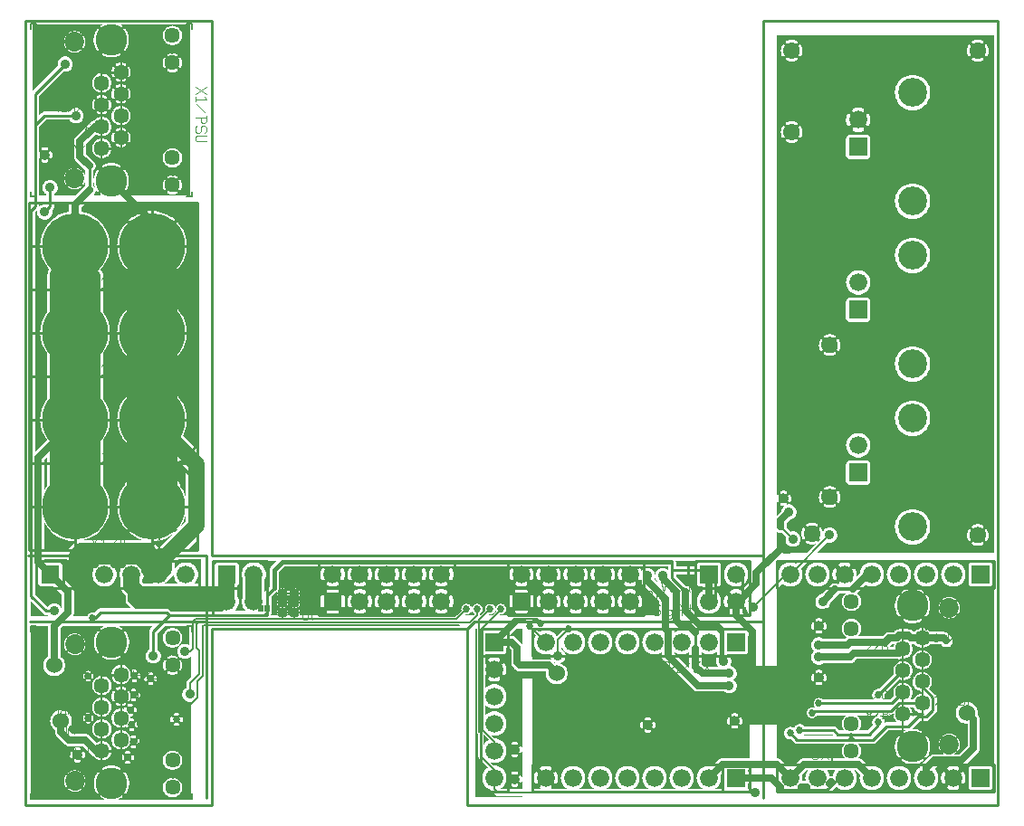
<source format=gbr>
G04 This is an RS-274x file exported by *
G04 gerbv version 2.7.0 *
G04 More information is available about gerbv at *
G04 http://gerbv.geda-project.org/ *
G04 --End of header info--*
%MOIN*%
%FSLAX36Y36*%
%IPPOS*%
G04 --Define apertures--*
%ADD10C,0.0100*%
%ADD11C,0.0060*%
%ADD12C,0.0030*%
%ADD13C,0.0038*%
%ADD14C,0.0040*%
%ADD15C,0.0050*%
%ADD16C,0.0001*%
%ADD17C,0.0250*%
%ADD18C,0.0400*%
%ADD19C,0.0600*%
%ADD20C,0.0150*%
%ADD21C,0.1000*%
%ADD22C,0.0512*%
%ADD23C,0.2362*%
%ADD24C,0.0669*%
%ADD25C,0.1102*%
%ADD26C,0.0270*%
%ADD27C,0.0360*%
%ADD28C,0.0350*%
%ADD29C,0.0130*%
%ADD30C,0.0200*%
%ADD31C,0.0810*%
%ADD32C,0.0354*%
%ADD33C,0.1870*%
%ADD34C,0.0380*%
%ADD35C,0.0945*%
%ADD36C,0.0660*%
%ADD37C,0.1060*%
%ADD38C,0.0572*%
%ADD39C,0.2422*%
%ADD40C,0.0729*%
%ADD41C,0.1162*%
%ADD42C,0.0510*%
%ADD43C,0.0940*%
G04 --Start main section--*
G54D10*
G01X0900000Y1000000D02*
G01X0900000Y0900000D01*
G01X0170000Y1070000D02*
G01X0825000Y1070000D01*
G01X0825000Y1070000D02*
G01X0825000Y0175000D01*
G01X0825000Y0825000D02*
G01X0175000Y0825000D01*
G54D11*
G01X0448580Y0356730D02*
G01X0432830Y0340980D01*
G01X0432830Y0356730D02*
G01X0448580Y0340980D01*
G54D10*
G01X2700000Y1000000D02*
G01X2700000Y0900000D01*
G01X2800000Y1000000D02*
G01X2800000Y0900000D01*
G01X2875000Y1075000D02*
G01X2875000Y0175000D01*
G01X2600000Y0984690D02*
G01X2600000Y1044690D01*
G01X2875000Y0825000D02*
G01X1810310Y0825000D01*
G01X1810310Y0825000D02*
G01X1785000Y0799690D01*
G54D11*
G01X0448580Y2576420D02*
G01X0432830Y2560670D01*
G01X0432830Y2576420D02*
G01X0448580Y2560670D01*
G01X3451420Y0758430D02*
G01X3467170Y0774170D01*
G01X3467170Y0758430D02*
G01X3451420Y0774170D01*
G54D12*
G01X0642260Y0295120D02*
G01X0642260Y0280120D01*
G01X0612260Y0287620D02*
G01X0642260Y0287620D01*
G01X0642260Y0271120D02*
G01X0642260Y0256120D01*
G01X0627260Y0271120D02*
G01X0642260Y0271120D01*
G01X0627260Y0271120D02*
G01X0631010Y0267370D01*
G01X0631010Y0267370D02*
G01X0631010Y0259870D01*
G01X0631010Y0259870D02*
G01X0627260Y0256120D01*
G01X0616010Y0256120D02*
G01X0627260Y0256120D01*
G01X0612260Y0259870D02*
G01X0616010Y0256120D01*
G01X0612260Y0267370D02*
G01X0612260Y0259870D01*
G01X0616010Y0271120D02*
G01X0612260Y0267370D01*
G01X0642260Y0235870D02*
G01X0638510Y0232120D01*
G01X0642260Y0243370D02*
G01X0642260Y0235870D01*
G01X0638510Y0247120D02*
G01X0642260Y0243370D01*
G01X0616010Y0247120D02*
G01X0638510Y0247120D01*
G01X0616010Y0247120D02*
G01X0612260Y0243370D01*
G01X0628760Y0235870D02*
G01X0625010Y0232120D01*
G01X0628760Y0247120D02*
G01X0628760Y0235870D01*
G01X0612260Y0243370D02*
G01X0612260Y0235870D01*
G01X0612260Y0235870D02*
G01X0616010Y0232120D01*
G01X0616010Y0232120D02*
G01X0625010Y0232120D01*
G01X0616010Y0223120D02*
G01X0612260Y0219370D01*
G01X0616010Y0223120D02*
G01X0622010Y0223120D01*
G01X0622010Y0223120D02*
G01X0627260Y0217870D01*
G01X0627260Y0217870D02*
G01X0627260Y0213370D01*
G01X0627260Y0213370D02*
G01X0622010Y0208120D01*
G01X0616010Y0208120D02*
G01X0622010Y0208120D01*
G01X0612260Y0211870D02*
G01X0616010Y0208120D01*
G01X0612260Y0219370D02*
G01X0612260Y0211870D01*
G01X0632510Y0223120D02*
G01X0627260Y0217870D01*
G01X0632510Y0223120D02*
G01X0638510Y0223120D01*
G01X0638510Y0223120D02*
G01X0642260Y0219370D01*
G01X0642260Y0219370D02*
G01X0642260Y0211870D01*
G01X0642260Y0211870D02*
G01X0638510Y0208120D01*
G01X0632510Y0208120D02*
G01X0638510Y0208120D01*
G01X0627260Y0213370D02*
G01X0632510Y0208120D01*
G01X0612260Y0199120D02*
G01X0634760Y0199120D01*
G01X0634760Y0199120D02*
G01X0642260Y0193870D01*
G01X0642260Y0193870D02*
G01X0642260Y0185620D01*
G01X0642260Y0185620D02*
G01X0634760Y0180370D01*
G01X0612260Y0180370D02*
G01X0634760Y0180370D01*
G01X0627260Y0199120D02*
G01X0627260Y0180370D01*
G01X0647200Y0368770D02*
G01X0643450Y0365020D01*
G01X0632200Y0365020D02*
G01X0643450Y0365020D01*
G01X0632200Y0365020D02*
G01X0628450Y0368770D01*
G01X0628450Y0376270D02*
G01X0628450Y0368770D01*
G01X0647200Y0395020D02*
G01X0628450Y0376270D01*
G01X0628450Y0395020D02*
G01X0647200Y0395020D01*
G01X0619450Y0391270D02*
G01X0596950Y0368770D01*
G01X0572950Y0365020D02*
G01X0569200Y0368770D01*
G01X0572950Y0365020D02*
G01X0584200Y0365020D01*
G01X0587950Y0368770D02*
G01X0584200Y0365020D01*
G01X0587950Y0391270D02*
G01X0587950Y0368770D01*
G01X0587950Y0391270D02*
G01X0584200Y0395020D01*
G01X0572950Y0395020D02*
G01X0584200Y0395020D01*
G01X0572950Y0395020D02*
G01X0569200Y0391270D01*
G01X0569200Y0391270D02*
G01X0569200Y0383770D01*
G01X0572950Y0380020D02*
G01X0569200Y0383770D01*
G01X0572950Y0380020D02*
G01X0580450Y0380020D01*
G01X0647200Y0460340D02*
G01X0632200Y0441590D01*
G01X0628450Y0460340D02*
G01X0647200Y0460340D01*
G01X0632200Y0471590D02*
G01X0632200Y0441590D01*
G01X0619450Y0467840D02*
G01X0596950Y0445340D01*
G01X0572950Y0471590D02*
G01X0587950Y0471590D01*
G01X0572950Y0471590D02*
G01X0569200Y0467840D01*
G01X0569200Y0467840D02*
G01X0569200Y0458840D01*
G01X0572950Y0455090D02*
G01X0569200Y0458840D01*
G01X0572950Y0455090D02*
G01X0584200Y0455090D01*
G01X0584200Y0471590D02*
G01X0584200Y0441590D01*
G01X0572950Y0441590D02*
G01X0587950Y0441590D01*
G01X0572950Y0441590D02*
G01X0569200Y0445340D01*
G01X0569200Y0451340D02*
G01X0569200Y0445340D01*
G01X0572950Y0455090D02*
G01X0569200Y0451340D01*
G01X0560200Y0467840D02*
G01X0560200Y0441590D01*
G01X0560200Y0467840D02*
G01X0556450Y0471590D01*
G01X0632020Y0543170D02*
G01X0628270Y0546920D01*
G01X0632020Y0543170D02*
G01X0639520Y0543170D01*
G01X0643270Y0546920D02*
G01X0639520Y0543170D01*
G01X0643270Y0569420D02*
G01X0643270Y0546920D01*
G01X0643270Y0569420D02*
G01X0639520Y0573170D01*
G01X0632020Y0556670D02*
G01X0628270Y0560420D01*
G01X0632020Y0556670D02*
G01X0643270Y0556670D01*
G01X0632020Y0573170D02*
G01X0639520Y0573170D01*
G01X0632020Y0573170D02*
G01X0628270Y0569420D01*
G01X0628270Y0569420D02*
G01X0628270Y0560420D01*
G01X0619270Y0569420D02*
G01X0596770Y0546920D01*
G01X0587770Y0569420D02*
G01X0587770Y0546920D01*
G01X0587770Y0546920D02*
G01X0584020Y0543170D01*
G01X0576520Y0543170D02*
G01X0584020Y0543170D01*
G01X0576520Y0543170D02*
G01X0572770Y0546920D01*
G01X0572770Y0569420D02*
G01X0572770Y0546920D01*
G01X0576520Y0573170D02*
G01X0572770Y0569420D01*
G01X0576520Y0573170D02*
G01X0584020Y0573170D01*
G01X0587770Y0569420D02*
G01X0584020Y0573170D01*
G01X0643270Y0642060D02*
G01X0639520Y0645810D01*
G01X0643270Y0642060D02*
G01X0643270Y0636060D01*
G01X0643270Y0636060D02*
G01X0638020Y0630810D01*
G01X0633520Y0630810D02*
G01X0638020Y0630810D01*
G01X0633520Y0630810D02*
G01X0628270Y0636060D01*
G01X0628270Y0642060D02*
G01X0628270Y0636060D01*
G01X0632020Y0645810D02*
G01X0628270Y0642060D01*
G01X0632020Y0645810D02*
G01X0639520Y0645810D01*
G01X0643270Y0625560D02*
G01X0638020Y0630810D01*
G01X0643270Y0625560D02*
G01X0643270Y0619560D01*
G01X0643270Y0619560D02*
G01X0639520Y0615810D01*
G01X0632020Y0615810D02*
G01X0639520Y0615810D01*
G01X0632020Y0615810D02*
G01X0628270Y0619560D01*
G01X0628270Y0625560D02*
G01X0628270Y0619560D01*
G01X0633520Y0630810D02*
G01X0628270Y0625560D01*
G01X0619270Y0642060D02*
G01X0596770Y0619560D01*
G01X0572770Y0645810D02*
G01X0587770Y0645810D01*
G01X0572770Y0645810D02*
G01X0569020Y0642060D01*
G01X0569020Y0642060D02*
G01X0569020Y0633060D01*
G01X0572770Y0629310D02*
G01X0569020Y0633060D01*
G01X0572770Y0629310D02*
G01X0584020Y0629310D01*
G01X0584020Y0645810D02*
G01X0584020Y0615810D01*
G01X0572770Y0615810D02*
G01X0587770Y0615810D01*
G01X0572770Y0615810D02*
G01X0569020Y0619560D01*
G01X0569020Y0625560D02*
G01X0569020Y0619560D01*
G01X0572770Y0629310D02*
G01X0569020Y0625560D01*
G01X0556270Y0645810D02*
G01X0556270Y0634560D01*
G01X0556270Y0634560D02*
G01X0552520Y0630810D01*
G01X0545020Y0630810D02*
G01X0552520Y0630810D01*
G01X0560020Y0630810D02*
G01X0556270Y0634560D01*
G54D13*
G01X1194400Y0870400D02*
G01X1199200Y0865600D01*
G01X1184800Y0870400D02*
G01X1194400Y0870400D01*
G01X1180000Y0865600D02*
G01X1184800Y0870400D01*
G01X1180000Y0865600D02*
G01X1180000Y0836800D01*
G01X1180000Y0836800D02*
G01X1184800Y0832000D01*
G01X1194400Y0853120D02*
G01X1199200Y0848320D01*
G01X1180000Y0853120D02*
G01X1194400Y0853120D01*
G01X1184800Y0832000D02*
G01X1194400Y0832000D01*
G01X1194400Y0832000D02*
G01X1199200Y0836800D01*
G01X1199200Y0848320D02*
G01X1199200Y0836800D01*
G01X1210720Y0870400D02*
G01X1210720Y0836800D01*
G01X1210720Y0836800D02*
G01X1215520Y0832000D01*
G01X1175000Y0901050D02*
G01X1194400Y0925300D01*
G01X1175000Y0901050D02*
G01X1199250Y0901050D01*
G01X1194400Y0925300D02*
G01X1194400Y0886500D01*
G01X1210890Y0925300D02*
G01X1210890Y0891350D01*
G01X1210890Y0891350D02*
G01X1215740Y0886500D01*
G01X1180000Y0975600D02*
G01X1184800Y0980400D01*
G01X1184800Y0980400D02*
G01X1199200Y0980400D01*
G01X1199200Y0980400D02*
G01X1204000Y0975600D01*
G01X1204000Y0975600D02*
G01X1204000Y0966000D01*
G01X1180000Y0942000D02*
G01X1204000Y0966000D01*
G01X1180000Y0942000D02*
G01X1204000Y0942000D01*
G01X1215520Y0980400D02*
G01X1215520Y0946800D01*
G01X1215520Y0946800D02*
G01X1220320Y0942000D01*
G54D12*
G01X0395430Y2560000D02*
G01X0389430Y2554000D01*
G01X0389430Y2584000D02*
G01X0389430Y2554000D01*
G01X0384180Y2584000D02*
G01X0395430Y2584000D01*
G01X0375180Y2580250D02*
G01X0352680Y2557750D01*
G01X0343680Y2569000D02*
G01X0343680Y2554000D01*
G01X0343680Y2569000D02*
G01X0339930Y2584000D01*
G01X0339930Y2584000D02*
G01X0332430Y2569000D01*
G01X0332430Y2569000D02*
G01X0324930Y2584000D01*
G01X0324930Y2584000D02*
G01X0321180Y2569000D01*
G01X0321180Y2569000D02*
G01X0321180Y2554000D01*
G01X0297180Y2554000D02*
G01X0293430Y2557750D01*
G01X0297180Y2554000D02*
G01X0308430Y2554000D01*
G01X0312180Y2557750D02*
G01X0308430Y2554000D01*
G01X0312180Y2580250D02*
G01X0312180Y2557750D01*
G01X0312180Y2580250D02*
G01X0308430Y2584000D01*
G01X0297180Y2584000D02*
G01X0308430Y2584000D01*
G01X0297180Y2584000D02*
G01X0293430Y2580250D01*
G01X0293430Y2580250D02*
G01X0293430Y2572750D01*
G01X0297180Y2569000D02*
G01X0293430Y2572750D01*
G01X0297180Y2569000D02*
G01X0304680Y2569000D01*
G01X0394840Y2637270D02*
G01X0391090Y2633520D01*
G01X0383590Y2633520D02*
G01X0391090Y2633520D01*
G01X0383590Y2633520D02*
G01X0379840Y2637270D01*
G01X0383590Y2663520D02*
G01X0379840Y2659770D01*
G01X0383590Y2663520D02*
G01X0391090Y2663520D01*
G01X0394840Y2659770D02*
G01X0391090Y2663520D01*
G01X0383590Y2647020D02*
G01X0391090Y2647020D01*
G01X0379840Y2643270D02*
G01X0379840Y2637270D01*
G01X0379840Y2659770D02*
G01X0379840Y2650770D01*
G01X0379840Y2650770D02*
G01X0383590Y2647020D01*
G01X0379840Y2643270D02*
G01X0383590Y2647020D01*
G01X0370840Y2659770D02*
G01X0348340Y2637270D01*
G01X0339340Y2648520D02*
G01X0339340Y2633520D01*
G01X0339340Y2648520D02*
G01X0335590Y2663520D01*
G01X0335590Y2663520D02*
G01X0328090Y2648520D01*
G01X0328090Y2648520D02*
G01X0320590Y2663520D01*
G01X0320590Y2663520D02*
G01X0316840Y2648520D01*
G01X0316840Y2648520D02*
G01X0316840Y2633520D01*
G01X0307840Y2659770D02*
G01X0307840Y2637270D01*
G01X0307840Y2637270D02*
G01X0304090Y2633520D01*
G01X0296590Y2633520D02*
G01X0304090Y2633520D01*
G01X0296590Y2633520D02*
G01X0292840Y2637270D01*
G01X0292840Y2659770D02*
G01X0292840Y2637270D01*
G01X0296590Y2663520D02*
G01X0292840Y2659770D01*
G01X0296590Y2663520D02*
G01X0304090Y2663520D01*
G01X0307840Y2659770D02*
G01X0304090Y2663520D01*
G01X0379840Y2706160D02*
G01X0394840Y2706160D01*
G01X0394840Y2721160D02*
G01X0394840Y2706160D01*
G01X0394840Y2721160D02*
G01X0391090Y2717410D01*
G01X0383590Y2717410D02*
G01X0391090Y2717410D01*
G01X0383590Y2717410D02*
G01X0379840Y2721160D01*
G01X0379840Y2732410D02*
G01X0379840Y2721160D01*
G01X0383590Y2736160D02*
G01X0379840Y2732410D01*
G01X0383590Y2736160D02*
G01X0391090Y2736160D01*
G01X0394840Y2732410D02*
G01X0391090Y2736160D01*
G01X0370840Y2732410D02*
G01X0348340Y2709910D01*
G01X0339340Y2721160D02*
G01X0339340Y2706160D01*
G01X0339340Y2721160D02*
G01X0335590Y2736160D01*
G01X0335590Y2736160D02*
G01X0328090Y2721160D01*
G01X0328090Y2721160D02*
G01X0320590Y2736160D01*
G01X0320590Y2736160D02*
G01X0316840Y2721160D01*
G01X0316840Y2721160D02*
G01X0316840Y2706160D01*
G01X0292840Y2736160D02*
G01X0307840Y2736160D01*
G01X0292840Y2736160D02*
G01X0289090Y2732410D01*
G01X0289090Y2732410D02*
G01X0289090Y2723410D01*
G01X0292840Y2719660D02*
G01X0289090Y2723410D01*
G01X0292840Y2719660D02*
G01X0304090Y2719660D01*
G01X0304090Y2736160D02*
G01X0304090Y2706160D01*
G01X0292840Y2706160D02*
G01X0307840Y2706160D01*
G01X0292840Y2706160D02*
G01X0289090Y2709910D01*
G01X0289090Y2715910D02*
G01X0289090Y2709910D01*
G01X0292840Y2719660D02*
G01X0289090Y2715910D01*
G01X0280090Y2732410D02*
G01X0280090Y2706160D01*
G01X0280090Y2732410D02*
G01X0276340Y2736160D01*
G01X0642260Y2514800D02*
G01X0642260Y2499800D01*
G01X0612260Y2507300D02*
G01X0642260Y2507300D01*
G01X0642260Y2490800D02*
G01X0642260Y2475800D01*
G01X0627260Y2490800D02*
G01X0642260Y2490800D01*
G01X0627260Y2490800D02*
G01X0631010Y2487050D01*
G01X0631010Y2487050D02*
G01X0631010Y2479550D01*
G01X0631010Y2479550D02*
G01X0627260Y2475800D01*
G01X0616010Y2475800D02*
G01X0627260Y2475800D01*
G01X0612260Y2479550D02*
G01X0616010Y2475800D01*
G01X0612260Y2487050D02*
G01X0612260Y2479550D01*
G01X0616010Y2490800D02*
G01X0612260Y2487050D01*
G01X0642260Y2455550D02*
G01X0638510Y2451800D01*
G01X0642260Y2463050D02*
G01X0642260Y2455550D01*
G01X0638510Y2466800D02*
G01X0642260Y2463050D01*
G01X0616010Y2466800D02*
G01X0638510Y2466800D01*
G01X0616010Y2466800D02*
G01X0612260Y2463050D01*
G01X0628760Y2455550D02*
G01X0625010Y2451800D01*
G01X0628760Y2466800D02*
G01X0628760Y2455550D01*
G01X0612260Y2463050D02*
G01X0612260Y2455550D01*
G01X0612260Y2455550D02*
G01X0616010Y2451800D01*
G01X0616010Y2451800D02*
G01X0625010Y2451800D01*
G01X0616010Y2442800D02*
G01X0612260Y2439050D01*
G01X0616010Y2442800D02*
G01X0622010Y2442800D01*
G01X0622010Y2442800D02*
G01X0627260Y2437550D01*
G01X0627260Y2437550D02*
G01X0627260Y2433050D01*
G01X0627260Y2433050D02*
G01X0622010Y2427800D01*
G01X0616010Y2427800D02*
G01X0622010Y2427800D01*
G01X0612260Y2431550D02*
G01X0616010Y2427800D01*
G01X0612260Y2439050D02*
G01X0612260Y2431550D01*
G01X0632510Y2442800D02*
G01X0627260Y2437550D01*
G01X0632510Y2442800D02*
G01X0638510Y2442800D01*
G01X0638510Y2442800D02*
G01X0642260Y2439050D01*
G01X0642260Y2439050D02*
G01X0642260Y2431550D01*
G01X0642260Y2431550D02*
G01X0638510Y2427800D01*
G01X0632510Y2427800D02*
G01X0638510Y2427800D01*
G01X0627260Y2433050D02*
G01X0632510Y2427800D01*
G01X0612260Y2418800D02*
G01X0634760Y2418800D01*
G01X0634760Y2418800D02*
G01X0642260Y2413550D01*
G01X0642260Y2413550D02*
G01X0642260Y2405300D01*
G01X0642260Y2405300D02*
G01X0634760Y2400050D01*
G01X0612260Y2400050D02*
G01X0634760Y2400050D01*
G01X0627260Y2418800D02*
G01X0627260Y2400050D01*
G01X0647200Y2588450D02*
G01X0643450Y2584700D01*
G01X0632200Y2584700D02*
G01X0643450Y2584700D01*
G01X0632200Y2584700D02*
G01X0628450Y2588450D01*
G01X0628450Y2595950D02*
G01X0628450Y2588450D01*
G01X0647200Y2614700D02*
G01X0628450Y2595950D01*
G01X0628450Y2614700D02*
G01X0647200Y2614700D01*
G01X0619450Y2610950D02*
G01X0596950Y2588450D01*
G01X0572950Y2584700D02*
G01X0569200Y2588450D01*
G01X0572950Y2584700D02*
G01X0584200Y2584700D01*
G01X0587950Y2588450D02*
G01X0584200Y2584700D01*
G01X0587950Y2610950D02*
G01X0587950Y2588450D01*
G01X0587950Y2610950D02*
G01X0584200Y2614700D01*
G01X0572950Y2614700D02*
G01X0584200Y2614700D01*
G01X0572950Y2614700D02*
G01X0569200Y2610950D01*
G01X0569200Y2610950D02*
G01X0569200Y2603450D01*
G01X0572950Y2599700D02*
G01X0569200Y2603450D01*
G01X0572950Y2599700D02*
G01X0580450Y2599700D01*
G01X0647200Y2680030D02*
G01X0632200Y2661280D01*
G01X0628450Y2680030D02*
G01X0647200Y2680030D01*
G01X0632200Y2691280D02*
G01X0632200Y2661280D01*
G01X0619450Y2687530D02*
G01X0596950Y2665030D01*
G01X0572950Y2691280D02*
G01X0587950Y2691280D01*
G01X0572950Y2691280D02*
G01X0569200Y2687530D01*
G01X0569200Y2687530D02*
G01X0569200Y2678530D01*
G01X0572950Y2674780D02*
G01X0569200Y2678530D01*
G01X0572950Y2674780D02*
G01X0584200Y2674780D01*
G01X0584200Y2691280D02*
G01X0584200Y2661280D01*
G01X0572950Y2661280D02*
G01X0587950Y2661280D01*
G01X0572950Y2661280D02*
G01X0569200Y2665030D01*
G01X0569200Y2671030D02*
G01X0569200Y2665030D01*
G01X0572950Y2674780D02*
G01X0569200Y2671030D01*
G01X0560200Y2687530D02*
G01X0560200Y2661280D01*
G01X0560200Y2687530D02*
G01X0556450Y2691280D01*
G01X0632020Y2762850D02*
G01X0628270Y2766600D01*
G01X0632020Y2762850D02*
G01X0639520Y2762850D01*
G01X0643270Y2766600D02*
G01X0639520Y2762850D01*
G01X0643270Y2789100D02*
G01X0643270Y2766600D01*
G01X0643270Y2789100D02*
G01X0639520Y2792850D01*
G01X0632020Y2776350D02*
G01X0628270Y2780100D01*
G01X0632020Y2776350D02*
G01X0643270Y2776350D01*
G01X0632020Y2792850D02*
G01X0639520Y2792850D01*
G01X0632020Y2792850D02*
G01X0628270Y2789100D01*
G01X0628270Y2789100D02*
G01X0628270Y2780100D01*
G01X0619270Y2789100D02*
G01X0596770Y2766600D01*
G01X0587770Y2789100D02*
G01X0587770Y2766600D01*
G01X0587770Y2766600D02*
G01X0584020Y2762850D01*
G01X0576520Y2762850D02*
G01X0584020Y2762850D01*
G01X0576520Y2762850D02*
G01X0572770Y2766600D01*
G01X0572770Y2789100D02*
G01X0572770Y2766600D01*
G01X0576520Y2792850D02*
G01X0572770Y2789100D01*
G01X0576520Y2792850D02*
G01X0584020Y2792850D01*
G01X0587770Y2789100D02*
G01X0584020Y2792850D01*
G01X0391090Y2816670D02*
G01X0376090Y2786670D01*
G01X0376090Y2786670D02*
G01X0394840Y2786670D01*
G01X0367090Y2812920D02*
G01X0344590Y2790420D01*
G01X0335590Y2801670D02*
G01X0335590Y2786670D01*
G01X0335590Y2801670D02*
G01X0331840Y2816670D01*
G01X0331840Y2816670D02*
G01X0324340Y2801670D01*
G01X0324340Y2801670D02*
G01X0316840Y2816670D01*
G01X0316840Y2816670D02*
G01X0313090Y2801670D01*
G01X0313090Y2801670D02*
G01X0313090Y2786670D01*
G01X0289090Y2816670D02*
G01X0304090Y2816670D01*
G01X0289090Y2816670D02*
G01X0285340Y2812920D01*
G01X0285340Y2812920D02*
G01X0285340Y2803920D01*
G01X0289090Y2800170D02*
G01X0285340Y2803920D01*
G01X0289090Y2800170D02*
G01X0300340Y2800170D01*
G01X0300340Y2816670D02*
G01X0300340Y2786670D01*
G01X0289090Y2786670D02*
G01X0304090Y2786670D01*
G01X0289090Y2786670D02*
G01X0285340Y2790420D01*
G01X0285340Y2796420D02*
G01X0285340Y2790420D01*
G01X0289090Y2800170D02*
G01X0285340Y2796420D01*
G01X0272590Y2816670D02*
G01X0272590Y2805420D01*
G01X0272590Y2805420D02*
G01X0268840Y2801670D01*
G01X0261340Y2801670D02*
G01X0268840Y2801670D01*
G01X0276340Y2801670D02*
G01X0272590Y2805420D01*
G01X0643270Y2861740D02*
G01X0639520Y2865490D01*
G01X0643270Y2861740D02*
G01X0643270Y2855740D01*
G01X0643270Y2855740D02*
G01X0638020Y2850490D01*
G01X0633520Y2850490D02*
G01X0638020Y2850490D01*
G01X0633520Y2850490D02*
G01X0628270Y2855740D01*
G01X0628270Y2861740D02*
G01X0628270Y2855740D01*
G01X0632020Y2865490D02*
G01X0628270Y2861740D01*
G01X0632020Y2865490D02*
G01X0639520Y2865490D01*
G01X0643270Y2845240D02*
G01X0638020Y2850490D01*
G01X0643270Y2845240D02*
G01X0643270Y2839240D01*
G01X0643270Y2839240D02*
G01X0639520Y2835490D01*
G01X0632020Y2835490D02*
G01X0639520Y2835490D01*
G01X0632020Y2835490D02*
G01X0628270Y2839240D01*
G01X0628270Y2845240D02*
G01X0628270Y2839240D01*
G01X0633520Y2850490D02*
G01X0628270Y2845240D01*
G01X0619270Y2861740D02*
G01X0596770Y2839240D01*
G01X0572770Y2865490D02*
G01X0587770Y2865490D01*
G01X0572770Y2865490D02*
G01X0569020Y2861740D01*
G01X0569020Y2861740D02*
G01X0569020Y2852740D01*
G01X0572770Y2848990D02*
G01X0569020Y2852740D01*
G01X0572770Y2848990D02*
G01X0584020Y2848990D01*
G01X0584020Y2865490D02*
G01X0584020Y2835490D01*
G01X0572770Y2835490D02*
G01X0587770Y2835490D01*
G01X0572770Y2835490D02*
G01X0569020Y2839240D01*
G01X0569020Y2845240D02*
G01X0569020Y2839240D01*
G01X0572770Y2848990D02*
G01X0569020Y2845240D01*
G01X0556270Y2865490D02*
G01X0556270Y2854240D01*
G01X0556270Y2854240D02*
G01X0552520Y2850490D01*
G01X0545020Y2850490D02*
G01X0552520Y2850490D01*
G01X0560020Y2850490D02*
G01X0556270Y2854240D01*
G01X0395430Y0340310D02*
G01X0389430Y0334310D01*
G01X0389430Y0364310D02*
G01X0389430Y0334310D01*
G01X0384180Y0364310D02*
G01X0395430Y0364310D01*
G01X0375180Y0360560D02*
G01X0352680Y0338060D01*
G01X0343680Y0349310D02*
G01X0343680Y0334310D01*
G01X0343680Y0349310D02*
G01X0339930Y0364310D01*
G01X0339930Y0364310D02*
G01X0332430Y0349310D01*
G01X0332430Y0349310D02*
G01X0324930Y0364310D01*
G01X0324930Y0364310D02*
G01X0321180Y0349310D01*
G01X0321180Y0349310D02*
G01X0321180Y0334310D01*
G01X0297180Y0334310D02*
G01X0293430Y0338060D01*
G01X0297180Y0334310D02*
G01X0308430Y0334310D01*
G01X0312180Y0338060D02*
G01X0308430Y0334310D01*
G01X0312180Y0360560D02*
G01X0312180Y0338060D01*
G01X0312180Y0360560D02*
G01X0308430Y0364310D01*
G01X0297180Y0364310D02*
G01X0308430Y0364310D01*
G01X0297180Y0364310D02*
G01X0293430Y0360560D01*
G01X0293430Y0360560D02*
G01X0293430Y0353060D01*
G01X0297180Y0349310D02*
G01X0293430Y0353060D01*
G01X0297180Y0349310D02*
G01X0304680Y0349310D01*
G01X0394840Y0417590D02*
G01X0391090Y0413840D01*
G01X0383590Y0413840D02*
G01X0391090Y0413840D01*
G01X0383590Y0413840D02*
G01X0379840Y0417590D01*
G01X0383590Y0443840D02*
G01X0379840Y0440090D01*
G01X0383590Y0443840D02*
G01X0391090Y0443840D01*
G01X0394840Y0440090D02*
G01X0391090Y0443840D01*
G01X0383590Y0427340D02*
G01X0391090Y0427340D01*
G01X0379840Y0423590D02*
G01X0379840Y0417590D01*
G01X0379840Y0440090D02*
G01X0379840Y0431090D01*
G01X0379840Y0431090D02*
G01X0383590Y0427340D01*
G01X0379840Y0423590D02*
G01X0383590Y0427340D01*
G01X0370840Y0440090D02*
G01X0348340Y0417590D01*
G01X0339340Y0428840D02*
G01X0339340Y0413840D01*
G01X0339340Y0428840D02*
G01X0335590Y0443840D01*
G01X0335590Y0443840D02*
G01X0328090Y0428840D01*
G01X0328090Y0428840D02*
G01X0320590Y0443840D01*
G01X0320590Y0443840D02*
G01X0316840Y0428840D01*
G01X0316840Y0428840D02*
G01X0316840Y0413840D01*
G01X0307840Y0440090D02*
G01X0307840Y0417590D01*
G01X0307840Y0417590D02*
G01X0304090Y0413840D01*
G01X0296590Y0413840D02*
G01X0304090Y0413840D01*
G01X0296590Y0413840D02*
G01X0292840Y0417590D01*
G01X0292840Y0440090D02*
G01X0292840Y0417590D01*
G01X0296590Y0443840D02*
G01X0292840Y0440090D01*
G01X0296590Y0443840D02*
G01X0304090Y0443840D01*
G01X0307840Y0440090D02*
G01X0304090Y0443840D01*
G01X0379840Y0486480D02*
G01X0394840Y0486480D01*
G01X0394840Y0501480D02*
G01X0394840Y0486480D01*
G01X0394840Y0501480D02*
G01X0391090Y0497730D01*
G01X0383590Y0497730D02*
G01X0391090Y0497730D01*
G01X0383590Y0497730D02*
G01X0379840Y0501480D01*
G01X0379840Y0512730D02*
G01X0379840Y0501480D01*
G01X0383590Y0516480D02*
G01X0379840Y0512730D01*
G01X0383590Y0516480D02*
G01X0391090Y0516480D01*
G01X0394840Y0512730D02*
G01X0391090Y0516480D01*
G01X0370840Y0512730D02*
G01X0348340Y0490230D01*
G01X0339340Y0501480D02*
G01X0339340Y0486480D01*
G01X0339340Y0501480D02*
G01X0335590Y0516480D01*
G01X0335590Y0516480D02*
G01X0328090Y0501480D01*
G01X0328090Y0501480D02*
G01X0320590Y0516480D01*
G01X0320590Y0516480D02*
G01X0316840Y0501480D01*
G01X0316840Y0501480D02*
G01X0316840Y0486480D01*
G01X0292840Y0516480D02*
G01X0307840Y0516480D01*
G01X0292840Y0516480D02*
G01X0289090Y0512730D01*
G01X0289090Y0512730D02*
G01X0289090Y0503730D01*
G01X0292840Y0499980D02*
G01X0289090Y0503730D01*
G01X0292840Y0499980D02*
G01X0304090Y0499980D01*
G01X0304090Y0516480D02*
G01X0304090Y0486480D01*
G01X0292840Y0486480D02*
G01X0307840Y0486480D01*
G01X0292840Y0486480D02*
G01X0289090Y0490230D01*
G01X0289090Y0496230D02*
G01X0289090Y0490230D01*
G01X0292840Y0499980D02*
G01X0289090Y0496230D01*
G01X0280090Y0512730D02*
G01X0280090Y0486480D01*
G01X0280090Y0512730D02*
G01X0276340Y0516480D01*
G01X0391090Y0596990D02*
G01X0376090Y0566990D01*
G01X0376090Y0566990D02*
G01X0394840Y0566990D01*
G01X0367090Y0593240D02*
G01X0344590Y0570740D01*
G01X0335590Y0581990D02*
G01X0335590Y0566990D01*
G01X0335590Y0581990D02*
G01X0331840Y0596990D01*
G01X0331840Y0596990D02*
G01X0324340Y0581990D01*
G01X0324340Y0581990D02*
G01X0316840Y0596990D01*
G01X0316840Y0596990D02*
G01X0313090Y0581990D01*
G01X0313090Y0581990D02*
G01X0313090Y0566990D01*
G01X0289090Y0596990D02*
G01X0304090Y0596990D01*
G01X0289090Y0596990D02*
G01X0285340Y0593240D01*
G01X0285340Y0593240D02*
G01X0285340Y0584240D01*
G01X0289090Y0580490D02*
G01X0285340Y0584240D01*
G01X0289090Y0580490D02*
G01X0300340Y0580490D01*
G01X0300340Y0596990D02*
G01X0300340Y0566990D01*
G01X0289090Y0566990D02*
G01X0304090Y0566990D01*
G01X0289090Y0566990D02*
G01X0285340Y0570740D01*
G01X0285340Y0576740D02*
G01X0285340Y0570740D01*
G01X0289090Y0580490D02*
G01X0285340Y0576740D01*
G01X0272590Y0596990D02*
G01X0272590Y0585740D01*
G01X0272590Y0585740D02*
G01X0268840Y0581990D01*
G01X0261340Y0581990D02*
G01X0268840Y0581990D01*
G01X0276340Y0581990D02*
G01X0272590Y0585740D01*
G01X3257740Y0835040D02*
G01X3257740Y0820040D01*
G01X3257740Y0827540D02*
G01X3287740Y0827540D01*
G01X3257740Y0859040D02*
G01X3257740Y0844040D01*
G01X3257740Y0844040D02*
G01X3272740Y0844040D01*
G01X3272740Y0844040D02*
G01X3268990Y0847790D01*
G01X3268990Y0855290D02*
G01X3268990Y0847790D01*
G01X3268990Y0855290D02*
G01X3272740Y0859040D01*
G01X3272740Y0859040D02*
G01X3283990Y0859040D01*
G01X3287740Y0855290D02*
G01X3283990Y0859040D01*
G01X3287740Y0855290D02*
G01X3287740Y0847790D01*
G01X3283990Y0844040D02*
G01X3287740Y0847790D01*
G01X3257740Y0879290D02*
G01X3261490Y0883040D01*
G01X3257740Y0879290D02*
G01X3257740Y0871790D01*
G01X3261490Y0868040D02*
G01X3257740Y0871790D01*
G01X3261490Y0868040D02*
G01X3283990Y0868040D01*
G01X3283990Y0868040D02*
G01X3287740Y0871790D01*
G01X3271240Y0879290D02*
G01X3274990Y0883040D01*
G01X3271240Y0879290D02*
G01X3271240Y0868040D01*
G01X3287740Y0879290D02*
G01X3287740Y0871790D01*
G01X3287740Y0879290D02*
G01X3283990Y0883040D01*
G01X3274990Y0883040D02*
G01X3283990Y0883040D01*
G01X3283990Y0892040D02*
G01X3287740Y0895790D01*
G01X3277990Y0892040D02*
G01X3283990Y0892040D01*
G01X3277990Y0892040D02*
G01X3272740Y0897290D01*
G01X3272740Y0901790D02*
G01X3272740Y0897290D01*
G01X3272740Y0901790D02*
G01X3277990Y0907040D01*
G01X3277990Y0907040D02*
G01X3283990Y0907040D01*
G01X3287740Y0903290D02*
G01X3283990Y0907040D01*
G01X3287740Y0903290D02*
G01X3287740Y0895790D01*
G01X3267490Y0892040D02*
G01X3272740Y0897290D01*
G01X3261490Y0892040D02*
G01X3267490Y0892040D01*
G01X3261490Y0892040D02*
G01X3257740Y0895790D01*
G01X3257740Y0903290D02*
G01X3257740Y0895790D01*
G01X3257740Y0903290D02*
G01X3261490Y0907040D01*
G01X3261490Y0907040D02*
G01X3267490Y0907040D01*
G01X3272740Y0901790D02*
G01X3267490Y0907040D01*
G01X3265240Y0916040D02*
G01X3287740Y0916040D01*
G01X3265240Y0916040D02*
G01X3257740Y0921290D01*
G01X3257740Y0929540D02*
G01X3257740Y0921290D01*
G01X3257740Y0929540D02*
G01X3265240Y0934790D01*
G01X3265240Y0934790D02*
G01X3287740Y0934790D01*
G01X3272740Y0934790D02*
G01X3272740Y0916040D01*
G01X3504570Y0774850D02*
G01X3510570Y0780850D01*
G01X3510570Y0780850D02*
G01X3510570Y0750850D01*
G01X3504570Y0750850D02*
G01X3515820Y0750850D01*
G01X3524820Y0754600D02*
G01X3547320Y0777100D01*
G01X3556320Y0780850D02*
G01X3556320Y0765850D01*
G01X3556320Y0765850D02*
G01X3560070Y0750850D01*
G01X3560070Y0750850D02*
G01X3567570Y0765850D01*
G01X3567570Y0765850D02*
G01X3575070Y0750850D01*
G01X3575070Y0750850D02*
G01X3578820Y0765850D01*
G01X3578820Y0780850D02*
G01X3578820Y0765850D01*
G01X3602820Y0780850D02*
G01X3606570Y0777100D01*
G01X3591570Y0780850D02*
G01X3602820Y0780850D01*
G01X3587820Y0777100D02*
G01X3591570Y0780850D01*
G01X3587820Y0777100D02*
G01X3587820Y0754600D01*
G01X3587820Y0754600D02*
G01X3591570Y0750850D01*
G01X3591570Y0750850D02*
G01X3602820Y0750850D01*
G01X3602820Y0750850D02*
G01X3606570Y0754600D01*
G01X3606570Y0762100D02*
G01X3606570Y0754600D01*
G01X3602820Y0765850D02*
G01X3606570Y0762100D01*
G01X3595320Y0765850D02*
G01X3602820Y0765850D01*
G01X3252800Y0746390D02*
G01X3256550Y0750140D01*
G01X3256550Y0750140D02*
G01X3267800Y0750140D01*
G01X3267800Y0750140D02*
G01X3271550Y0746390D01*
G01X3271550Y0746390D02*
G01X3271550Y0738890D01*
G01X3252800Y0720140D02*
G01X3271550Y0738890D01*
G01X3252800Y0720140D02*
G01X3271550Y0720140D01*
G01X3280550Y0723890D02*
G01X3303050Y0746390D01*
G01X3327050Y0750140D02*
G01X3330800Y0746390D01*
G01X3315800Y0750140D02*
G01X3327050Y0750140D01*
G01X3312050Y0746390D02*
G01X3315800Y0750140D01*
G01X3312050Y0746390D02*
G01X3312050Y0723890D01*
G01X3312050Y0723890D02*
G01X3315800Y0720140D01*
G01X3315800Y0720140D02*
G01X3327050Y0720140D01*
G01X3327050Y0720140D02*
G01X3330800Y0723890D01*
G01X3330800Y0731390D02*
G01X3330800Y0723890D01*
G01X3327050Y0735140D02*
G01X3330800Y0731390D01*
G01X3319550Y0735140D02*
G01X3327050Y0735140D01*
G54D14*
G01X2500000Y0974690D02*
G01X2510000Y0934690D01*
G01X2510000Y0934690D02*
G01X2520000Y0974690D01*
G01X2537000Y0934690D02*
G01X2552000Y0934690D01*
G01X2532000Y0939690D02*
G01X2537000Y0934690D01*
G01X2532000Y0949690D02*
G01X2532000Y0939690D01*
G01X2532000Y0949690D02*
G01X2537000Y0954690D01*
G01X2537000Y0954690D02*
G01X2547000Y0954690D01*
G01X2547000Y0954690D02*
G01X2552000Y0949690D01*
G01X2532000Y0944690D02*
G01X2552000Y0944690D01*
G01X2552000Y0949690D02*
G01X2552000Y0944690D01*
G01X2564000Y0954690D02*
G01X2584000Y0934690D01*
G01X2564000Y0934690D02*
G01X2584000Y0954690D01*
G01X2601000Y0974690D02*
G01X2601000Y0939690D01*
G01X2601000Y0939690D02*
G01X2606000Y0934690D01*
G01X2596000Y0959690D02*
G01X2606000Y0959690D01*
G01X2445000Y0934690D02*
G01X2445000Y0904690D01*
G01X2445000Y0934690D02*
G01X2450000Y0939690D01*
G01X2450000Y0939690D02*
G01X2460000Y0939690D01*
G01X2460000Y0939690D02*
G01X2465000Y0934690D01*
G01X2465000Y0934690D02*
G01X2465000Y0904690D01*
G01X2460000Y0899690D02*
G01X2465000Y0904690D01*
G01X2450000Y0899690D02*
G01X2460000Y0899690D01*
G01X2445000Y0904690D02*
G01X2450000Y0899690D01*
G01X2477000Y0939690D02*
G01X2497000Y0939690D01*
G01X2497000Y0939690D02*
G01X2502000Y0934690D01*
G01X2502000Y0934690D02*
G01X2502000Y0924690D01*
G01X2497000Y0919690D02*
G01X2502000Y0924690D01*
G01X2482000Y0919690D02*
G01X2497000Y0919690D01*
G01X2482000Y0939690D02*
G01X2482000Y0899690D01*
G01X2490000Y0919690D02*
G01X2502000Y0899690D01*
G01X2490000Y0889690D02*
G01X2495000Y0884690D01*
G01X2475000Y0889690D02*
G01X2490000Y0889690D01*
G01X2470000Y0884690D02*
G01X2475000Y0889690D01*
G01X2470000Y0884690D02*
G01X2470000Y0874690D01*
G01X2470000Y0874690D02*
G01X2475000Y0869690D01*
G01X2475000Y0869690D02*
G01X2490000Y0869690D01*
G01X2490000Y0869690D02*
G01X2495000Y0864690D01*
G01X2495000Y0864690D02*
G01X2495000Y0854690D01*
G01X2490000Y0849690D02*
G01X2495000Y0854690D01*
G01X2475000Y0849690D02*
G01X2490000Y0849690D01*
G01X2470000Y0854690D02*
G01X2475000Y0849690D01*
G54D15*
G01X2507000Y0879690D02*
G01X2507000Y0878690D01*
G54D14*
G01X2507000Y0864690D02*
G01X2507000Y0849690D01*
G01X2532000Y0869690D02*
G01X2537000Y0864690D01*
G01X2522000Y0869690D02*
G01X2532000Y0869690D01*
G01X2517000Y0864690D02*
G01X2522000Y0869690D01*
G01X2517000Y0864690D02*
G01X2517000Y0854690D01*
G01X2517000Y0854690D02*
G01X2522000Y0849690D01*
G01X2522000Y0849690D02*
G01X2532000Y0849690D01*
G01X2532000Y0849690D02*
G01X2537000Y0854690D01*
G01X2517000Y0839690D02*
G01X2522000Y0834690D01*
G01X2522000Y0834690D02*
G01X2532000Y0834690D01*
G01X2532000Y0834690D02*
G01X2537000Y0839690D01*
G01X2537000Y0869690D02*
G01X2537000Y0839690D01*
G01X2549000Y0879690D02*
G01X2549000Y0849690D01*
G01X2549000Y0879690D02*
G01X2556000Y0889690D01*
G01X2556000Y0889690D02*
G01X2567000Y0889690D01*
G01X2567000Y0889690D02*
G01X2574000Y0879690D01*
G01X2574000Y0879690D02*
G01X2574000Y0849690D01*
G01X2549000Y0869690D02*
G01X2574000Y0869690D01*
G01X2586000Y0889690D02*
G01X2586000Y0854690D01*
G01X2586000Y0854690D02*
G01X2591000Y0849690D01*
G01X2606000Y0889690D02*
G01X2606000Y0854690D01*
G01X2606000Y0854690D02*
G01X2611000Y0849690D01*
G01X2601000Y0874690D02*
G01X2611000Y0874690D01*
G54D12*
G01X3505160Y0697570D02*
G01X3508910Y0701320D01*
G01X3508910Y0701320D02*
G01X3516410Y0701320D01*
G01X3516410Y0701320D02*
G01X3520160Y0697570D01*
G01X3516410Y0671320D02*
G01X3520160Y0675070D01*
G01X3508910Y0671320D02*
G01X3516410Y0671320D01*
G01X3505160Y0675070D02*
G01X3508910Y0671320D01*
G01X3508910Y0687820D02*
G01X3516410Y0687820D01*
G01X3520160Y0697570D02*
G01X3520160Y0691570D01*
G01X3520160Y0684070D02*
G01X3520160Y0675070D01*
G01X3520160Y0684070D02*
G01X3516410Y0687820D01*
G01X3520160Y0691570D02*
G01X3516410Y0687820D01*
G01X3529160Y0675070D02*
G01X3551660Y0697570D01*
G01X3560660Y0701320D02*
G01X3560660Y0686320D01*
G01X3560660Y0686320D02*
G01X3564410Y0671320D01*
G01X3564410Y0671320D02*
G01X3571910Y0686320D01*
G01X3571910Y0686320D02*
G01X3579410Y0671320D01*
G01X3579410Y0671320D02*
G01X3583160Y0686320D01*
G01X3583160Y0701320D02*
G01X3583160Y0686320D01*
G01X3592160Y0697570D02*
G01X3592160Y0675070D01*
G01X3592160Y0697570D02*
G01X3595910Y0701320D01*
G01X3595910Y0701320D02*
G01X3603410Y0701320D01*
G01X3603410Y0701320D02*
G01X3607160Y0697570D01*
G01X3607160Y0697570D02*
G01X3607160Y0675070D01*
G01X3603410Y0671320D02*
G01X3607160Y0675070D01*
G01X3595910Y0671320D02*
G01X3603410Y0671320D01*
G01X3592160Y0675070D02*
G01X3595910Y0671320D01*
G01X3252800Y0654810D02*
G01X3267800Y0673560D01*
G01X3252800Y0654810D02*
G01X3271550Y0654810D01*
G01X3267800Y0673560D02*
G01X3267800Y0643560D01*
G01X3280550Y0647310D02*
G01X3303050Y0669810D01*
G01X3312050Y0643560D02*
G01X3327050Y0643560D01*
G01X3327050Y0643560D02*
G01X3330800Y0647310D01*
G01X3330800Y0656310D02*
G01X3330800Y0647310D01*
G01X3327050Y0660060D02*
G01X3330800Y0656310D01*
G01X3315800Y0660060D02*
G01X3327050Y0660060D01*
G01X3315800Y0673560D02*
G01X3315800Y0643560D01*
G01X3312050Y0673560D02*
G01X3327050Y0673560D01*
G01X3327050Y0673560D02*
G01X3330800Y0669810D01*
G01X3330800Y0669810D02*
G01X3330800Y0663810D01*
G01X3327050Y0660060D02*
G01X3330800Y0663810D01*
G01X3339800Y0673560D02*
G01X3339800Y0647310D01*
G01X3339800Y0647310D02*
G01X3343550Y0643560D01*
G01X3505160Y0628680D02*
G01X3520160Y0628680D01*
G01X3505160Y0628680D02*
G01X3505160Y0613680D01*
G01X3505160Y0613680D02*
G01X3508910Y0617430D01*
G01X3508910Y0617430D02*
G01X3516410Y0617430D01*
G01X3516410Y0617430D02*
G01X3520160Y0613680D01*
G01X3520160Y0613680D02*
G01X3520160Y0602430D01*
G01X3516410Y0598680D02*
G01X3520160Y0602430D01*
G01X3508910Y0598680D02*
G01X3516410Y0598680D01*
G01X3505160Y0602430D02*
G01X3508910Y0598680D01*
G01X3529160Y0602430D02*
G01X3551660Y0624930D01*
G01X3560660Y0628680D02*
G01X3560660Y0613680D01*
G01X3560660Y0613680D02*
G01X3564410Y0598680D01*
G01X3564410Y0598680D02*
G01X3571910Y0613680D01*
G01X3571910Y0613680D02*
G01X3579410Y0598680D01*
G01X3579410Y0598680D02*
G01X3583160Y0613680D01*
G01X3583160Y0628680D02*
G01X3583160Y0613680D01*
G01X3592160Y0598680D02*
G01X3607160Y0598680D01*
G01X3607160Y0598680D02*
G01X3610910Y0602430D01*
G01X3610910Y0611430D02*
G01X3610910Y0602430D01*
G01X3607160Y0615180D02*
G01X3610910Y0611430D01*
G01X3595910Y0615180D02*
G01X3607160Y0615180D01*
G01X3595910Y0628680D02*
G01X3595910Y0598680D01*
G01X3592160Y0628680D02*
G01X3607160Y0628680D01*
G01X3607160Y0628680D02*
G01X3610910Y0624930D01*
G01X3610910Y0624930D02*
G01X3610910Y0618930D01*
G01X3607160Y0615180D02*
G01X3610910Y0618930D01*
G01X3619910Y0628680D02*
G01X3619910Y0602430D01*
G01X3619910Y0602430D02*
G01X3623660Y0598680D01*
G01X3508910Y0518170D02*
G01X3523910Y0548170D01*
G01X3505160Y0548170D02*
G01X3523910Y0548170D01*
G01X3532910Y0521920D02*
G01X3555410Y0544420D01*
G01X3564410Y0548170D02*
G01X3564410Y0533170D01*
G01X3564410Y0533170D02*
G01X3568160Y0518170D01*
G01X3568160Y0518170D02*
G01X3575660Y0533170D01*
G01X3575660Y0533170D02*
G01X3583160Y0518170D01*
G01X3583160Y0518170D02*
G01X3586910Y0533170D01*
G01X3586910Y0548170D02*
G01X3586910Y0533170D01*
G01X3595910Y0518170D02*
G01X3610910Y0518170D01*
G01X3610910Y0518170D02*
G01X3614660Y0521920D01*
G01X3614660Y0530920D02*
G01X3614660Y0521920D01*
G01X3610910Y0534670D02*
G01X3614660Y0530920D01*
G01X3599660Y0534670D02*
G01X3610910Y0534670D01*
G01X3599660Y0548170D02*
G01X3599660Y0518170D01*
G01X3595910Y0548170D02*
G01X3610910Y0548170D01*
G01X3610910Y0548170D02*
G01X3614660Y0544420D01*
G01X3614660Y0544420D02*
G01X3614660Y0538420D01*
G01X3610910Y0534670D02*
G01X3614660Y0538420D01*
G01X3627410Y0529420D02*
G01X3627410Y0518170D01*
G01X3627410Y0529420D02*
G01X3631160Y0533170D01*
G01X3631160Y0533170D02*
G01X3638660Y0533170D01*
G01X3623660Y0533170D02*
G01X3627410Y0529420D01*
G01X3267980Y0571990D02*
G01X3271730Y0568240D01*
G01X3260480Y0571990D02*
G01X3267980Y0571990D01*
G01X3256730Y0568240D02*
G01X3260480Y0571990D01*
G01X3256730Y0568240D02*
G01X3256730Y0545740D01*
G01X3256730Y0545740D02*
G01X3260480Y0541990D01*
G01X3267980Y0558490D02*
G01X3271730Y0554740D01*
G01X3256730Y0558490D02*
G01X3267980Y0558490D01*
G01X3260480Y0541990D02*
G01X3267980Y0541990D01*
G01X3267980Y0541990D02*
G01X3271730Y0545740D01*
G01X3271730Y0554740D02*
G01X3271730Y0545740D01*
G01X3280730Y0545740D02*
G01X3303230Y0568240D01*
G01X3312230Y0568240D02*
G01X3312230Y0545740D01*
G01X3312230Y0568240D02*
G01X3315980Y0571990D01*
G01X3315980Y0571990D02*
G01X3323480Y0571990D01*
G01X3323480Y0571990D02*
G01X3327230Y0568240D01*
G01X3327230Y0568240D02*
G01X3327230Y0545740D01*
G01X3323480Y0541990D02*
G01X3327230Y0545740D01*
G01X3315980Y0541990D02*
G01X3323480Y0541990D01*
G01X3312230Y0545740D02*
G01X3315980Y0541990D01*
G01X3256730Y0473100D02*
G01X3260480Y0469350D01*
G01X3256730Y0479100D02*
G01X3256730Y0473100D01*
G01X3256730Y0479100D02*
G01X3261980Y0484350D01*
G01X3261980Y0484350D02*
G01X3266480Y0484350D01*
G01X3266480Y0484350D02*
G01X3271730Y0479100D01*
G01X3271730Y0479100D02*
G01X3271730Y0473100D01*
G01X3267980Y0469350D02*
G01X3271730Y0473100D01*
G01X3260480Y0469350D02*
G01X3267980Y0469350D01*
G01X3256730Y0489600D02*
G01X3261980Y0484350D01*
G01X3256730Y0495600D02*
G01X3256730Y0489600D01*
G01X3256730Y0495600D02*
G01X3260480Y0499350D01*
G01X3260480Y0499350D02*
G01X3267980Y0499350D01*
G01X3267980Y0499350D02*
G01X3271730Y0495600D01*
G01X3271730Y0495600D02*
G01X3271730Y0489600D01*
G01X3266480Y0484350D02*
G01X3271730Y0489600D01*
G01X3280730Y0473100D02*
G01X3303230Y0495600D01*
G01X3312230Y0469350D02*
G01X3327230Y0469350D01*
G01X3327230Y0469350D02*
G01X3330980Y0473100D01*
G01X3330980Y0482100D02*
G01X3330980Y0473100D01*
G01X3327230Y0485850D02*
G01X3330980Y0482100D01*
G01X3315980Y0485850D02*
G01X3327230Y0485850D01*
G01X3315980Y0499350D02*
G01X3315980Y0469350D01*
G01X3312230Y0499350D02*
G01X3327230Y0499350D01*
G01X3327230Y0499350D02*
G01X3330980Y0495600D01*
G01X3330980Y0495600D02*
G01X3330980Y0489600D01*
G01X3327230Y0485850D02*
G01X3330980Y0489600D01*
G01X3343730Y0480600D02*
G01X3343730Y0469350D01*
G01X3343730Y0480600D02*
G01X3347480Y0484350D01*
G01X3347480Y0484350D02*
G01X3354980Y0484350D01*
G01X3339980Y0484350D02*
G01X3343730Y0480600D01*
G54D11*
G01X3200200Y0392720D02*
G01X3200200Y0384840D01*
G01X3200200Y0414370D02*
G01X3200200Y0406500D01*
G01X3188390Y0406500D02*
G01X3212010Y0406500D01*
G01X3190350Y0392720D02*
G01X3210040Y0392720D01*
G01X3200200Y0402560D02*
G01X3210040Y0392720D01*
G01X3190350Y0392720D02*
G01X3200200Y0402560D01*
G01X3189610Y0845670D02*
G01X3199450Y0855510D01*
G01X3199450Y0855510D02*
G01X3209290Y0845670D01*
G01X3189610Y0845670D02*
G01X3209290Y0845670D01*
G01X3187640Y0859450D02*
G01X3211260Y0859450D01*
G01X3199450Y0867320D02*
G01X3199450Y0859450D01*
G01X3199450Y0845670D02*
G01X3199450Y0837800D01*
G54D10*
G01X3389570Y0764760D02*
G01X3460430Y0764760D01*
G01X3389570Y0485240D02*
G01X3460430Y0485240D01*
G54D11*
G01X3460430Y0839570D02*
G01X3460430Y0408460D01*
G01X3389570Y0839570D02*
G01X3389570Y0408460D01*
G01X3425000Y0632870D02*
G01X3425000Y0617130D01*
G01X3417130Y0625000D02*
G01X3432870Y0625000D01*
G01X3700590Y0306100D02*
G01X3720280Y0306100D01*
G01X3720280Y0325790D02*
G01X3720280Y0306100D01*
G01X3700590Y0943900D02*
G01X3720280Y0943900D01*
G01X3720280Y0943900D02*
G01X3720280Y0924210D01*
G01X3129720Y0306100D02*
G01X3149410Y0306100D01*
G01X3129720Y0325790D02*
G01X3129720Y0306100D01*
G01X3129720Y0943900D02*
G01X3149410Y0943900D01*
G01X3129720Y0943900D02*
G01X3129720Y0924210D01*
G01X3476180Y0796260D02*
G01X3486020Y0806100D01*
G01X3486020Y0796260D02*
G01X3476180Y0806100D01*
G54D10*
G01X2925000Y1050000D02*
G01X3725000Y1050000D01*
G01X2925000Y1050000D02*
G01X2925000Y0950000D01*
G01X2925000Y0950000D02*
G01X3725000Y0950000D01*
G01X3725000Y1050000D02*
G01X3725000Y0950000D01*
G01X3625000Y1050000D02*
G01X3625000Y0950000D01*
G01X3625000Y0950000D02*
G01X3725000Y0950000D01*
G01X2925000Y0300000D02*
G01X3725000Y0300000D01*
G01X2925000Y0300000D02*
G01X2925000Y0200000D01*
G01X2925000Y0200000D02*
G01X3725000Y0200000D01*
G01X3725000Y0300000D02*
G01X3725000Y0200000D01*
G01X3625000Y0300000D02*
G01X3625000Y0200000D01*
G01X3625000Y0200000D02*
G01X3725000Y0200000D01*
G01X3165000Y1665000D02*
G01X3715000Y1665000D01*
G01X3715000Y1665000D02*
G01X3715000Y1085000D01*
G01X3165000Y1085000D02*
G01X3715000Y1085000D01*
G01X3165000Y1665000D02*
G01X3165000Y1085000D01*
G01X2025000Y0300000D02*
G01X2825000Y0300000D01*
G01X2025000Y0300000D02*
G01X2025000Y0200000D01*
G01X2025000Y0200000D02*
G01X2825000Y0200000D01*
G01X2825000Y0300000D02*
G01X2825000Y0200000D01*
G01X2725000Y0300000D02*
G01X2725000Y0200000D01*
G01X2725000Y0200000D02*
G01X2825000Y0200000D01*
G54D11*
G01X0699800Y2950000D02*
G01X0699800Y2942130D01*
G01X0699800Y2928350D02*
G01X0699800Y2920470D01*
G01X0687990Y2928350D02*
G01X0711610Y2928350D01*
G01X0689960Y2942130D02*
G01X0709650Y2942130D01*
G01X0699800Y2932280D02*
G01X0689960Y2942130D01*
G01X0709650Y2942130D02*
G01X0699800Y2932280D01*
G01X0710390Y2489170D02*
G01X0700550Y2479330D01*
G01X0700550Y2479330D02*
G01X0690710Y2489170D01*
G01X0690710Y2489170D02*
G01X0710390Y2489170D01*
G01X0688740Y2475390D02*
G01X0712360Y2475390D01*
G01X0700550Y2475390D02*
G01X0700550Y2467520D01*
G01X0700550Y2497050D02*
G01X0700550Y2489170D01*
G54D10*
G01X0439570Y2570080D02*
G01X0510430Y2570080D01*
G01X0439570Y2849610D02*
G01X0510430Y2849610D01*
G54D11*
G01X0439570Y2926380D02*
G01X0439570Y2495280D01*
G01X0510430Y2926380D02*
G01X0510430Y2495280D01*
G01X0475000Y2717720D02*
G01X0475000Y2701970D01*
G01X0467130Y2709840D02*
G01X0482870Y2709840D01*
G01X0179720Y3028740D02*
G01X0199410Y3028740D01*
G01X0179720Y3028740D02*
G01X0179720Y3009060D01*
G01X0179720Y2390940D02*
G01X0199410Y2390940D01*
G01X0179720Y2410630D02*
G01X0179720Y2390940D01*
G01X0750590Y3028740D02*
G01X0770280Y3028740D01*
G01X0770280Y3028740D02*
G01X0770280Y3009060D01*
G01X0750590Y2390940D02*
G01X0770280Y2390940D01*
G01X0770280Y2410630D02*
G01X0770280Y2390940D01*
G01X0423820Y2538580D02*
G01X0413980Y2528740D01*
G01X0413980Y2538580D02*
G01X0423820Y2528740D01*
G54D10*
G01X0172240Y2367480D02*
G01X0172240Y2048580D01*
G01X0172240Y2048580D02*
G01X0790350Y2048580D01*
G01X0790350Y2367480D02*
G01X0790350Y2048580D01*
G01X0172240Y2367480D02*
G01X0790350Y2367480D01*
G01X0723430Y2367480D02*
G01X0790350Y2300550D01*
G01X0723430Y2048580D02*
G01X0790350Y2115510D01*
G01X0341540Y2367480D02*
G01X0341540Y2048580D01*
G01X0625000Y2367480D02*
G01X0625000Y2048580D01*
G01X0172240Y2210000D02*
G01X0790350Y2210000D01*
G01X0172240Y2047480D02*
G01X0172240Y1728580D01*
G01X0172240Y1728580D02*
G01X0790350Y1728580D01*
G01X0790350Y2047480D02*
G01X0790350Y1728580D01*
G01X0172240Y2047480D02*
G01X0790350Y2047480D01*
G01X0723430Y2047480D02*
G01X0790350Y1980550D01*
G01X0723430Y1728580D02*
G01X0790350Y1795510D01*
G01X0341540Y2047480D02*
G01X0341540Y1728580D01*
G01X0625000Y2047480D02*
G01X0625000Y1728580D01*
G01X0172240Y1890000D02*
G01X0790350Y1890000D01*
G01X0850000Y1050000D02*
G01X0850000Y0850000D01*
G01X0850000Y0850000D02*
G01X1050000Y0850000D01*
G01X1050000Y0850000D02*
G01X1050000Y1050000D01*
G01X1050000Y1050000D02*
G01X0850000Y1050000D01*
G01X0850000Y0950000D02*
G01X0950000Y0950000D01*
G01X0950000Y0950000D02*
G01X0950000Y1050000D01*
G01X0172240Y1407480D02*
G01X0172240Y1088580D01*
G01X0172240Y1088580D02*
G01X0790350Y1088580D01*
G01X0790350Y1407480D02*
G01X0790350Y1088580D01*
G01X0172240Y1407480D02*
G01X0790350Y1407480D01*
G01X0723430Y1407480D02*
G01X0790350Y1340550D01*
G01X0723430Y1088580D02*
G01X0790350Y1155510D01*
G01X0341540Y1407480D02*
G01X0341540Y1088580D01*
G01X0625000Y1407480D02*
G01X0625000Y1088580D01*
G01X0172240Y1250000D02*
G01X0790350Y1250000D01*
G01X0172240Y1727480D02*
G01X0172240Y1408580D01*
G01X0172240Y1408580D02*
G01X0790350Y1408580D01*
G01X0790350Y1727480D02*
G01X0790350Y1408580D01*
G01X0172240Y1727480D02*
G01X0790350Y1727480D01*
G01X0723430Y1727480D02*
G01X0790350Y1660550D01*
G01X0723430Y1408580D02*
G01X0790350Y1475510D01*
G01X0341540Y1727480D02*
G01X0341540Y1408580D01*
G01X0625000Y1727480D02*
G01X0625000Y1408580D01*
G01X0172240Y1570000D02*
G01X0790350Y1570000D01*
G01X0200000Y0950000D02*
G01X0800000Y0950000D01*
G01X0800000Y1050000D02*
G01X0800000Y0950000D01*
G01X0200000Y1050000D02*
G01X0800000Y1050000D01*
G01X0200000Y1050000D02*
G01X0200000Y0950000D01*
G01X0300000Y1050000D02*
G01X0300000Y0950000D01*
G01X0200000Y1050000D02*
G01X0300000Y1050000D01*
G54D11*
G01X0700240Y0730390D02*
G01X0700240Y0722520D01*
G01X0700240Y0708740D02*
G01X0700240Y0700870D01*
G01X0688430Y0708740D02*
G01X0712050Y0708740D01*
G01X0690390Y0722520D02*
G01X0710080Y0722520D01*
G01X0700240Y0712680D02*
G01X0690390Y0722520D01*
G01X0710080Y0722520D02*
G01X0700240Y0712680D01*
G01X0710830Y0269570D02*
G01X0700980Y0259720D01*
G01X0700980Y0259720D02*
G01X0691140Y0269570D01*
G01X0691140Y0269570D02*
G01X0710830Y0269570D01*
G01X0689170Y0255790D02*
G01X0712800Y0255790D01*
G01X0700980Y0255790D02*
G01X0700980Y0247910D01*
G01X0700980Y0277440D02*
G01X0700980Y0269570D01*
G54D10*
G01X0440000Y0350470D02*
G01X0510870Y0350470D01*
G01X0440000Y0630000D02*
G01X0510870Y0630000D01*
G54D11*
G01X0440000Y0706770D02*
G01X0440000Y0275670D01*
G01X0510870Y0706770D02*
G01X0510870Y0275670D01*
G01X0475430Y0498110D02*
G01X0475430Y0482360D01*
G01X0467560Y0490240D02*
G01X0483310Y0490240D01*
G01X0180160Y0809130D02*
G01X0199840Y0809130D01*
G01X0180160Y0809130D02*
G01X0180160Y0789450D01*
G01X0180160Y0171340D02*
G01X0199840Y0171340D01*
G01X0180160Y0191020D02*
G01X0180160Y0171340D01*
G01X0751020Y0809130D02*
G01X0770710Y0809130D01*
G01X0770710Y0809130D02*
G01X0770710Y0789450D01*
G01X0751020Y0171340D02*
G01X0770710Y0171340D01*
G01X0770710Y0191020D02*
G01X0770710Y0171340D01*
G01X0424250Y0318980D02*
G01X0414410Y0309130D01*
G01X0414410Y0318980D02*
G01X0424250Y0309130D01*
G54D10*
G01X1835000Y0800000D02*
G01X1835000Y0200000D01*
G01X1835000Y0200000D02*
G01X1935000Y0200000D01*
G01X1935000Y0200000D02*
G01X1935000Y0800000D01*
G01X1935000Y0800000D02*
G01X1835000Y0800000D01*
G01X1835000Y0700000D02*
G01X1935000Y0700000D01*
G01X1935000Y0700000D02*
G01X1935000Y0800000D01*
G01X3165000Y2265000D02*
G01X3715000Y2265000D01*
G01X3715000Y2265000D02*
G01X3715000Y1685000D01*
G01X3165000Y1685000D02*
G01X3715000Y1685000D01*
G01X3165000Y2265000D02*
G01X3165000Y1685000D01*
G01X3165000Y2865000D02*
G01X3715000Y2865000D01*
G01X3715000Y2865000D02*
G01X3715000Y2285000D01*
G01X3165000Y2285000D02*
G01X3715000Y2285000D01*
G01X3165000Y2865000D02*
G01X3165000Y2285000D01*
G01X1240000Y0850000D02*
G01X1740000Y0850000D01*
G01X1740000Y1050000D02*
G01X1740000Y0850000D01*
G01X1240000Y1050000D02*
G01X1740000Y1050000D01*
G01X1240000Y1050000D02*
G01X1240000Y0850000D01*
G01X1340000Y0950000D02*
G01X1340000Y0850000D01*
G01X1240000Y0950000D02*
G01X1340000Y0950000D01*
G01X1935000Y0850000D02*
G01X2435000Y0850000D01*
G01X2435000Y1050000D02*
G01X2435000Y0850000D01*
G01X1935000Y1050000D02*
G01X2435000Y1050000D01*
G01X1935000Y1050000D02*
G01X1935000Y0850000D01*
G01X2035000Y0950000D02*
G01X2035000Y0850000D01*
G01X1935000Y0950000D02*
G01X2035000Y0950000D01*
G01X2025000Y0800000D02*
G01X2825000Y0800000D01*
G01X2025000Y0800000D02*
G01X2025000Y0700000D01*
G01X2025000Y0700000D02*
G01X2825000Y0700000D01*
G01X2825000Y0800000D02*
G01X2825000Y0700000D01*
G01X2725000Y0800000D02*
G01X2725000Y0700000D01*
G01X2725000Y0700000D02*
G01X2825000Y0700000D01*
G01X2625000Y1050000D02*
G01X2625000Y0850000D01*
G01X2625000Y0850000D02*
G01X2825000Y0850000D01*
G01X2825000Y0850000D02*
G01X2825000Y1050000D01*
G01X2825000Y1050000D02*
G01X2625000Y1050000D01*
G01X2625000Y0950000D02*
G01X2725000Y0950000D01*
G01X2725000Y0950000D02*
G01X2725000Y1050000D01*
G54D14*
G01X2980000Y0515000D02*
G01X2940000Y0540000D01*
G01X2940000Y0515000D02*
G01X2980000Y0540000D01*
G01X2945000Y0552000D02*
G01X2940000Y0557000D01*
G01X2940000Y0572000D02*
G01X2940000Y0557000D01*
G01X2940000Y0572000D02*
G01X2945000Y0577000D01*
G01X2945000Y0577000D02*
G01X2955000Y0577000D01*
G01X2980000Y0552000D02*
G01X2955000Y0577000D01*
G01X2980000Y0577000D02*
G01X2980000Y0552000D01*
G01X2975000Y0589000D02*
G01X2945000Y0619000D01*
G01X2940000Y0651000D02*
G01X2945000Y0656000D01*
G01X2940000Y0651000D02*
G01X2940000Y0636000D01*
G01X2945000Y0631000D02*
G01X2940000Y0636000D01*
G01X2945000Y0631000D02*
G01X2955000Y0631000D01*
G01X2955000Y0631000D02*
G01X2960000Y0636000D01*
G01X2960000Y0651000D02*
G01X2960000Y0636000D01*
G01X2960000Y0651000D02*
G01X2965000Y0656000D01*
G01X2965000Y0656000D02*
G01X2975000Y0656000D01*
G01X2980000Y0651000D02*
G01X2975000Y0656000D01*
G01X2980000Y0651000D02*
G01X2980000Y0636000D01*
G01X2975000Y0631000D02*
G01X2980000Y0636000D01*
G01X2940000Y0688000D02*
G01X2940000Y0668000D01*
G01X2940000Y0678000D02*
G01X2980000Y0678000D01*
G01X2958000Y0715000D02*
G01X2958000Y0700000D01*
G01X2980000Y0720000D02*
G01X2980000Y0700000D01*
G01X2940000Y0700000D02*
G01X2980000Y0700000D01*
G01X2940000Y0720000D02*
G01X2940000Y0700000D01*
G01X2940000Y0737000D02*
G01X2980000Y0737000D01*
G01X2940000Y0752000D02*
G01X2940000Y0732000D01*
G01X2940000Y0752000D02*
G01X2945000Y0757000D01*
G01X2945000Y0757000D02*
G01X2955000Y0757000D01*
G01X2960000Y0752000D02*
G01X2955000Y0757000D01*
G01X2960000Y0752000D02*
G01X2960000Y0737000D01*
G01X2680000Y0680000D02*
G01X2655000Y0640000D01*
G01X2680000Y0640000D02*
G01X2655000Y0680000D01*
G01X2643000Y0645000D02*
G01X2638000Y0640000D01*
G01X2623000Y0640000D02*
G01X2638000Y0640000D01*
G01X2623000Y0640000D02*
G01X2618000Y0645000D01*
G01X2618000Y0655000D02*
G01X2618000Y0645000D01*
G01X2643000Y0680000D02*
G01X2618000Y0655000D01*
G01X2618000Y0680000D02*
G01X2643000Y0680000D01*
G01X2606000Y0675000D02*
G01X2576000Y0645000D01*
G01X2559000Y0680000D02*
G01X2559000Y0640000D01*
G01X2544000Y0640000D02*
G01X2564000Y0640000D01*
G01X2544000Y0640000D02*
G01X2539000Y0645000D01*
G01X2539000Y0655000D02*
G01X2539000Y0645000D01*
G01X2544000Y0660000D02*
G01X2539000Y0655000D01*
G01X2544000Y0660000D02*
G01X2559000Y0660000D01*
G01X2527000Y0675000D02*
G01X2527000Y0645000D01*
G01X2527000Y0645000D02*
G01X2522000Y0640000D01*
G01X2512000Y0640000D02*
G01X2522000Y0640000D01*
G01X2512000Y0640000D02*
G01X2507000Y0645000D01*
G01X2507000Y0675000D02*
G01X2507000Y0645000D01*
G01X2512000Y0680000D02*
G01X2507000Y0675000D01*
G01X2512000Y0680000D02*
G01X2522000Y0680000D01*
G01X2527000Y0675000D02*
G01X2522000Y0680000D01*
G01X2495000Y0680000D02*
G01X2495000Y0640000D01*
G01X2475000Y0680000D02*
G01X2495000Y0680000D01*
G01X2463000Y0648000D02*
G01X2455000Y0640000D01*
G01X2455000Y0680000D02*
G01X2455000Y0640000D01*
G01X2448000Y0680000D02*
G01X2463000Y0680000D01*
G01X3110000Y1655000D02*
G01X3150000Y1630000D01*
G01X3150000Y1655000D02*
G01X3110000Y1630000D01*
G01X3145000Y1618000D02*
G01X3150000Y1613000D01*
G01X3150000Y1613000D02*
G01X3150000Y1603000D01*
G01X3150000Y1603000D02*
G01X3145000Y1598000D01*
G01X3110000Y1603000D02*
G01X3115000Y1598000D01*
G01X3110000Y1613000D02*
G01X3110000Y1603000D01*
G01X3115000Y1618000D02*
G01X3110000Y1613000D01*
G01X3132000Y1613000D02*
G01X3132000Y1603000D01*
G01X3137000Y1598000D02*
G01X3145000Y1598000D01*
G01X3115000Y1598000D02*
G01X3127000Y1598000D01*
G01X3127000Y1598000D02*
G01X3132000Y1603000D01*
G01X3137000Y1598000D02*
G01X3132000Y1603000D01*
G01X3115000Y1586000D02*
G01X3145000Y1556000D01*
G01X3110000Y1544000D02*
G01X3140000Y1544000D01*
G01X3140000Y1544000D02*
G01X3150000Y1537000D01*
G01X3150000Y1537000D02*
G01X3150000Y1526000D01*
G01X3150000Y1526000D02*
G01X3140000Y1519000D01*
G01X3110000Y1519000D02*
G01X3140000Y1519000D01*
G01X3130000Y1544000D02*
G01X3130000Y1519000D01*
G01X3150000Y1507000D02*
G01X3150000Y1497000D01*
G01X3110000Y1502000D02*
G01X3150000Y1502000D01*
G01X3110000Y1507000D02*
G01X3110000Y1497000D01*
G01X3115000Y1485000D02*
G01X3145000Y1485000D01*
G01X3145000Y1485000D02*
G01X3150000Y1480000D01*
G01X3150000Y1480000D02*
G01X3150000Y1470000D01*
G01X3150000Y1470000D02*
G01X3145000Y1465000D01*
G01X3115000Y1465000D02*
G01X3145000Y1465000D01*
G01X3110000Y1470000D02*
G01X3115000Y1465000D01*
G01X3110000Y1480000D02*
G01X3110000Y1470000D01*
G01X3115000Y1485000D02*
G01X3110000Y1480000D01*
G01X3142000Y1453000D02*
G01X3150000Y1445000D01*
G01X3110000Y1445000D02*
G01X3150000Y1445000D01*
G01X3110000Y1453000D02*
G01X3110000Y1438000D01*
G01X3105000Y2245000D02*
G01X3145000Y2220000D01*
G01X3145000Y2245000D02*
G01X3105000Y2220000D01*
G01X3140000Y2208000D02*
G01X3145000Y2203000D01*
G01X3145000Y2203000D02*
G01X3145000Y2193000D01*
G01X3145000Y2193000D02*
G01X3140000Y2188000D01*
G01X3105000Y2193000D02*
G01X3110000Y2188000D01*
G01X3105000Y2203000D02*
G01X3105000Y2193000D01*
G01X3110000Y2208000D02*
G01X3105000Y2203000D01*
G01X3127000Y2203000D02*
G01X3127000Y2193000D01*
G01X3132000Y2188000D02*
G01X3140000Y2188000D01*
G01X3110000Y2188000D02*
G01X3122000Y2188000D01*
G01X3122000Y2188000D02*
G01X3127000Y2193000D01*
G01X3132000Y2188000D02*
G01X3127000Y2193000D01*
G01X3110000Y2176000D02*
G01X3140000Y2146000D01*
G01X3105000Y2134000D02*
G01X3135000Y2134000D01*
G01X3135000Y2134000D02*
G01X3145000Y2127000D01*
G01X3145000Y2127000D02*
G01X3145000Y2116000D01*
G01X3145000Y2116000D02*
G01X3135000Y2109000D01*
G01X3105000Y2109000D02*
G01X3135000Y2109000D01*
G01X3125000Y2134000D02*
G01X3125000Y2109000D01*
G01X3145000Y2097000D02*
G01X3145000Y2087000D01*
G01X3105000Y2092000D02*
G01X3145000Y2092000D01*
G01X3105000Y2097000D02*
G01X3105000Y2087000D01*
G01X3110000Y2075000D02*
G01X3140000Y2075000D01*
G01X3140000Y2075000D02*
G01X3145000Y2070000D01*
G01X3145000Y2070000D02*
G01X3145000Y2060000D01*
G01X3145000Y2060000D02*
G01X3140000Y2055000D01*
G01X3110000Y2055000D02*
G01X3140000Y2055000D01*
G01X3105000Y2060000D02*
G01X3110000Y2055000D01*
G01X3105000Y2070000D02*
G01X3105000Y2060000D01*
G01X3110000Y2075000D02*
G01X3105000Y2070000D01*
G01X3140000Y2043000D02*
G01X3145000Y2038000D01*
G01X3145000Y2038000D02*
G01X3145000Y2023000D01*
G01X3145000Y2023000D02*
G01X3140000Y2018000D01*
G01X3130000Y2018000D02*
G01X3140000Y2018000D01*
G01X3105000Y2043000D02*
G01X3130000Y2018000D01*
G01X3105000Y2043000D02*
G01X3105000Y2018000D01*
G01X3105000Y2845000D02*
G01X3145000Y2820000D01*
G01X3145000Y2845000D02*
G01X3105000Y2820000D01*
G01X3140000Y2808000D02*
G01X3145000Y2803000D01*
G01X3145000Y2803000D02*
G01X3145000Y2793000D01*
G01X3145000Y2793000D02*
G01X3140000Y2788000D01*
G01X3105000Y2793000D02*
G01X3110000Y2788000D01*
G01X3105000Y2803000D02*
G01X3105000Y2793000D01*
G01X3110000Y2808000D02*
G01X3105000Y2803000D01*
G01X3127000Y2803000D02*
G01X3127000Y2793000D01*
G01X3132000Y2788000D02*
G01X3140000Y2788000D01*
G01X3110000Y2788000D02*
G01X3122000Y2788000D01*
G01X3122000Y2788000D02*
G01X3127000Y2793000D01*
G01X3132000Y2788000D02*
G01X3127000Y2793000D01*
G01X3110000Y2776000D02*
G01X3140000Y2746000D01*
G01X3105000Y2734000D02*
G01X3135000Y2734000D01*
G01X3135000Y2734000D02*
G01X3145000Y2727000D01*
G01X3145000Y2727000D02*
G01X3145000Y2716000D01*
G01X3145000Y2716000D02*
G01X3135000Y2709000D01*
G01X3105000Y2709000D02*
G01X3135000Y2709000D01*
G01X3125000Y2734000D02*
G01X3125000Y2709000D01*
G01X3145000Y2697000D02*
G01X3145000Y2687000D01*
G01X3105000Y2692000D02*
G01X3145000Y2692000D01*
G01X3105000Y2697000D02*
G01X3105000Y2687000D01*
G01X3110000Y2675000D02*
G01X3140000Y2675000D01*
G01X3140000Y2675000D02*
G01X3145000Y2670000D01*
G01X3145000Y2670000D02*
G01X3145000Y2660000D01*
G01X3145000Y2660000D02*
G01X3140000Y2655000D01*
G01X3110000Y2655000D02*
G01X3140000Y2655000D01*
G01X3105000Y2660000D02*
G01X3110000Y2655000D01*
G01X3105000Y2670000D02*
G01X3105000Y2660000D01*
G01X3110000Y2675000D02*
G01X3105000Y2670000D01*
G01X3140000Y2643000D02*
G01X3145000Y2638000D01*
G01X3145000Y2638000D02*
G01X3145000Y2628000D01*
G01X3145000Y2628000D02*
G01X3140000Y2623000D01*
G01X3105000Y2628000D02*
G01X3110000Y2623000D01*
G01X3105000Y2638000D02*
G01X3105000Y2628000D01*
G01X3110000Y2643000D02*
G01X3105000Y2638000D01*
G01X3127000Y2638000D02*
G01X3127000Y2628000D01*
G01X3132000Y2623000D02*
G01X3140000Y2623000D01*
G01X3110000Y2623000D02*
G01X3122000Y2623000D01*
G01X3122000Y2623000D02*
G01X3127000Y2628000D01*
G01X3132000Y2623000D02*
G01X3127000Y2628000D01*
G01X3165000Y0875000D02*
G01X3140000Y0835000D01*
G01X3165000Y0835000D02*
G01X3140000Y0875000D01*
G01X3128000Y0840000D02*
G01X3123000Y0835000D01*
G01X3108000Y0835000D02*
G01X3123000Y0835000D01*
G01X3108000Y0835000D02*
G01X3103000Y0840000D01*
G01X3103000Y0850000D02*
G01X3103000Y0840000D01*
G01X3128000Y0875000D02*
G01X3103000Y0850000D01*
G01X3103000Y0875000D02*
G01X3128000Y0875000D01*
G01X3091000Y0870000D02*
G01X3061000Y0840000D01*
G01X3049000Y0875000D02*
G01X3049000Y0835000D01*
G01X3049000Y0835000D02*
G01X3034000Y0855000D01*
G01X3034000Y0855000D02*
G01X3019000Y0835000D01*
G01X3019000Y0875000D02*
G01X3019000Y0835000D01*
G01X3007000Y0870000D02*
G01X3007000Y0840000D01*
G01X3007000Y0840000D02*
G01X3002000Y0835000D01*
G01X2992000Y0835000D02*
G01X3002000Y0835000D01*
G01X2992000Y0835000D02*
G01X2987000Y0840000D01*
G01X2987000Y0870000D02*
G01X2987000Y0840000D01*
G01X2992000Y0875000D02*
G01X2987000Y0870000D01*
G01X2992000Y0875000D02*
G01X3002000Y0875000D01*
G01X3007000Y0870000D02*
G01X3002000Y0875000D01*
G01X2975000Y0835000D02*
G01X2965000Y0875000D01*
G01X2965000Y0875000D02*
G01X2955000Y0835000D01*
G01X2680000Y0355000D02*
G01X2655000Y0315000D01*
G01X2680000Y0315000D02*
G01X2655000Y0355000D01*
G01X2643000Y0320000D02*
G01X2638000Y0315000D01*
G01X2623000Y0315000D02*
G01X2638000Y0315000D01*
G01X2623000Y0315000D02*
G01X2618000Y0320000D01*
G01X2618000Y0330000D02*
G01X2618000Y0320000D01*
G01X2643000Y0355000D02*
G01X2618000Y0330000D01*
G01X2618000Y0355000D02*
G01X2643000Y0355000D01*
G01X2606000Y0350000D02*
G01X2576000Y0320000D01*
G01X2559000Y0355000D02*
G01X2559000Y0315000D01*
G01X2544000Y0315000D02*
G01X2564000Y0315000D01*
G01X2544000Y0315000D02*
G01X2539000Y0320000D01*
G01X2539000Y0330000D02*
G01X2539000Y0320000D01*
G01X2544000Y0335000D02*
G01X2539000Y0330000D01*
G01X2544000Y0335000D02*
G01X2559000Y0335000D01*
G01X2527000Y0350000D02*
G01X2527000Y0320000D01*
G01X2527000Y0320000D02*
G01X2522000Y0315000D01*
G01X2512000Y0315000D02*
G01X2522000Y0315000D01*
G01X2512000Y0315000D02*
G01X2507000Y0320000D01*
G01X2507000Y0350000D02*
G01X2507000Y0320000D01*
G01X2512000Y0355000D02*
G01X2507000Y0350000D01*
G01X2512000Y0355000D02*
G01X2522000Y0355000D01*
G01X2527000Y0350000D02*
G01X2522000Y0355000D01*
G01X2495000Y0355000D02*
G01X2495000Y0315000D01*
G01X2475000Y0355000D02*
G01X2495000Y0355000D01*
G01X2463000Y0320000D02*
G01X2458000Y0315000D01*
G01X2443000Y0315000D02*
G01X2458000Y0315000D01*
G01X2443000Y0315000D02*
G01X2438000Y0320000D01*
G01X2438000Y0330000D02*
G01X2438000Y0320000D01*
G01X2463000Y0355000D02*
G01X2438000Y0330000D01*
G01X2438000Y0355000D02*
G01X2463000Y0355000D01*
G01X3115000Y0360000D02*
G01X3090000Y0320000D01*
G01X3115000Y0320000D02*
G01X3090000Y0360000D01*
G01X3078000Y0325000D02*
G01X3073000Y0320000D01*
G01X3058000Y0320000D02*
G01X3073000Y0320000D01*
G01X3058000Y0320000D02*
G01X3053000Y0325000D01*
G01X3053000Y0335000D02*
G01X3053000Y0325000D01*
G01X3078000Y0360000D02*
G01X3053000Y0335000D01*
G01X3053000Y0360000D02*
G01X3078000Y0360000D01*
G01X3041000Y0355000D02*
G01X3011000Y0325000D01*
G01X2984000Y0338000D02*
G01X2999000Y0338000D01*
G01X2979000Y0360000D02*
G01X2999000Y0360000D01*
G01X2999000Y0360000D02*
G01X2999000Y0320000D01*
G01X2979000Y0320000D02*
G01X2999000Y0320000D01*
G01X2967000Y0360000D02*
G01X2942000Y0320000D01*
G01X2967000Y0320000D02*
G01X2942000Y0360000D01*
G01X0785000Y2794840D02*
G01X0825000Y2769840D01*
G01X0825000Y2794840D02*
G01X0785000Y2769840D01*
G01X0817000Y2757840D02*
G01X0825000Y2749840D01*
G01X0785000Y2749840D02*
G01X0825000Y2749840D01*
G01X0785000Y2757840D02*
G01X0785000Y2742840D01*
G01X0790000Y2730840D02*
G01X0820000Y2700840D01*
G01X0785000Y2683840D02*
G01X0825000Y2683840D01*
G01X0825000Y2688840D02*
G01X0825000Y2668840D01*
G01X0825000Y2668840D02*
G01X0820000Y2663840D01*
G01X0810000Y2663840D02*
G01X0820000Y2663840D01*
G01X0805000Y2668840D02*
G01X0810000Y2663840D01*
G01X0805000Y2683840D02*
G01X0805000Y2668840D01*
G01X0825000Y2631840D02*
G01X0820000Y2626840D01*
G01X0825000Y2646840D02*
G01X0825000Y2631840D01*
G01X0820000Y2651840D02*
G01X0825000Y2646840D01*
G01X0810000Y2651840D02*
G01X0820000Y2651840D01*
G01X0810000Y2651840D02*
G01X0805000Y2646840D01*
G01X0805000Y2646840D02*
G01X0805000Y2631840D01*
G01X0805000Y2631840D02*
G01X0800000Y2626840D01*
G01X0790000Y2626840D02*
G01X0800000Y2626840D01*
G01X0785000Y2631840D02*
G01X0790000Y2626840D01*
G01X0785000Y2646840D02*
G01X0785000Y2631840D01*
G01X0790000Y2651840D02*
G01X0785000Y2646840D01*
G01X0790000Y2614840D02*
G01X0825000Y2614840D01*
G01X0790000Y2614840D02*
G01X0785000Y2609840D01*
G01X0785000Y2609840D02*
G01X0785000Y2599840D01*
G01X0785000Y2599840D02*
G01X0790000Y2594840D01*
G01X0790000Y2594840D02*
G01X0825000Y2594840D01*
G01X0400000Y2055000D02*
G01X0425000Y2095000D01*
G01X0400000Y2095000D02*
G01X0425000Y2055000D01*
G01X0437000Y2087000D02*
G01X0445000Y2095000D01*
G01X0445000Y2095000D02*
G01X0445000Y2055000D01*
G01X0437000Y2055000D02*
G01X0452000Y2055000D01*
G01X0464000Y2060000D02*
G01X0494000Y2090000D01*
G01X0506000Y2095000D02*
G01X0516000Y2055000D01*
G01X0516000Y2055000D02*
G01X0526000Y2095000D01*
G01X0543000Y2055000D02*
G01X0558000Y2055000D01*
G01X0558000Y2055000D02*
G01X0563000Y2060000D01*
G01X0558000Y2065000D02*
G01X0563000Y2060000D01*
G01X0543000Y2065000D02*
G01X0558000Y2065000D01*
G01X0538000Y2070000D02*
G01X0543000Y2065000D01*
G01X0538000Y2070000D02*
G01X0543000Y2075000D01*
G01X0543000Y2075000D02*
G01X0558000Y2075000D01*
G01X0558000Y2075000D02*
G01X0563000Y2070000D01*
G01X0538000Y2060000D02*
G01X0543000Y2055000D01*
G01X0575000Y2075000D02*
G01X0575000Y2060000D01*
G01X0575000Y2060000D02*
G01X0580000Y2055000D01*
G01X0595000Y2075000D02*
G01X0595000Y2045000D01*
G01X0590000Y2040000D02*
G01X0595000Y2045000D01*
G01X0580000Y2040000D02*
G01X0590000Y2040000D01*
G01X0575000Y2045000D02*
G01X0580000Y2040000D01*
G01X0580000Y2055000D02*
G01X0590000Y2055000D01*
G01X0590000Y2055000D02*
G01X0595000Y2060000D01*
G01X0612000Y2055000D02*
G01X0627000Y2055000D01*
G01X0627000Y2055000D02*
G01X0632000Y2060000D01*
G01X0627000Y2065000D02*
G01X0632000Y2060000D01*
G01X0612000Y2065000D02*
G01X0627000Y2065000D01*
G01X0607000Y2070000D02*
G01X0612000Y2065000D01*
G01X0607000Y2070000D02*
G01X0612000Y2075000D01*
G01X0612000Y2075000D02*
G01X0627000Y2075000D01*
G01X0627000Y2075000D02*
G01X0632000Y2070000D01*
G01X0607000Y2060000D02*
G01X0612000Y2055000D01*
G01X0644000Y2070000D02*
G01X0664000Y2095000D01*
G01X0644000Y2070000D02*
G01X0669000Y2070000D01*
G01X0664000Y2095000D02*
G01X0664000Y2055000D01*
G01X0400000Y1735000D02*
G01X0425000Y1775000D01*
G01X0400000Y1775000D02*
G01X0425000Y1735000D01*
G01X0437000Y1767000D02*
G01X0445000Y1775000D01*
G01X0445000Y1775000D02*
G01X0445000Y1735000D01*
G01X0437000Y1735000D02*
G01X0452000Y1735000D01*
G01X0464000Y1740000D02*
G01X0494000Y1770000D01*
G01X0506000Y1775000D02*
G01X0516000Y1735000D01*
G01X0516000Y1735000D02*
G01X0526000Y1775000D01*
G01X0543000Y1735000D02*
G01X0558000Y1735000D01*
G01X0558000Y1735000D02*
G01X0563000Y1740000D01*
G01X0558000Y1745000D02*
G01X0563000Y1740000D01*
G01X0543000Y1745000D02*
G01X0558000Y1745000D01*
G01X0538000Y1750000D02*
G01X0543000Y1745000D01*
G01X0538000Y1750000D02*
G01X0543000Y1755000D01*
G01X0543000Y1755000D02*
G01X0558000Y1755000D01*
G01X0558000Y1755000D02*
G01X0563000Y1750000D01*
G01X0538000Y1740000D02*
G01X0543000Y1735000D01*
G01X0575000Y1755000D02*
G01X0575000Y1740000D01*
G01X0575000Y1740000D02*
G01X0580000Y1735000D01*
G01X0595000Y1755000D02*
G01X0595000Y1725000D01*
G01X0590000Y1720000D02*
G01X0595000Y1725000D01*
G01X0580000Y1720000D02*
G01X0590000Y1720000D01*
G01X0575000Y1725000D02*
G01X0580000Y1720000D01*
G01X0580000Y1735000D02*
G01X0590000Y1735000D01*
G01X0590000Y1735000D02*
G01X0595000Y1740000D01*
G01X0612000Y1735000D02*
G01X0627000Y1735000D01*
G01X0627000Y1735000D02*
G01X0632000Y1740000D01*
G01X0627000Y1745000D02*
G01X0632000Y1740000D01*
G01X0612000Y1745000D02*
G01X0627000Y1745000D01*
G01X0607000Y1750000D02*
G01X0612000Y1745000D01*
G01X0607000Y1750000D02*
G01X0612000Y1755000D01*
G01X0612000Y1755000D02*
G01X0627000Y1755000D01*
G01X0627000Y1755000D02*
G01X0632000Y1750000D01*
G01X0607000Y1740000D02*
G01X0612000Y1735000D01*
G01X0644000Y1770000D02*
G01X0649000Y1775000D01*
G01X0649000Y1775000D02*
G01X0659000Y1775000D01*
G01X0659000Y1775000D02*
G01X0664000Y1770000D01*
G01X0659000Y1735000D02*
G01X0664000Y1740000D01*
G01X0649000Y1735000D02*
G01X0659000Y1735000D01*
G01X0644000Y1740000D02*
G01X0649000Y1735000D01*
G01X0649000Y1757000D02*
G01X0659000Y1757000D01*
G01X0664000Y1770000D02*
G01X0664000Y1762000D01*
G01X0664000Y1752000D02*
G01X0664000Y1740000D01*
G01X0664000Y1752000D02*
G01X0659000Y1757000D01*
G01X0664000Y1762000D02*
G01X0659000Y1757000D01*
G01X0405000Y1415000D02*
G01X0430000Y1455000D01*
G01X0405000Y1455000D02*
G01X0430000Y1415000D01*
G01X0442000Y1447000D02*
G01X0450000Y1455000D01*
G01X0450000Y1455000D02*
G01X0450000Y1415000D01*
G01X0442000Y1415000D02*
G01X0457000Y1415000D01*
G01X0469000Y1420000D02*
G01X0499000Y1450000D01*
G01X0511000Y1455000D02*
G01X0521000Y1415000D01*
G01X0521000Y1415000D02*
G01X0531000Y1455000D01*
G01X0548000Y1415000D02*
G01X0563000Y1415000D01*
G01X0563000Y1415000D02*
G01X0568000Y1420000D01*
G01X0563000Y1425000D02*
G01X0568000Y1420000D01*
G01X0548000Y1425000D02*
G01X0563000Y1425000D01*
G01X0543000Y1430000D02*
G01X0548000Y1425000D01*
G01X0543000Y1430000D02*
G01X0548000Y1435000D01*
G01X0548000Y1435000D02*
G01X0563000Y1435000D01*
G01X0563000Y1435000D02*
G01X0568000Y1430000D01*
G01X0543000Y1420000D02*
G01X0548000Y1415000D01*
G01X0580000Y1435000D02*
G01X0580000Y1420000D01*
G01X0580000Y1420000D02*
G01X0585000Y1415000D01*
G01X0600000Y1435000D02*
G01X0600000Y1405000D01*
G01X0595000Y1400000D02*
G01X0600000Y1405000D01*
G01X0585000Y1400000D02*
G01X0595000Y1400000D01*
G01X0580000Y1405000D02*
G01X0585000Y1400000D01*
G01X0585000Y1415000D02*
G01X0595000Y1415000D01*
G01X0595000Y1415000D02*
G01X0600000Y1420000D01*
G01X0617000Y1415000D02*
G01X0632000Y1415000D01*
G01X0632000Y1415000D02*
G01X0637000Y1420000D01*
G01X0632000Y1425000D02*
G01X0637000Y1420000D01*
G01X0617000Y1425000D02*
G01X0632000Y1425000D01*
G01X0612000Y1430000D02*
G01X0617000Y1425000D01*
G01X0612000Y1430000D02*
G01X0617000Y1435000D01*
G01X0617000Y1435000D02*
G01X0632000Y1435000D01*
G01X0632000Y1435000D02*
G01X0637000Y1430000D01*
G01X0612000Y1420000D02*
G01X0617000Y1415000D01*
G01X0649000Y1450000D02*
G01X0654000Y1455000D01*
G01X0654000Y1455000D02*
G01X0669000Y1455000D01*
G01X0669000Y1455000D02*
G01X0674000Y1450000D01*
G01X0674000Y1450000D02*
G01X0674000Y1440000D01*
G01X0649000Y1415000D02*
G01X0674000Y1440000D01*
G01X0649000Y1415000D02*
G01X0674000Y1415000D01*
G01X0195430Y0595240D02*
G01X0235430Y0570240D01*
G01X0235430Y0595240D02*
G01X0195430Y0570240D01*
G01X0227430Y0558240D02*
G01X0235430Y0550240D01*
G01X0195430Y0550240D02*
G01X0235430Y0550240D01*
G01X0195430Y0558240D02*
G01X0195430Y0543240D01*
G01X0200430Y0531240D02*
G01X0230430Y0501240D01*
G01X0195430Y0489240D02*
G01X0235430Y0464240D01*
G01X0235430Y0489240D02*
G01X0195430Y0464240D01*
G01X0227430Y0452240D02*
G01X0235430Y0444240D01*
G01X0195430Y0444240D02*
G01X0235430Y0444240D01*
G01X0195430Y0452240D02*
G01X0195430Y0437240D01*
G01X0200430Y0425240D02*
G01X0230430Y0395240D01*
G01X0235430Y0363240D02*
G01X0230430Y0358240D01*
G01X0235430Y0378240D02*
G01X0235430Y0363240D01*
G01X0230430Y0383240D02*
G01X0235430Y0378240D01*
G01X0200430Y0383240D02*
G01X0230430Y0383240D01*
G01X0200430Y0383240D02*
G01X0195430Y0378240D01*
G01X0195430Y0378240D02*
G01X0195430Y0363240D01*
G01X0195430Y0363240D02*
G01X0200430Y0358240D01*
G01X0200430Y0358240D02*
G01X0210430Y0358240D01*
G01X0215430Y0363240D02*
G01X0210430Y0358240D01*
G01X0215430Y0373240D02*
G01X0215430Y0363240D01*
G01X0217430Y0346240D02*
G01X0217430Y0331240D01*
G01X0195430Y0346240D02*
G01X0195430Y0326240D01*
G01X0195430Y0346240D02*
G01X0235430Y0346240D01*
G01X0235430Y0346240D02*
G01X0235430Y0326240D01*
G01X0195430Y0314240D02*
G01X0235430Y0314240D01*
G01X0235430Y0314240D02*
G01X0195430Y0289240D01*
G01X0195430Y0289240D02*
G01X0235430Y0289240D01*
G01X0400000Y1095000D02*
G01X0425000Y1135000D01*
G01X0400000Y1135000D02*
G01X0425000Y1095000D01*
G01X0437000Y1127000D02*
G01X0445000Y1135000D01*
G01X0445000Y1135000D02*
G01X0445000Y1095000D01*
G01X0437000Y1095000D02*
G01X0452000Y1095000D01*
G01X0464000Y1100000D02*
G01X0494000Y1130000D01*
G01X0506000Y1135000D02*
G01X0516000Y1095000D01*
G01X0516000Y1095000D02*
G01X0526000Y1135000D01*
G01X0543000Y1095000D02*
G01X0558000Y1095000D01*
G01X0558000Y1095000D02*
G01X0563000Y1100000D01*
G01X0558000Y1105000D02*
G01X0563000Y1100000D01*
G01X0543000Y1105000D02*
G01X0558000Y1105000D01*
G01X0538000Y1110000D02*
G01X0543000Y1105000D01*
G01X0538000Y1110000D02*
G01X0543000Y1115000D01*
G01X0543000Y1115000D02*
G01X0558000Y1115000D01*
G01X0558000Y1115000D02*
G01X0563000Y1110000D01*
G01X0538000Y1100000D02*
G01X0543000Y1095000D01*
G01X0575000Y1115000D02*
G01X0575000Y1100000D01*
G01X0575000Y1100000D02*
G01X0580000Y1095000D01*
G01X0595000Y1115000D02*
G01X0595000Y1085000D01*
G01X0590000Y1080000D02*
G01X0595000Y1085000D01*
G01X0580000Y1080000D02*
G01X0590000Y1080000D01*
G01X0575000Y1085000D02*
G01X0580000Y1080000D01*
G01X0580000Y1095000D02*
G01X0590000Y1095000D01*
G01X0590000Y1095000D02*
G01X0595000Y1100000D01*
G01X0612000Y1095000D02*
G01X0627000Y1095000D01*
G01X0627000Y1095000D02*
G01X0632000Y1100000D01*
G01X0627000Y1105000D02*
G01X0632000Y1100000D01*
G01X0612000Y1105000D02*
G01X0627000Y1105000D01*
G01X0607000Y1110000D02*
G01X0612000Y1105000D01*
G01X0607000Y1110000D02*
G01X0612000Y1115000D01*
G01X0612000Y1115000D02*
G01X0627000Y1115000D01*
G01X0627000Y1115000D02*
G01X0632000Y1110000D01*
G01X0607000Y1100000D02*
G01X0612000Y1095000D01*
G01X0644000Y1127000D02*
G01X0652000Y1135000D01*
G01X0652000Y1135000D02*
G01X0652000Y1095000D01*
G01X0644000Y1095000D02*
G01X0659000Y1095000D01*
G01X0000000Y0000000D02*
G54D16*
G36*
G01X3725000Y1080000D02*
G01X3697840Y1080000D01*
G01X3697840Y1123370D01*
G01X3697870Y1123380D01*
G01X3698550Y1123780D01*
G01X3699160Y1124270D01*
G01X3699690Y1124850D01*
G01X3700110Y1125520D01*
G01X3701740Y1128770D01*
G01X3703030Y1132170D01*
G01X3704010Y1135670D01*
G01X3704670Y1139250D01*
G01X3705000Y1142870D01*
G01X3705000Y1146500D01*
G01X3704670Y1150120D01*
G01X3704010Y1153700D01*
G01X3703030Y1157200D01*
G01X3701740Y1160600D01*
G01X3700150Y1163870D01*
G01X3699720Y1164540D01*
G01X3699190Y1165120D01*
G01X3698570Y1165620D01*
G01X3697880Y1166020D01*
G01X3697840Y1166030D01*
G01X3697840Y2908370D01*
G01X3697870Y2908380D01*
G01X3698550Y2908780D01*
G01X3699160Y2909270D01*
G01X3699690Y2909850D01*
G01X3700110Y2910520D01*
G01X3701740Y2913770D01*
G01X3703030Y2917170D01*
G01X3704010Y2920670D01*
G01X3704670Y2924250D01*
G01X3705000Y2927870D01*
G01X3705000Y2931500D01*
G01X3704670Y2935120D01*
G01X3704010Y2938700D01*
G01X3703030Y2942200D01*
G01X3701740Y2945600D01*
G01X3700150Y2948870D01*
G01X3699720Y2949540D01*
G01X3699190Y2950120D01*
G01X3698570Y2950620D01*
G01X3697880Y2951020D01*
G01X3697840Y2951030D01*
G01X3697840Y2985000D01*
G01X3725000Y2985000D01*
G01X3725000Y1080000D01*
G37*
G36*
G01X3697840Y1080000D02*
G01X3665020Y1080000D01*
G01X3665020Y1104690D01*
G01X3666820Y1104690D01*
G01X3670440Y1105020D01*
G01X3674020Y1105670D01*
G01X3677520Y1106650D01*
G01X3680920Y1107940D01*
G01X3684190Y1109540D01*
G01X3684850Y1109970D01*
G01X3685440Y1110500D01*
G01X3685940Y1111120D01*
G01X3686330Y1111800D01*
G01X3686610Y1112540D01*
G01X3686770Y1113320D01*
G01X3686810Y1114110D01*
G01X3686730Y1114900D01*
G01X3686520Y1115660D01*
G01X3686200Y1116380D01*
G01X3685770Y1117050D01*
G01X3685240Y1117630D01*
G01X3684620Y1118130D01*
G01X3683930Y1118520D01*
G01X3683190Y1118810D01*
G01X3682420Y1118970D01*
G01X3681630Y1119010D01*
G01X3680840Y1118920D01*
G01X3680070Y1118720D01*
G01X3679360Y1118380D01*
G01X3676930Y1117160D01*
G01X3674380Y1116190D01*
G01X3671760Y1115460D01*
G01X3669080Y1114960D01*
G01X3666360Y1114720D01*
G01X3665020Y1114720D01*
G01X3665020Y1174650D01*
G01X3666360Y1174650D01*
G01X3669080Y1174410D01*
G01X3671760Y1173910D01*
G01X3674380Y1173180D01*
G01X3676930Y1172210D01*
G01X3679370Y1171020D01*
G01X3680090Y1170680D01*
G01X3680840Y1170480D01*
G01X3681630Y1170390D01*
G01X3682410Y1170430D01*
G01X3683180Y1170590D01*
G01X3683920Y1170870D01*
G01X3684600Y1171270D01*
G01X3685210Y1171760D01*
G01X3685740Y1172340D01*
G01X3686170Y1173000D01*
G01X3686490Y1173720D01*
G01X3686700Y1174480D01*
G01X3686780Y1175260D01*
G01X3686740Y1176050D01*
G01X3686580Y1176820D01*
G01X3686300Y1177550D01*
G01X3685910Y1178240D01*
G01X3685420Y1178850D01*
G01X3684830Y1179380D01*
G01X3684170Y1179790D01*
G01X3680920Y1181430D01*
G01X3677520Y1182720D01*
G01X3674020Y1183700D01*
G01X3670440Y1184360D01*
G01X3666820Y1184690D01*
G01X3665020Y1184690D01*
G01X3665020Y2889690D01*
G01X3666820Y2889690D01*
G01X3670440Y2890020D01*
G01X3674020Y2890670D01*
G01X3677520Y2891650D01*
G01X3680920Y2892940D01*
G01X3684190Y2894540D01*
G01X3684850Y2894970D01*
G01X3685440Y2895500D01*
G01X3685940Y2896120D01*
G01X3686330Y2896800D01*
G01X3686610Y2897540D01*
G01X3686770Y2898320D01*
G01X3686810Y2899110D01*
G01X3686730Y2899900D01*
G01X3686520Y2900660D01*
G01X3686200Y2901380D01*
G01X3685770Y2902050D01*
G01X3685240Y2902630D01*
G01X3684620Y2903130D01*
G01X3683930Y2903520D01*
G01X3683190Y2903810D01*
G01X3682420Y2903970D01*
G01X3681630Y2904010D01*
G01X3680840Y2903920D01*
G01X3680070Y2903720D01*
G01X3679360Y2903380D01*
G01X3676930Y2902160D01*
G01X3674380Y2901190D01*
G01X3671760Y2900460D01*
G01X3669080Y2899960D01*
G01X3666360Y2899720D01*
G01X3665020Y2899720D01*
G01X3665020Y2959650D01*
G01X3666360Y2959650D01*
G01X3669080Y2959410D01*
G01X3671760Y2958910D01*
G01X3674380Y2958180D01*
G01X3676930Y2957210D01*
G01X3679370Y2956020D01*
G01X3680090Y2955680D01*
G01X3680840Y2955480D01*
G01X3681630Y2955390D01*
G01X3682410Y2955430D01*
G01X3683180Y2955590D01*
G01X3683920Y2955870D01*
G01X3684600Y2956270D01*
G01X3685210Y2956760D01*
G01X3685740Y2957340D01*
G01X3686170Y2958000D01*
G01X3686490Y2958720D01*
G01X3686700Y2959480D01*
G01X3686780Y2960260D01*
G01X3686740Y2961050D01*
G01X3686580Y2961820D01*
G01X3686300Y2962550D01*
G01X3685910Y2963240D01*
G01X3685420Y2963850D01*
G01X3684830Y2964380D01*
G01X3684170Y2964790D01*
G01X3680920Y2966430D01*
G01X3677520Y2967720D01*
G01X3674020Y2968700D01*
G01X3670440Y2969360D01*
G01X3666820Y2969690D01*
G01X3665020Y2969690D01*
G01X3665020Y2985000D01*
G01X3697840Y2985000D01*
G01X3697840Y2951030D01*
G01X3697140Y2951300D01*
G01X3696370Y2951460D01*
G01X3695580Y2951500D01*
G01X3694790Y2951420D01*
G01X3694030Y2951210D01*
G01X3693300Y2950880D01*
G01X3692640Y2950450D01*
G01X3692050Y2949920D01*
G01X3691560Y2949300D01*
G01X3691160Y2948620D01*
G01X3690880Y2947880D01*
G01X3690720Y2947100D01*
G01X3690680Y2946310D01*
G01X3690760Y2945520D01*
G01X3690970Y2944760D01*
G01X3691300Y2944040D01*
G01X3692530Y2941610D01*
G01X3693500Y2939060D01*
G01X3694230Y2936440D01*
G01X3694720Y2933760D01*
G01X3694970Y2931050D01*
G01X3694970Y2928320D01*
G01X3694720Y2925610D01*
G01X3694230Y2922930D01*
G01X3693500Y2920310D01*
G01X3692530Y2917760D01*
G01X3691330Y2915310D01*
G01X3691000Y2914600D01*
G01X3690790Y2913840D01*
G01X3690710Y2913060D01*
G01X3690750Y2912270D01*
G01X3690910Y2911500D01*
G01X3691190Y2910770D01*
G01X3691580Y2910080D01*
G01X3692070Y2909470D01*
G01X3692660Y2908940D01*
G01X3693320Y2908510D01*
G01X3694040Y2908190D01*
G01X3694800Y2907990D01*
G01X3695580Y2907900D01*
G01X3696360Y2907940D01*
G01X3697130Y2908100D01*
G01X3697840Y2908370D01*
G01X3697840Y1166030D01*
G01X3697140Y1166300D01*
G01X3696370Y1166460D01*
G01X3695580Y1166500D01*
G01X3694790Y1166420D01*
G01X3694030Y1166210D01*
G01X3693300Y1165880D01*
G01X3692640Y1165450D01*
G01X3692050Y1164920D01*
G01X3691560Y1164300D01*
G01X3691160Y1163620D01*
G01X3690880Y1162880D01*
G01X3690720Y1162100D01*
G01X3690680Y1161310D01*
G01X3690760Y1160520D01*
G01X3690970Y1159760D01*
G01X3691300Y1159040D01*
G01X3692530Y1156610D01*
G01X3693500Y1154060D01*
G01X3694230Y1151440D01*
G01X3694720Y1148760D01*
G01X3694970Y1146050D01*
G01X3694970Y1143320D01*
G01X3694720Y1140610D01*
G01X3694230Y1137930D01*
G01X3693500Y1135310D01*
G01X3692530Y1132760D01*
G01X3691330Y1130310D01*
G01X3691000Y1129600D01*
G01X3690790Y1128840D01*
G01X3690710Y1128060D01*
G01X3690750Y1127270D01*
G01X3690910Y1126500D01*
G01X3691190Y1125770D01*
G01X3691580Y1125080D01*
G01X3692070Y1124470D01*
G01X3692660Y1123940D01*
G01X3693320Y1123510D01*
G01X3694040Y1123190D01*
G01X3694800Y1122990D01*
G01X3695580Y1122900D01*
G01X3696360Y1122940D01*
G01X3697130Y1123100D01*
G01X3697840Y1123370D01*
G01X3697840Y1080000D01*
G37*
G36*
G01X3665020Y1080000D02*
G01X3632160Y1080000D01*
G01X3632160Y1123340D01*
G01X3632860Y1123070D01*
G01X3633630Y1122910D01*
G01X3634420Y1122870D01*
G01X3635210Y1122960D01*
G01X3635970Y1123160D01*
G01X3636700Y1123490D01*
G01X3637360Y1123920D01*
G01X3637950Y1124450D01*
G01X3638440Y1125070D01*
G01X3638840Y1125750D01*
G01X3639120Y1126490D01*
G01X3639280Y1127270D01*
G01X3639320Y1128060D01*
G01X3639240Y1128850D01*
G01X3639030Y1129610D01*
G01X3638700Y1130330D01*
G01X3637470Y1132760D01*
G01X3636500Y1135310D01*
G01X3635770Y1137930D01*
G01X3635280Y1140610D01*
G01X3635030Y1143320D01*
G01X3635030Y1146050D01*
G01X3635280Y1148760D01*
G01X3635770Y1151440D01*
G01X3636500Y1154060D01*
G01X3637470Y1156610D01*
G01X3638670Y1159060D01*
G01X3639000Y1159770D01*
G01X3639210Y1160530D01*
G01X3639290Y1161310D01*
G01X3639250Y1162100D01*
G01X3639090Y1162870D01*
G01X3638810Y1163600D01*
G01X3638420Y1164290D01*
G01X3637930Y1164900D01*
G01X3637340Y1165430D01*
G01X3636680Y1165860D01*
G01X3635960Y1166180D01*
G01X3635200Y1166380D01*
G01X3634420Y1166470D01*
G01X3633640Y1166430D01*
G01X3632870Y1166270D01*
G01X3632160Y1166000D01*
G01X3632160Y2908340D01*
G01X3632860Y2908070D01*
G01X3633630Y2907910D01*
G01X3634420Y2907870D01*
G01X3635210Y2907960D01*
G01X3635970Y2908160D01*
G01X3636700Y2908490D01*
G01X3637360Y2908920D01*
G01X3637950Y2909450D01*
G01X3638440Y2910070D01*
G01X3638840Y2910750D01*
G01X3639120Y2911490D01*
G01X3639280Y2912270D01*
G01X3639320Y2913060D01*
G01X3639240Y2913850D01*
G01X3639030Y2914610D01*
G01X3638700Y2915330D01*
G01X3637470Y2917760D01*
G01X3636500Y2920310D01*
G01X3635770Y2922930D01*
G01X3635280Y2925610D01*
G01X3635030Y2928320D01*
G01X3635030Y2931050D01*
G01X3635280Y2933760D01*
G01X3635770Y2936440D01*
G01X3636500Y2939060D01*
G01X3637470Y2941610D01*
G01X3638670Y2944060D01*
G01X3639000Y2944770D01*
G01X3639210Y2945530D01*
G01X3639290Y2946310D01*
G01X3639250Y2947100D01*
G01X3639090Y2947870D01*
G01X3638810Y2948600D01*
G01X3638420Y2949290D01*
G01X3637930Y2949900D01*
G01X3637340Y2950430D01*
G01X3636680Y2950860D01*
G01X3635960Y2951180D01*
G01X3635200Y2951380D01*
G01X3634420Y2951470D01*
G01X3633640Y2951430D01*
G01X3632870Y2951270D01*
G01X3632160Y2951000D01*
G01X3632160Y2985000D01*
G01X3665020Y2985000D01*
G01X3665020Y2969690D01*
G01X3663180Y2969690D01*
G01X3659560Y2969360D01*
G01X3655980Y2968700D01*
G01X3652480Y2967720D01*
G01X3649080Y2966430D01*
G01X3645810Y2964830D01*
G01X3645150Y2964400D01*
G01X3644560Y2963870D01*
G01X3644060Y2963250D01*
G01X3643670Y2962570D01*
G01X3643390Y2961830D01*
G01X3643230Y2961050D01*
G01X3643190Y2960260D01*
G01X3643270Y2959470D01*
G01X3643480Y2958710D01*
G01X3643800Y2957990D01*
G01X3644230Y2957320D01*
G01X3644760Y2956740D01*
G01X3645380Y2956240D01*
G01X3646070Y2955850D01*
G01X3646810Y2955560D01*
G01X3647580Y2955400D01*
G01X3648370Y2955360D01*
G01X3649160Y2955450D01*
G01X3649930Y2955650D01*
G01X3650640Y2955990D01*
G01X3653070Y2957210D01*
G01X3655620Y2958180D01*
G01X3658240Y2958910D01*
G01X3660920Y2959410D01*
G01X3663640Y2959650D01*
G01X3665020Y2959650D01*
G01X3665020Y2899720D01*
G01X3663640Y2899720D01*
G01X3660920Y2899960D01*
G01X3658240Y2900460D01*
G01X3655620Y2901190D01*
G01X3653070Y2902160D01*
G01X3650630Y2903350D01*
G01X3649910Y2903690D01*
G01X3649150Y2903890D01*
G01X3648370Y2903980D01*
G01X3647590Y2903940D01*
G01X3646820Y2903780D01*
G01X3646080Y2903500D01*
G01X3645400Y2903100D01*
G01X3644790Y2902610D01*
G01X3644260Y2902030D01*
G01X3643830Y2901370D01*
G01X3643510Y2900650D01*
G01X3643300Y2899890D01*
G01X3643220Y2899110D01*
G01X3643260Y2898320D01*
G01X3643420Y2897550D01*
G01X3643700Y2896820D01*
G01X3644090Y2896130D01*
G01X3644580Y2895520D01*
G01X3645170Y2894990D01*
G01X3645830Y2894580D01*
G01X3649080Y2892940D01*
G01X3652480Y2891650D01*
G01X3655980Y2890670D01*
G01X3659560Y2890020D01*
G01X3663180Y2889690D01*
G01X3665020Y2889690D01*
G01X3665020Y1184690D01*
G01X3663180Y1184690D01*
G01X3659560Y1184360D01*
G01X3655980Y1183700D01*
G01X3652480Y1182720D01*
G01X3649080Y1181430D01*
G01X3645810Y1179830D01*
G01X3645150Y1179400D01*
G01X3644560Y1178870D01*
G01X3644060Y1178250D01*
G01X3643670Y1177570D01*
G01X3643390Y1176830D01*
G01X3643230Y1176050D01*
G01X3643190Y1175260D01*
G01X3643270Y1174470D01*
G01X3643480Y1173710D01*
G01X3643800Y1172990D01*
G01X3644230Y1172320D01*
G01X3644760Y1171740D01*
G01X3645380Y1171240D01*
G01X3646070Y1170850D01*
G01X3646810Y1170560D01*
G01X3647580Y1170400D01*
G01X3648370Y1170360D01*
G01X3649160Y1170450D01*
G01X3649930Y1170650D01*
G01X3650640Y1170990D01*
G01X3653070Y1172210D01*
G01X3655620Y1173180D01*
G01X3658240Y1173910D01*
G01X3660920Y1174410D01*
G01X3663640Y1174650D01*
G01X3665020Y1174650D01*
G01X3665020Y1114720D01*
G01X3663640Y1114720D01*
G01X3660920Y1114960D01*
G01X3658240Y1115460D01*
G01X3655620Y1116190D01*
G01X3653070Y1117160D01*
G01X3650630Y1118350D01*
G01X3649910Y1118690D01*
G01X3649150Y1118890D01*
G01X3648370Y1118980D01*
G01X3647590Y1118940D01*
G01X3646820Y1118780D01*
G01X3646080Y1118500D01*
G01X3645400Y1118100D01*
G01X3644790Y1117610D01*
G01X3644260Y1117030D01*
G01X3643830Y1116370D01*
G01X3643510Y1115650D01*
G01X3643300Y1114890D01*
G01X3643220Y1114110D01*
G01X3643260Y1113320D01*
G01X3643420Y1112550D01*
G01X3643700Y1111820D01*
G01X3644090Y1111130D01*
G01X3644580Y1110520D01*
G01X3645170Y1109990D01*
G01X3645830Y1109580D01*
G01X3649080Y1107940D01*
G01X3652480Y1106650D01*
G01X3655980Y1105670D01*
G01X3659560Y1105020D01*
G01X3663180Y1104690D01*
G01X3665020Y1104690D01*
G01X3665020Y1080000D01*
G37*
G36*
G01X3632160Y1080000D02*
G01X3424900Y1080000D01*
G01X3424900Y1109810D01*
G01X3425000Y1109800D01*
G01X3435200Y1110600D01*
G01X3445150Y1112990D01*
G01X3454600Y1116910D01*
G01X3463320Y1122250D01*
G01X3471100Y1128900D01*
G01X3477750Y1136680D01*
G01X3483090Y1145400D01*
G01X3487010Y1154850D01*
G01X3489400Y1164800D01*
G01X3490000Y1175000D01*
G01X3489400Y1185200D01*
G01X3487010Y1195150D01*
G01X3483090Y1204600D01*
G01X3477750Y1213320D01*
G01X3471100Y1221100D01*
G01X3463320Y1227750D01*
G01X3454600Y1233090D01*
G01X3445150Y1237010D01*
G01X3435200Y1239400D01*
G01X3425000Y1240200D01*
G01X3424900Y1240190D01*
G01X3424900Y1509810D01*
G01X3425000Y1509800D01*
G01X3435200Y1510600D01*
G01X3445150Y1512990D01*
G01X3454600Y1516910D01*
G01X3463320Y1522250D01*
G01X3471100Y1528900D01*
G01X3477750Y1536680D01*
G01X3483090Y1545400D01*
G01X3487010Y1554850D01*
G01X3489400Y1564800D01*
G01X3490000Y1575000D01*
G01X3489400Y1585200D01*
G01X3487010Y1595150D01*
G01X3483090Y1604600D01*
G01X3477750Y1613320D01*
G01X3471100Y1621100D01*
G01X3463320Y1627750D01*
G01X3454600Y1633090D01*
G01X3445150Y1637010D01*
G01X3435200Y1639400D01*
G01X3425000Y1640200D01*
G01X3424900Y1640190D01*
G01X3424900Y1709810D01*
G01X3425000Y1709800D01*
G01X3435200Y1710600D01*
G01X3445150Y1712990D01*
G01X3454600Y1716910D01*
G01X3463320Y1722250D01*
G01X3471100Y1728900D01*
G01X3477750Y1736680D01*
G01X3483090Y1745400D01*
G01X3487010Y1754850D01*
G01X3489400Y1764800D01*
G01X3490000Y1775000D01*
G01X3489400Y1785200D01*
G01X3487010Y1795150D01*
G01X3483090Y1804600D01*
G01X3477750Y1813320D01*
G01X3471100Y1821100D01*
G01X3463320Y1827750D01*
G01X3454600Y1833090D01*
G01X3445150Y1837010D01*
G01X3435200Y1839400D01*
G01X3425000Y1840200D01*
G01X3424900Y1840190D01*
G01X3424900Y2109810D01*
G01X3425000Y2109800D01*
G01X3435200Y2110600D01*
G01X3445150Y2112990D01*
G01X3454600Y2116910D01*
G01X3463320Y2122250D01*
G01X3471100Y2128900D01*
G01X3477750Y2136680D01*
G01X3483090Y2145400D01*
G01X3487010Y2154850D01*
G01X3489400Y2164800D01*
G01X3490000Y2175000D01*
G01X3489400Y2185200D01*
G01X3487010Y2195150D01*
G01X3483090Y2204600D01*
G01X3477750Y2213320D01*
G01X3471100Y2221100D01*
G01X3463320Y2227750D01*
G01X3454600Y2233090D01*
G01X3445150Y2237010D01*
G01X3435200Y2239400D01*
G01X3425000Y2240200D01*
G01X3424900Y2240190D01*
G01X3424900Y2309810D01*
G01X3425000Y2309800D01*
G01X3435200Y2310600D01*
G01X3445150Y2312990D01*
G01X3454600Y2316910D01*
G01X3463320Y2322250D01*
G01X3471100Y2328900D01*
G01X3477750Y2336680D01*
G01X3483090Y2345400D01*
G01X3487010Y2354850D01*
G01X3489400Y2364800D01*
G01X3490000Y2375000D01*
G01X3489400Y2385200D01*
G01X3487010Y2395150D01*
G01X3483090Y2404600D01*
G01X3477750Y2413320D01*
G01X3471100Y2421100D01*
G01X3463320Y2427750D01*
G01X3454600Y2433090D01*
G01X3445150Y2437010D01*
G01X3435200Y2439400D01*
G01X3425000Y2440200D01*
G01X3424900Y2440190D01*
G01X3424900Y2709810D01*
G01X3425000Y2709800D01*
G01X3435200Y2710600D01*
G01X3445150Y2712990D01*
G01X3454600Y2716910D01*
G01X3463320Y2722250D01*
G01X3471100Y2728900D01*
G01X3477750Y2736680D01*
G01X3483090Y2745400D01*
G01X3487010Y2754850D01*
G01X3489400Y2764800D01*
G01X3490000Y2775000D01*
G01X3489400Y2785200D01*
G01X3487010Y2795150D01*
G01X3483090Y2804600D01*
G01X3477750Y2813320D01*
G01X3471100Y2821100D01*
G01X3463320Y2827750D01*
G01X3454600Y2833090D01*
G01X3445150Y2837010D01*
G01X3435200Y2839400D01*
G01X3425000Y2840200D01*
G01X3424900Y2840190D01*
G01X3424900Y2985000D01*
G01X3632160Y2985000D01*
G01X3632160Y2951000D01*
G01X3632130Y2950990D01*
G01X3631450Y2950590D01*
G01X3630840Y2950100D01*
G01X3630310Y2949520D01*
G01X3629890Y2948850D01*
G01X3628260Y2945600D01*
G01X3626970Y2942200D01*
G01X3625990Y2938700D01*
G01X3625330Y2935120D01*
G01X3625000Y2931500D01*
G01X3625000Y2927870D01*
G01X3625330Y2924250D01*
G01X3625990Y2920670D01*
G01X3626970Y2917170D01*
G01X3628260Y2913770D01*
G01X3629850Y2910500D01*
G01X3630280Y2909830D01*
G01X3630810Y2909250D01*
G01X3631430Y2908750D01*
G01X3632120Y2908360D01*
G01X3632160Y2908340D01*
G01X3632160Y1166000D01*
G01X3632130Y1165990D01*
G01X3631450Y1165590D01*
G01X3630840Y1165100D01*
G01X3630310Y1164520D01*
G01X3629890Y1163850D01*
G01X3628260Y1160600D01*
G01X3626970Y1157200D01*
G01X3625990Y1153700D01*
G01X3625330Y1150120D01*
G01X3625000Y1146500D01*
G01X3625000Y1142870D01*
G01X3625330Y1139250D01*
G01X3625990Y1135670D01*
G01X3626970Y1132170D01*
G01X3628260Y1128770D01*
G01X3629850Y1125500D01*
G01X3630280Y1124830D01*
G01X3630810Y1124250D01*
G01X3631430Y1123750D01*
G01X3632120Y1123360D01*
G01X3632160Y1123340D01*
G01X3632160Y1080000D01*
G37*
G36*
G01X3424900Y1080000D02*
G01X3261130Y1080000D01*
G01X3261130Y1331300D01*
G01X3261830Y1331590D01*
G01X3263840Y1332830D01*
G01X3265640Y1334360D01*
G01X3267170Y1336160D01*
G01X3268410Y1338170D01*
G01X3269310Y1340350D01*
G01X3269860Y1342650D01*
G01X3270000Y1345000D01*
G01X3269860Y1407350D01*
G01X3269310Y1409650D01*
G01X3268410Y1411830D01*
G01X3267170Y1413840D01*
G01X3265640Y1415640D01*
G01X3263840Y1417170D01*
G01X3261830Y1418410D01*
G01X3261130Y1418700D01*
G01X3261130Y1448020D01*
G01X3261520Y1448470D01*
G01X3265220Y1454510D01*
G01X3267930Y1461050D01*
G01X3269580Y1467940D01*
G01X3270000Y1475000D01*
G01X3269580Y1482060D01*
G01X3267930Y1488950D01*
G01X3265220Y1495490D01*
G01X3261520Y1501530D01*
G01X3261130Y1501980D01*
G01X3261130Y1931300D01*
G01X3261830Y1931590D01*
G01X3263840Y1932830D01*
G01X3265640Y1934360D01*
G01X3267170Y1936160D01*
G01X3268410Y1938170D01*
G01X3269310Y1940350D01*
G01X3269860Y1942650D01*
G01X3270000Y1945000D01*
G01X3269860Y2007350D01*
G01X3269310Y2009650D01*
G01X3268410Y2011830D01*
G01X3267170Y2013840D01*
G01X3265640Y2015640D01*
G01X3263840Y2017170D01*
G01X3261830Y2018410D01*
G01X3261130Y2018700D01*
G01X3261130Y2048020D01*
G01X3261520Y2048470D01*
G01X3265220Y2054510D01*
G01X3267930Y2061050D01*
G01X3269580Y2067940D01*
G01X3270000Y2075000D01*
G01X3269580Y2082060D01*
G01X3267930Y2088950D01*
G01X3265220Y2095490D01*
G01X3261520Y2101530D01*
G01X3261130Y2101980D01*
G01X3261130Y2531300D01*
G01X3261830Y2531590D01*
G01X3263840Y2532830D01*
G01X3265640Y2534360D01*
G01X3267170Y2536160D01*
G01X3268410Y2538170D01*
G01X3269310Y2540350D01*
G01X3269860Y2542650D01*
G01X3270000Y2545000D01*
G01X3269860Y2607350D01*
G01X3269310Y2609650D01*
G01X3268410Y2611830D01*
G01X3267170Y2613840D01*
G01X3265640Y2615640D01*
G01X3263840Y2617170D01*
G01X3261830Y2618410D01*
G01X3261130Y2618700D01*
G01X3261130Y2653530D01*
G01X3261560Y2653600D01*
G01X3262680Y2653970D01*
G01X3263730Y2654520D01*
G01X3264680Y2655220D01*
G01X3265510Y2656060D01*
G01X3266190Y2657020D01*
G01X3266700Y2658080D01*
G01X3268180Y2662160D01*
G01X3269220Y2666370D01*
G01X3269840Y2670670D01*
G01X3270050Y2675000D01*
G01X3269840Y2679330D01*
G01X3269220Y2683630D01*
G01X3268180Y2687840D01*
G01X3266750Y2691940D01*
G01X3266220Y2693000D01*
G01X3265530Y2693960D01*
G01X3264700Y2694810D01*
G01X3263750Y2695510D01*
G01X3262690Y2696060D01*
G01X3261570Y2696430D01*
G01X3261130Y2696510D01*
G01X3261130Y2985000D01*
G01X3424900Y2985000D01*
G01X3424900Y2840190D01*
G01X3414800Y2839400D01*
G01X3404850Y2837010D01*
G01X3395400Y2833090D01*
G01X3386680Y2827750D01*
G01X3378900Y2821100D01*
G01X3372250Y2813320D01*
G01X3366910Y2804600D01*
G01X3362990Y2795150D01*
G01X3360600Y2785200D01*
G01X3359800Y2775000D01*
G01X3360600Y2764800D01*
G01X3362990Y2754850D01*
G01X3366910Y2745400D01*
G01X3372250Y2736680D01*
G01X3378900Y2728900D01*
G01X3386680Y2722250D01*
G01X3395400Y2716910D01*
G01X3404850Y2712990D01*
G01X3414800Y2710600D01*
G01X3424900Y2709810D01*
G01X3424900Y2440190D01*
G01X3414800Y2439400D01*
G01X3404850Y2437010D01*
G01X3395400Y2433090D01*
G01X3386680Y2427750D01*
G01X3378900Y2421100D01*
G01X3372250Y2413320D01*
G01X3366910Y2404600D01*
G01X3362990Y2395150D01*
G01X3360600Y2385200D01*
G01X3359800Y2375000D01*
G01X3360600Y2364800D01*
G01X3362990Y2354850D01*
G01X3366910Y2345400D01*
G01X3372250Y2336680D01*
G01X3378900Y2328900D01*
G01X3386680Y2322250D01*
G01X3395400Y2316910D01*
G01X3404850Y2312990D01*
G01X3414800Y2310600D01*
G01X3424900Y2309810D01*
G01X3424900Y2240190D01*
G01X3414800Y2239400D01*
G01X3404850Y2237010D01*
G01X3395400Y2233090D01*
G01X3386680Y2227750D01*
G01X3378900Y2221100D01*
G01X3372250Y2213320D01*
G01X3366910Y2204600D01*
G01X3362990Y2195150D01*
G01X3360600Y2185200D01*
G01X3359800Y2175000D01*
G01X3360600Y2164800D01*
G01X3362990Y2154850D01*
G01X3366910Y2145400D01*
G01X3372250Y2136680D01*
G01X3378900Y2128900D01*
G01X3386680Y2122250D01*
G01X3395400Y2116910D01*
G01X3404850Y2112990D01*
G01X3414800Y2110600D01*
G01X3424900Y2109810D01*
G01X3424900Y1840190D01*
G01X3414800Y1839400D01*
G01X3404850Y1837010D01*
G01X3395400Y1833090D01*
G01X3386680Y1827750D01*
G01X3378900Y1821100D01*
G01X3372250Y1813320D01*
G01X3366910Y1804600D01*
G01X3362990Y1795150D01*
G01X3360600Y1785200D01*
G01X3359800Y1775000D01*
G01X3360600Y1764800D01*
G01X3362990Y1754850D01*
G01X3366910Y1745400D01*
G01X3372250Y1736680D01*
G01X3378900Y1728900D01*
G01X3386680Y1722250D01*
G01X3395400Y1716910D01*
G01X3404850Y1712990D01*
G01X3414800Y1710600D01*
G01X3424900Y1709810D01*
G01X3424900Y1640190D01*
G01X3414800Y1639400D01*
G01X3404850Y1637010D01*
G01X3395400Y1633090D01*
G01X3386680Y1627750D01*
G01X3378900Y1621100D01*
G01X3372250Y1613320D01*
G01X3366910Y1604600D01*
G01X3362990Y1595150D01*
G01X3360600Y1585200D01*
G01X3359800Y1575000D01*
G01X3360600Y1564800D01*
G01X3362990Y1554850D01*
G01X3366910Y1545400D01*
G01X3372250Y1536680D01*
G01X3378900Y1528900D01*
G01X3386680Y1522250D01*
G01X3395400Y1516910D01*
G01X3404850Y1512990D01*
G01X3414800Y1510600D01*
G01X3424900Y1509810D01*
G01X3424900Y1240190D01*
G01X3414800Y1239400D01*
G01X3404850Y1237010D01*
G01X3395400Y1233090D01*
G01X3386680Y1227750D01*
G01X3378900Y1221100D01*
G01X3372250Y1213320D01*
G01X3366910Y1204600D01*
G01X3362990Y1195150D01*
G01X3360600Y1185200D01*
G01X3359800Y1175000D01*
G01X3360600Y1164800D01*
G01X3362990Y1154850D01*
G01X3366910Y1145400D01*
G01X3372250Y1136680D01*
G01X3378900Y1128900D01*
G01X3386680Y1122250D01*
G01X3395400Y1116910D01*
G01X3404850Y1112990D01*
G01X3414800Y1110600D01*
G01X3424900Y1109810D01*
G01X3424900Y1080000D01*
G37*
G36*
G01X3261130Y2618700D02*
G01X3259650Y2619310D01*
G01X3257350Y2619860D01*
G01X3255000Y2620000D01*
G01X3225000Y2619930D01*
G01X3225000Y2629950D01*
G01X3229330Y2630160D01*
G01X3233630Y2630780D01*
G01X3237840Y2631820D01*
G01X3241940Y2633250D01*
G01X3243000Y2633780D01*
G01X3243960Y2634470D01*
G01X3244810Y2635300D01*
G01X3245510Y2636250D01*
G01X3246060Y2637310D01*
G01X3246430Y2638430D01*
G01X3246630Y2639600D01*
G01X3246640Y2640790D01*
G01X3246460Y2641960D01*
G01X3246100Y2643090D01*
G01X3245570Y2644150D01*
G01X3244880Y2645120D01*
G01X3244050Y2645960D01*
G01X3243090Y2646670D01*
G01X3242040Y2647210D01*
G01X3240920Y2647590D01*
G01X3239750Y2647780D01*
G01X3238560Y2647790D01*
G01X3237390Y2647610D01*
G01X3236260Y2647230D01*
G01X3233550Y2646240D01*
G01X3230750Y2645560D01*
G01X3227890Y2645140D01*
G01X3225000Y2645000D01*
G01X3225000Y2705000D01*
G01X3227890Y2704860D01*
G01X3230750Y2704440D01*
G01X3233550Y2703760D01*
G01X3236280Y2702800D01*
G01X3237390Y2702420D01*
G01X3238560Y2702250D01*
G01X3239740Y2702250D01*
G01X3240910Y2702450D01*
G01X3242030Y2702820D01*
G01X3243070Y2703360D01*
G01X3244020Y2704060D01*
G01X3244850Y2704910D01*
G01X3245540Y2705870D01*
G01X3246070Y2706920D01*
G01X3246430Y2708050D01*
G01X3246600Y2709210D01*
G01X3246590Y2710390D01*
G01X3246400Y2711560D01*
G01X3246030Y2712680D01*
G01X3245480Y2713730D01*
G01X3244780Y2714680D01*
G01X3243940Y2715510D01*
G01X3242980Y2716190D01*
G01X3241920Y2716700D01*
G01X3237840Y2718180D01*
G01X3233630Y2719220D01*
G01X3229330Y2719840D01*
G01X3225000Y2720050D01*
G01X3225000Y2985000D01*
G01X3261130Y2985000D01*
G01X3261130Y2696510D01*
G01X3260400Y2696630D01*
G01X3259210Y2696640D01*
G01X3258040Y2696460D01*
G01X3256910Y2696100D01*
G01X3255850Y2695570D01*
G01X3254880Y2694880D01*
G01X3254040Y2694050D01*
G01X3253330Y2693090D01*
G01X3252790Y2692040D01*
G01X3252410Y2690920D01*
G01X3252220Y2689750D01*
G01X3252210Y2688560D01*
G01X3252390Y2687390D01*
G01X3252770Y2686260D01*
G01X3253760Y2683550D01*
G01X3254440Y2680750D01*
G01X3254860Y2677890D01*
G01X3255000Y2675000D01*
G01X3254860Y2672110D01*
G01X3254440Y2669250D01*
G01X3253760Y2666450D01*
G01X3252800Y2663720D01*
G01X3252420Y2662610D01*
G01X3252250Y2661440D01*
G01X3252250Y2660260D01*
G01X3252450Y2659090D01*
G01X3252820Y2657970D01*
G01X3253360Y2656930D01*
G01X3254060Y2655980D01*
G01X3254910Y2655150D01*
G01X3255870Y2654460D01*
G01X3256920Y2653930D01*
G01X3258050Y2653570D01*
G01X3259210Y2653400D01*
G01X3260390Y2653410D01*
G01X3261130Y2653530D01*
G01X3261130Y2618700D01*
G37*
G36*
G01X3261130Y2101980D02*
G01X3256920Y2106920D01*
G01X3251530Y2111520D01*
G01X3245490Y2115220D01*
G01X3238950Y2117930D01*
G01X3232060Y2119580D01*
G01X3225000Y2120140D01*
G01X3225000Y2530070D01*
G01X3257350Y2530140D01*
G01X3259650Y2530690D01*
G01X3261130Y2531300D01*
G01X3261130Y2101980D01*
G37*
G36*
G01X3261130Y2018700D02*
G01X3259650Y2019310D01*
G01X3257350Y2019860D01*
G01X3255000Y2020000D01*
G01X3225000Y2019930D01*
G01X3225000Y2029860D01*
G01X3232060Y2030420D01*
G01X3238950Y2032070D01*
G01X3245490Y2034780D01*
G01X3251530Y2038480D01*
G01X3256920Y2043080D01*
G01X3261130Y2048020D01*
G01X3261130Y2018700D01*
G37*
G36*
G01X3261130Y1501980D02*
G01X3256920Y1506920D01*
G01X3251530Y1511520D01*
G01X3245490Y1515220D01*
G01X3238950Y1517930D01*
G01X3232060Y1519580D01*
G01X3225000Y1520140D01*
G01X3225000Y1930070D01*
G01X3257350Y1930140D01*
G01X3259650Y1930690D01*
G01X3261130Y1931300D01*
G01X3261130Y1501980D01*
G37*
G36*
G01X3261130Y1418700D02*
G01X3259650Y1419310D01*
G01X3257350Y1419860D01*
G01X3255000Y1420000D01*
G01X3225000Y1419930D01*
G01X3225000Y1429860D01*
G01X3232060Y1430420D01*
G01X3238950Y1432070D01*
G01X3245490Y1434780D01*
G01X3251530Y1438480D01*
G01X3256920Y1443080D01*
G01X3261130Y1448020D01*
G01X3261130Y1418700D01*
G37*
G36*
G01X3261130Y1080000D02*
G01X3225000Y1080000D01*
G01X3225000Y1330070D01*
G01X3257350Y1330140D01*
G01X3259650Y1330690D01*
G01X3261130Y1331300D01*
G01X3261130Y1080000D01*
G37*
G36*
G01X3188870Y1448020D02*
G01X3193080Y1443080D01*
G01X3198470Y1438480D01*
G01X3204510Y1434780D01*
G01X3211050Y1432070D01*
G01X3217940Y1430420D01*
G01X3225000Y1429860D01*
G01X3225000Y1419930D01*
G01X3192650Y1419860D01*
G01X3190350Y1419310D01*
G01X3188870Y1418700D01*
G01X3188870Y1448020D01*
G37*
G36*
G01X3188870Y1931300D02*
G01X3190350Y1930690D01*
G01X3192650Y1930140D01*
G01X3195000Y1930000D01*
G01X3225000Y1930070D01*
G01X3225000Y1520140D01*
G01X3217940Y1519580D01*
G01X3211050Y1517930D01*
G01X3204510Y1515220D01*
G01X3198470Y1511520D01*
G01X3193080Y1506920D01*
G01X3188870Y1501980D01*
G01X3188870Y1931300D01*
G37*
G36*
G01X3188870Y2048020D02*
G01X3193080Y2043080D01*
G01X3198470Y2038480D01*
G01X3204510Y2034780D01*
G01X3211050Y2032070D01*
G01X3217940Y2030420D01*
G01X3225000Y2029860D01*
G01X3225000Y2019930D01*
G01X3192650Y2019860D01*
G01X3190350Y2019310D01*
G01X3188870Y2018700D01*
G01X3188870Y2048020D01*
G37*
G36*
G01X3188870Y2531300D02*
G01X3190350Y2530690D01*
G01X3192650Y2530140D01*
G01X3195000Y2530000D01*
G01X3225000Y2530070D01*
G01X3225000Y2120140D01*
G01X3217940Y2119580D01*
G01X3211050Y2117930D01*
G01X3204510Y2115220D01*
G01X3198470Y2111520D01*
G01X3193080Y2106920D01*
G01X3188870Y2101980D01*
G01X3188870Y2531300D01*
G37*
G36*
G01X3188870Y2985000D02*
G01X3225000Y2985000D01*
G01X3225000Y2720050D01*
G01X3220670Y2719840D01*
G01X3216370Y2719220D01*
G01X3212160Y2718180D01*
G01X3208060Y2716750D01*
G01X3207000Y2716220D01*
G01X3206040Y2715530D01*
G01X3205190Y2714700D01*
G01X3204490Y2713750D01*
G01X3203940Y2712690D01*
G01X3203570Y2711570D01*
G01X3203370Y2710400D01*
G01X3203360Y2709210D01*
G01X3203540Y2708040D01*
G01X3203900Y2706910D01*
G01X3204430Y2705850D01*
G01X3205120Y2704880D01*
G01X3205950Y2704040D01*
G01X3206910Y2703330D01*
G01X3207960Y2702790D01*
G01X3209080Y2702410D01*
G01X3210250Y2702220D01*
G01X3211440Y2702210D01*
G01X3212610Y2702390D01*
G01X3213740Y2702770D01*
G01X3216450Y2703760D01*
G01X3219250Y2704440D01*
G01X3222110Y2704860D01*
G01X3225000Y2705000D01*
G01X3225000Y2645000D01*
G01X3222110Y2645140D01*
G01X3219250Y2645560D01*
G01X3216450Y2646240D01*
G01X3213720Y2647200D01*
G01X3212610Y2647580D01*
G01X3211440Y2647750D01*
G01X3210260Y2647750D01*
G01X3209090Y2647550D01*
G01X3207970Y2647180D01*
G01X3206930Y2646640D01*
G01X3205980Y2645940D01*
G01X3205150Y2645090D01*
G01X3204460Y2644130D01*
G01X3203930Y2643080D01*
G01X3203570Y2641950D01*
G01X3203400Y2640790D01*
G01X3203410Y2639610D01*
G01X3203600Y2638440D01*
G01X3203970Y2637320D01*
G01X3204520Y2636270D01*
G01X3205220Y2635320D01*
G01X3206060Y2634490D01*
G01X3207020Y2633810D01*
G01X3208080Y2633300D01*
G01X3212160Y2631820D01*
G01X3216370Y2630780D01*
G01X3220670Y2630160D01*
G01X3225000Y2629950D01*
G01X3225000Y2619930D01*
G01X3192650Y2619860D01*
G01X3190350Y2619310D01*
G01X3188870Y2618700D01*
G01X3188870Y2653490D01*
G01X3189600Y2653370D01*
G01X3190790Y2653360D01*
G01X3191960Y2653540D01*
G01X3193090Y2653900D01*
G01X3194150Y2654430D01*
G01X3195120Y2655120D01*
G01X3195960Y2655950D01*
G01X3196670Y2656910D01*
G01X3197210Y2657960D01*
G01X3197590Y2659080D01*
G01X3197780Y2660250D01*
G01X3197790Y2661440D01*
G01X3197610Y2662610D01*
G01X3197230Y2663740D01*
G01X3196240Y2666450D01*
G01X3195560Y2669250D01*
G01X3195140Y2672110D01*
G01X3195000Y2675000D01*
G01X3195140Y2677890D01*
G01X3195560Y2680750D01*
G01X3196240Y2683550D01*
G01X3197200Y2686280D01*
G01X3197580Y2687390D01*
G01X3197750Y2688560D01*
G01X3197750Y2689740D01*
G01X3197550Y2690910D01*
G01X3197180Y2692030D01*
G01X3196640Y2693070D01*
G01X3195940Y2694020D01*
G01X3195090Y2694850D01*
G01X3194130Y2695540D01*
G01X3193080Y2696070D01*
G01X3191950Y2696430D01*
G01X3190790Y2696600D01*
G01X3189610Y2696590D01*
G01X3188870Y2696470D01*
G01X3188870Y2985000D01*
G37*
G36*
G01X3225000Y1080000D02*
G01X3188870Y1080000D01*
G01X3188870Y1331300D01*
G01X3190350Y1330690D01*
G01X3192650Y1330140D01*
G01X3195000Y1330000D01*
G01X3225000Y1330070D01*
G01X3225000Y1080000D01*
G37*
G36*
G01X3188870Y1080000D02*
G01X3152840Y1080000D01*
G01X3152840Y1263370D01*
G01X3152870Y1263380D01*
G01X3153550Y1263780D01*
G01X3154160Y1264270D01*
G01X3154690Y1264850D01*
G01X3155110Y1265520D01*
G01X3156740Y1268770D01*
G01X3158030Y1272170D01*
G01X3159010Y1275670D01*
G01X3159670Y1279250D01*
G01X3160000Y1282870D01*
G01X3160000Y1286500D01*
G01X3159670Y1290120D01*
G01X3159010Y1293700D01*
G01X3158030Y1297200D01*
G01X3156740Y1300600D01*
G01X3155150Y1303870D01*
G01X3154720Y1304540D01*
G01X3154190Y1305120D01*
G01X3153570Y1305620D01*
G01X3152880Y1306020D01*
G01X3152840Y1306030D01*
G01X3152840Y1823370D01*
G01X3152870Y1823380D01*
G01X3153550Y1823780D01*
G01X3154160Y1824270D01*
G01X3154690Y1824850D01*
G01X3155110Y1825520D01*
G01X3156740Y1828770D01*
G01X3158030Y1832170D01*
G01X3159010Y1835670D01*
G01X3159670Y1839250D01*
G01X3160000Y1842870D01*
G01X3160000Y1846500D01*
G01X3159670Y1850120D01*
G01X3159010Y1853700D01*
G01X3158030Y1857200D01*
G01X3156740Y1860600D01*
G01X3155150Y1863870D01*
G01X3154720Y1864540D01*
G01X3154190Y1865120D01*
G01X3153570Y1865620D01*
G01X3152880Y1866020D01*
G01X3152840Y1866030D01*
G01X3152840Y2985000D01*
G01X3188870Y2985000D01*
G01X3188870Y2696470D01*
G01X3188440Y2696400D01*
G01X3187320Y2696030D01*
G01X3186270Y2695480D01*
G01X3185320Y2694780D01*
G01X3184490Y2693940D01*
G01X3183810Y2692980D01*
G01X3183300Y2691920D01*
G01X3181820Y2687840D01*
G01X3180780Y2683630D01*
G01X3180160Y2679330D01*
G01X3179950Y2675000D01*
G01X3180160Y2670670D01*
G01X3180780Y2666370D01*
G01X3181820Y2662160D01*
G01X3183250Y2658060D01*
G01X3183780Y2657000D01*
G01X3184470Y2656040D01*
G01X3185300Y2655190D01*
G01X3186250Y2654490D01*
G01X3187310Y2653940D01*
G01X3188430Y2653570D01*
G01X3188870Y2653490D01*
G01X3188870Y2618700D01*
G01X3188170Y2618410D01*
G01X3186160Y2617170D01*
G01X3184360Y2615640D01*
G01X3182830Y2613840D01*
G01X3181590Y2611830D01*
G01X3180690Y2609650D01*
G01X3180140Y2607350D01*
G01X3180000Y2605000D01*
G01X3180140Y2542650D01*
G01X3180690Y2540350D01*
G01X3181590Y2538170D01*
G01X3182830Y2536160D01*
G01X3184360Y2534360D01*
G01X3186160Y2532830D01*
G01X3188170Y2531590D01*
G01X3188870Y2531300D01*
G01X3188870Y2101980D01*
G01X3188480Y2101530D01*
G01X3184780Y2095490D01*
G01X3182070Y2088950D01*
G01X3180420Y2082060D01*
G01X3179860Y2075000D01*
G01X3180420Y2067940D01*
G01X3182070Y2061050D01*
G01X3184780Y2054510D01*
G01X3188480Y2048470D01*
G01X3188870Y2048020D01*
G01X3188870Y2018700D01*
G01X3188170Y2018410D01*
G01X3186160Y2017170D01*
G01X3184360Y2015640D01*
G01X3182830Y2013840D01*
G01X3181590Y2011830D01*
G01X3180690Y2009650D01*
G01X3180140Y2007350D01*
G01X3180000Y2005000D01*
G01X3180140Y1942650D01*
G01X3180690Y1940350D01*
G01X3181590Y1938170D01*
G01X3182830Y1936160D01*
G01X3184360Y1934360D01*
G01X3186160Y1932830D01*
G01X3188170Y1931590D01*
G01X3188870Y1931300D01*
G01X3188870Y1501980D01*
G01X3188480Y1501530D01*
G01X3184780Y1495490D01*
G01X3182070Y1488950D01*
G01X3180420Y1482060D01*
G01X3179860Y1475000D01*
G01X3180420Y1467940D01*
G01X3182070Y1461050D01*
G01X3184780Y1454510D01*
G01X3188480Y1448470D01*
G01X3188870Y1448020D01*
G01X3188870Y1418700D01*
G01X3188170Y1418410D01*
G01X3186160Y1417170D01*
G01X3184360Y1415640D01*
G01X3182830Y1413840D01*
G01X3181590Y1411830D01*
G01X3180690Y1409650D01*
G01X3180140Y1407350D01*
G01X3180000Y1405000D01*
G01X3180140Y1342650D01*
G01X3180690Y1340350D01*
G01X3181590Y1338170D01*
G01X3182830Y1336160D01*
G01X3184360Y1334360D01*
G01X3186160Y1332830D01*
G01X3188170Y1331590D01*
G01X3188870Y1331300D01*
G01X3188870Y1080000D01*
G37*
G36*
G01X3152840Y1080000D02*
G01X3120020Y1080000D01*
G01X3120020Y1116910D01*
G01X3124390Y1117260D01*
G01X3128680Y1118290D01*
G01X3132750Y1119970D01*
G01X3136510Y1122280D01*
G01X3139860Y1125140D01*
G01X3142720Y1128490D01*
G01X3145030Y1132250D01*
G01X3146710Y1136320D01*
G01X3147740Y1140610D01*
G01X3148000Y1145000D01*
G01X3147740Y1149390D01*
G01X3146710Y1153680D01*
G01X3145030Y1157750D01*
G01X3142720Y1161510D01*
G01X3139860Y1164860D01*
G01X3136510Y1167720D01*
G01X3132750Y1170030D01*
G01X3128680Y1171710D01*
G01X3124390Y1172740D01*
G01X3120020Y1173090D01*
G01X3120020Y1244690D01*
G01X3121820Y1244690D01*
G01X3125440Y1245020D01*
G01X3129020Y1245670D01*
G01X3132520Y1246650D01*
G01X3135920Y1247940D01*
G01X3139190Y1249540D01*
G01X3139850Y1249970D01*
G01X3140440Y1250500D01*
G01X3140940Y1251120D01*
G01X3141330Y1251800D01*
G01X3141610Y1252540D01*
G01X3141770Y1253320D01*
G01X3141810Y1254110D01*
G01X3141730Y1254900D01*
G01X3141520Y1255660D01*
G01X3141200Y1256380D01*
G01X3140770Y1257050D01*
G01X3140240Y1257630D01*
G01X3139620Y1258130D01*
G01X3138930Y1258520D01*
G01X3138190Y1258810D01*
G01X3137420Y1258970D01*
G01X3136630Y1259010D01*
G01X3135840Y1258920D01*
G01X3135070Y1258720D01*
G01X3134360Y1258380D01*
G01X3131930Y1257160D01*
G01X3129380Y1256190D01*
G01X3126760Y1255460D01*
G01X3124080Y1254960D01*
G01X3121360Y1254720D01*
G01X3120020Y1254720D01*
G01X3120020Y1314650D01*
G01X3121360Y1314650D01*
G01X3124080Y1314410D01*
G01X3126760Y1313910D01*
G01X3129380Y1313180D01*
G01X3131930Y1312210D01*
G01X3134370Y1311020D01*
G01X3135090Y1310680D01*
G01X3135840Y1310480D01*
G01X3136630Y1310390D01*
G01X3137410Y1310430D01*
G01X3138180Y1310590D01*
G01X3138920Y1310870D01*
G01X3139600Y1311270D01*
G01X3140210Y1311760D01*
G01X3140740Y1312340D01*
G01X3141170Y1313000D01*
G01X3141490Y1313720D01*
G01X3141700Y1314480D01*
G01X3141780Y1315260D01*
G01X3141740Y1316050D01*
G01X3141580Y1316820D01*
G01X3141300Y1317550D01*
G01X3140910Y1318240D01*
G01X3140420Y1318850D01*
G01X3139830Y1319380D01*
G01X3139170Y1319790D01*
G01X3135920Y1321430D01*
G01X3132520Y1322720D01*
G01X3129020Y1323700D01*
G01X3125440Y1324360D01*
G01X3121820Y1324690D01*
G01X3120020Y1324690D01*
G01X3120020Y1804690D01*
G01X3121820Y1804690D01*
G01X3125440Y1805020D01*
G01X3129020Y1805670D01*
G01X3132520Y1806650D01*
G01X3135920Y1807940D01*
G01X3139190Y1809540D01*
G01X3139850Y1809970D01*
G01X3140440Y1810500D01*
G01X3140940Y1811120D01*
G01X3141330Y1811800D01*
G01X3141610Y1812540D01*
G01X3141770Y1813320D01*
G01X3141810Y1814110D01*
G01X3141730Y1814900D01*
G01X3141520Y1815660D01*
G01X3141200Y1816380D01*
G01X3140770Y1817050D01*
G01X3140240Y1817630D01*
G01X3139620Y1818130D01*
G01X3138930Y1818520D01*
G01X3138190Y1818810D01*
G01X3137420Y1818970D01*
G01X3136630Y1819010D01*
G01X3135840Y1818920D01*
G01X3135070Y1818720D01*
G01X3134360Y1818380D01*
G01X3131930Y1817160D01*
G01X3129380Y1816190D01*
G01X3126760Y1815460D01*
G01X3124080Y1814960D01*
G01X3121360Y1814720D01*
G01X3120020Y1814720D01*
G01X3120020Y1874650D01*
G01X3121360Y1874650D01*
G01X3124080Y1874410D01*
G01X3126760Y1873910D01*
G01X3129380Y1873180D01*
G01X3131930Y1872210D01*
G01X3134370Y1871020D01*
G01X3135090Y1870680D01*
G01X3135840Y1870480D01*
G01X3136630Y1870390D01*
G01X3137410Y1870430D01*
G01X3138180Y1870590D01*
G01X3138920Y1870870D01*
G01X3139600Y1871270D01*
G01X3140210Y1871760D01*
G01X3140740Y1872340D01*
G01X3141170Y1873000D01*
G01X3141490Y1873720D01*
G01X3141700Y1874480D01*
G01X3141780Y1875260D01*
G01X3141740Y1876050D01*
G01X3141580Y1876820D01*
G01X3141300Y1877550D01*
G01X3140910Y1878240D01*
G01X3140420Y1878850D01*
G01X3139830Y1879380D01*
G01X3139170Y1879790D01*
G01X3135920Y1881430D01*
G01X3132520Y1882720D01*
G01X3129020Y1883700D01*
G01X3125440Y1884360D01*
G01X3121820Y1884690D01*
G01X3120020Y1884690D01*
G01X3120020Y2985000D01*
G01X3152840Y2985000D01*
G01X3152840Y1866030D01*
G01X3152140Y1866300D01*
G01X3151370Y1866460D01*
G01X3150580Y1866500D01*
G01X3149790Y1866420D01*
G01X3149030Y1866210D01*
G01X3148300Y1865880D01*
G01X3147640Y1865450D01*
G01X3147050Y1864920D01*
G01X3146560Y1864300D01*
G01X3146160Y1863620D01*
G01X3145880Y1862880D01*
G01X3145720Y1862100D01*
G01X3145680Y1861310D01*
G01X3145760Y1860520D01*
G01X3145970Y1859760D01*
G01X3146300Y1859040D01*
G01X3147530Y1856610D01*
G01X3148500Y1854060D01*
G01X3149230Y1851440D01*
G01X3149720Y1848760D01*
G01X3149970Y1846050D01*
G01X3149970Y1843320D01*
G01X3149720Y1840610D01*
G01X3149230Y1837930D01*
G01X3148500Y1835310D01*
G01X3147530Y1832760D01*
G01X3146330Y1830310D01*
G01X3146000Y1829600D01*
G01X3145790Y1828840D01*
G01X3145710Y1828060D01*
G01X3145750Y1827270D01*
G01X3145910Y1826500D01*
G01X3146190Y1825770D01*
G01X3146580Y1825080D01*
G01X3147070Y1824470D01*
G01X3147660Y1823940D01*
G01X3148320Y1823510D01*
G01X3149040Y1823190D01*
G01X3149800Y1822990D01*
G01X3150580Y1822900D01*
G01X3151360Y1822940D01*
G01X3152130Y1823100D01*
G01X3152840Y1823370D01*
G01X3152840Y1306030D01*
G01X3152140Y1306300D01*
G01X3151370Y1306460D01*
G01X3150580Y1306500D01*
G01X3149790Y1306420D01*
G01X3149030Y1306210D01*
G01X3148300Y1305880D01*
G01X3147640Y1305450D01*
G01X3147050Y1304920D01*
G01X3146560Y1304300D01*
G01X3146160Y1303620D01*
G01X3145880Y1302880D01*
G01X3145720Y1302100D01*
G01X3145680Y1301310D01*
G01X3145760Y1300520D01*
G01X3145970Y1299760D01*
G01X3146300Y1299040D01*
G01X3147530Y1296610D01*
G01X3148500Y1294060D01*
G01X3149230Y1291440D01*
G01X3149720Y1288760D01*
G01X3149970Y1286050D01*
G01X3149970Y1283320D01*
G01X3149720Y1280610D01*
G01X3149230Y1277930D01*
G01X3148500Y1275310D01*
G01X3147530Y1272760D01*
G01X3146330Y1270310D01*
G01X3146000Y1269600D01*
G01X3145790Y1268840D01*
G01X3145710Y1268060D01*
G01X3145750Y1267270D01*
G01X3145910Y1266500D01*
G01X3146190Y1265770D01*
G01X3146580Y1265080D01*
G01X3147070Y1264470D01*
G01X3147660Y1263940D01*
G01X3148320Y1263510D01*
G01X3149040Y1263190D01*
G01X3149800Y1262990D01*
G01X3150580Y1262900D01*
G01X3151360Y1262940D01*
G01X3152130Y1263100D01*
G01X3152840Y1263370D01*
G01X3152840Y1080000D01*
G37*
G36*
G01X3120020Y1173090D02*
G01X3120000Y1173090D01*
G01X3115610Y1172740D01*
G01X3111320Y1171710D01*
G01X3107250Y1170030D01*
G01X3103490Y1167720D01*
G01X3100140Y1164860D01*
G01X3097280Y1161510D01*
G01X3094970Y1157750D01*
G01X3094470Y1156530D01*
G01X3094010Y1159020D01*
G01X3093030Y1162520D01*
G01X3091740Y1165920D01*
G01X3090150Y1169190D01*
G01X3089720Y1169850D01*
G01X3089190Y1170440D01*
G01X3088570Y1170940D01*
G01X3087880Y1171330D01*
G01X3087160Y1171600D01*
G01X3087160Y1263340D01*
G01X3087860Y1263070D01*
G01X3088630Y1262910D01*
G01X3089420Y1262870D01*
G01X3090210Y1262960D01*
G01X3090970Y1263160D01*
G01X3091700Y1263490D01*
G01X3092360Y1263920D01*
G01X3092950Y1264450D01*
G01X3093440Y1265070D01*
G01X3093840Y1265750D01*
G01X3094120Y1266490D01*
G01X3094280Y1267270D01*
G01X3094320Y1268060D01*
G01X3094240Y1268850D01*
G01X3094030Y1269610D01*
G01X3093700Y1270330D01*
G01X3092470Y1272760D01*
G01X3091500Y1275310D01*
G01X3090770Y1277930D01*
G01X3090280Y1280610D01*
G01X3090030Y1283320D01*
G01X3090030Y1286050D01*
G01X3090280Y1288760D01*
G01X3090770Y1291440D01*
G01X3091500Y1294060D01*
G01X3092470Y1296610D01*
G01X3093670Y1299060D01*
G01X3094000Y1299770D01*
G01X3094210Y1300530D01*
G01X3094290Y1301310D01*
G01X3094250Y1302100D01*
G01X3094090Y1302870D01*
G01X3093810Y1303600D01*
G01X3093420Y1304290D01*
G01X3092930Y1304900D01*
G01X3092340Y1305430D01*
G01X3091680Y1305860D01*
G01X3090960Y1306180D01*
G01X3090200Y1306380D01*
G01X3089420Y1306470D01*
G01X3088640Y1306430D01*
G01X3087870Y1306270D01*
G01X3087160Y1306000D01*
G01X3087160Y1823340D01*
G01X3087860Y1823070D01*
G01X3088630Y1822910D01*
G01X3089420Y1822870D01*
G01X3090210Y1822960D01*
G01X3090970Y1823160D01*
G01X3091700Y1823490D01*
G01X3092360Y1823920D01*
G01X3092950Y1824450D01*
G01X3093440Y1825070D01*
G01X3093840Y1825750D01*
G01X3094120Y1826490D01*
G01X3094280Y1827270D01*
G01X3094320Y1828060D01*
G01X3094240Y1828850D01*
G01X3094030Y1829610D01*
G01X3093700Y1830330D01*
G01X3092470Y1832760D01*
G01X3091500Y1835310D01*
G01X3090770Y1837930D01*
G01X3090280Y1840610D01*
G01X3090030Y1843320D01*
G01X3090030Y1846050D01*
G01X3090280Y1848760D01*
G01X3090770Y1851440D01*
G01X3091500Y1854060D01*
G01X3092470Y1856610D01*
G01X3093670Y1859060D01*
G01X3094000Y1859770D01*
G01X3094210Y1860530D01*
G01X3094290Y1861310D01*
G01X3094250Y1862100D01*
G01X3094090Y1862870D01*
G01X3093810Y1863600D01*
G01X3093420Y1864290D01*
G01X3092930Y1864900D01*
G01X3092340Y1865430D01*
G01X3091680Y1865860D01*
G01X3090960Y1866180D01*
G01X3090200Y1866380D01*
G01X3089420Y1866470D01*
G01X3088640Y1866430D01*
G01X3087870Y1866270D01*
G01X3087160Y1866000D01*
G01X3087160Y2985000D01*
G01X3120020Y2985000D01*
G01X3120020Y1884690D01*
G01X3118180Y1884690D01*
G01X3114560Y1884360D01*
G01X3110980Y1883700D01*
G01X3107480Y1882720D01*
G01X3104080Y1881430D01*
G01X3100810Y1879830D01*
G01X3100150Y1879400D01*
G01X3099560Y1878870D01*
G01X3099060Y1878250D01*
G01X3098670Y1877570D01*
G01X3098390Y1876830D01*
G01X3098230Y1876050D01*
G01X3098190Y1875260D01*
G01X3098270Y1874470D01*
G01X3098480Y1873710D01*
G01X3098800Y1872990D01*
G01X3099230Y1872320D01*
G01X3099760Y1871740D01*
G01X3100380Y1871240D01*
G01X3101070Y1870850D01*
G01X3101810Y1870560D01*
G01X3102580Y1870400D01*
G01X3103370Y1870360D01*
G01X3104160Y1870450D01*
G01X3104930Y1870650D01*
G01X3105640Y1870990D01*
G01X3108070Y1872210D01*
G01X3110620Y1873180D01*
G01X3113240Y1873910D01*
G01X3115920Y1874410D01*
G01X3118640Y1874650D01*
G01X3120020Y1874650D01*
G01X3120020Y1814720D01*
G01X3118640Y1814720D01*
G01X3115920Y1814960D01*
G01X3113240Y1815460D01*
G01X3110620Y1816190D01*
G01X3108070Y1817160D01*
G01X3105630Y1818350D01*
G01X3104910Y1818690D01*
G01X3104150Y1818890D01*
G01X3103370Y1818980D01*
G01X3102590Y1818940D01*
G01X3101820Y1818780D01*
G01X3101080Y1818500D01*
G01X3100400Y1818100D01*
G01X3099790Y1817610D01*
G01X3099260Y1817030D01*
G01X3098830Y1816370D01*
G01X3098510Y1815650D01*
G01X3098300Y1814890D01*
G01X3098220Y1814110D01*
G01X3098260Y1813320D01*
G01X3098420Y1812550D01*
G01X3098700Y1811820D01*
G01X3099090Y1811130D01*
G01X3099580Y1810520D01*
G01X3100170Y1809990D01*
G01X3100830Y1809580D01*
G01X3104080Y1807940D01*
G01X3107480Y1806650D01*
G01X3110980Y1805670D01*
G01X3114560Y1805020D01*
G01X3118180Y1804690D01*
G01X3120020Y1804690D01*
G01X3120020Y1324690D01*
G01X3118180Y1324690D01*
G01X3114560Y1324360D01*
G01X3110980Y1323700D01*
G01X3107480Y1322720D01*
G01X3104080Y1321430D01*
G01X3100810Y1319830D01*
G01X3100150Y1319400D01*
G01X3099560Y1318870D01*
G01X3099060Y1318250D01*
G01X3098670Y1317570D01*
G01X3098390Y1316830D01*
G01X3098230Y1316050D01*
G01X3098190Y1315260D01*
G01X3098270Y1314470D01*
G01X3098480Y1313710D01*
G01X3098800Y1312990D01*
G01X3099230Y1312320D01*
G01X3099760Y1311740D01*
G01X3100380Y1311240D01*
G01X3101070Y1310850D01*
G01X3101810Y1310560D01*
G01X3102580Y1310400D01*
G01X3103370Y1310360D01*
G01X3104160Y1310450D01*
G01X3104930Y1310650D01*
G01X3105640Y1310990D01*
G01X3108070Y1312210D01*
G01X3110620Y1313180D01*
G01X3113240Y1313910D01*
G01X3115920Y1314410D01*
G01X3118640Y1314650D01*
G01X3120020Y1314650D01*
G01X3120020Y1254720D01*
G01X3118640Y1254720D01*
G01X3115920Y1254960D01*
G01X3113240Y1255460D01*
G01X3110620Y1256190D01*
G01X3108070Y1257160D01*
G01X3105630Y1258350D01*
G01X3104910Y1258690D01*
G01X3104150Y1258890D01*
G01X3103370Y1258980D01*
G01X3102590Y1258940D01*
G01X3101820Y1258780D01*
G01X3101080Y1258500D01*
G01X3100400Y1258100D01*
G01X3099790Y1257610D01*
G01X3099260Y1257030D01*
G01X3098830Y1256370D01*
G01X3098510Y1255650D01*
G01X3098300Y1254890D01*
G01X3098220Y1254110D01*
G01X3098260Y1253320D01*
G01X3098420Y1252550D01*
G01X3098700Y1251820D01*
G01X3099090Y1251130D01*
G01X3099580Y1250520D01*
G01X3100170Y1249990D01*
G01X3100830Y1249580D01*
G01X3104080Y1247940D01*
G01X3107480Y1246650D01*
G01X3110980Y1245670D01*
G01X3114560Y1245020D01*
G01X3118180Y1244690D01*
G01X3120020Y1244690D01*
G01X3120020Y1173090D01*
G37*
G36*
G01X3054980Y1110000D02*
G01X3056820Y1110000D01*
G01X3060440Y1110330D01*
G01X3064020Y1110990D01*
G01X3067520Y1111970D01*
G01X3069230Y1112620D01*
G01X3054980Y1098370D01*
G01X3054980Y1110000D01*
G37*
G36*
G01X3087160Y1171600D02*
G01X3087140Y1171610D01*
G01X3086370Y1171770D01*
G01X3085580Y1171810D01*
G01X3084790Y1171730D01*
G01X3084030Y1171520D01*
G01X3083300Y1171200D01*
G01X3082640Y1170770D01*
G01X3082050Y1170240D01*
G01X3081560Y1169620D01*
G01X3081160Y1168930D01*
G01X3080880Y1168190D01*
G01X3080720Y1167420D01*
G01X3080680Y1166630D01*
G01X3080760Y1165840D01*
G01X3080970Y1165070D01*
G01X3081300Y1164360D01*
G01X3082530Y1161930D01*
G01X3083500Y1159380D01*
G01X3084230Y1156760D01*
G01X3084720Y1154080D01*
G01X3084970Y1151360D01*
G01X3084970Y1148640D01*
G01X3084720Y1145920D01*
G01X3084230Y1143240D01*
G01X3083500Y1140620D01*
G01X3082530Y1138070D01*
G01X3081330Y1135630D01*
G01X3081000Y1134910D01*
G01X3080790Y1134160D01*
G01X3080710Y1133370D01*
G01X3080750Y1132590D01*
G01X3080910Y1131820D01*
G01X3081190Y1131080D01*
G01X3081580Y1130400D01*
G01X3082070Y1129790D01*
G01X3082660Y1129260D01*
G01X3083320Y1128830D01*
G01X3084040Y1128510D01*
G01X3084800Y1128300D01*
G01X3084900Y1128290D01*
G01X3076740Y1120120D01*
G01X3076730Y1120210D01*
G01X3076520Y1120970D01*
G01X3076200Y1121700D01*
G01X3075770Y1122360D01*
G01X3075240Y1122950D01*
G01X3074620Y1123440D01*
G01X3073930Y1123840D01*
G01X3073190Y1124120D01*
G01X3072420Y1124280D01*
G01X3071630Y1124320D01*
G01X3070840Y1124240D01*
G01X3070070Y1124030D01*
G01X3069360Y1123700D01*
G01X3066930Y1122470D01*
G01X3064380Y1121500D01*
G01X3061760Y1120770D01*
G01X3059080Y1120280D01*
G01X3056360Y1120030D01*
G01X3054980Y1120030D01*
G01X3054980Y1179970D01*
G01X3056360Y1179970D01*
G01X3059080Y1179720D01*
G01X3061760Y1179230D01*
G01X3064380Y1178500D01*
G01X3066930Y1177530D01*
G01X3069370Y1176330D01*
G01X3070090Y1176000D01*
G01X3070840Y1175790D01*
G01X3071630Y1175710D01*
G01X3072410Y1175750D01*
G01X3073180Y1175910D01*
G01X3073920Y1176190D01*
G01X3074600Y1176580D01*
G01X3075210Y1177070D01*
G01X3075740Y1177660D01*
G01X3076170Y1178320D01*
G01X3076490Y1179040D01*
G01X3076700Y1179800D01*
G01X3076780Y1180580D01*
G01X3076740Y1181360D01*
G01X3076580Y1182130D01*
G01X3076300Y1182870D01*
G01X3075910Y1183550D01*
G01X3075420Y1184160D01*
G01X3074830Y1184690D01*
G01X3074170Y1185110D01*
G01X3070920Y1186740D01*
G01X3067520Y1188030D01*
G01X3064020Y1189010D01*
G01X3060440Y1189670D01*
G01X3056820Y1190000D01*
G01X3054980Y1190000D01*
G01X3054980Y2985000D01*
G01X3087160Y2985000D01*
G01X3087160Y1866000D01*
G01X3087130Y1865990D01*
G01X3086450Y1865590D01*
G01X3085840Y1865100D01*
G01X3085310Y1864520D01*
G01X3084890Y1863850D01*
G01X3083260Y1860600D01*
G01X3081970Y1857200D01*
G01X3080990Y1853700D01*
G01X3080330Y1850120D01*
G01X3080000Y1846500D01*
G01X3080000Y1842870D01*
G01X3080330Y1839250D01*
G01X3080990Y1835670D01*
G01X3081970Y1832170D01*
G01X3083260Y1828770D01*
G01X3084850Y1825500D01*
G01X3085280Y1824830D01*
G01X3085810Y1824250D01*
G01X3086430Y1823750D01*
G01X3087120Y1823360D01*
G01X3087160Y1823340D01*
G01X3087160Y1306000D01*
G01X3087130Y1305990D01*
G01X3086450Y1305590D01*
G01X3085840Y1305100D01*
G01X3085310Y1304520D01*
G01X3084890Y1303850D01*
G01X3083260Y1300600D01*
G01X3081970Y1297200D01*
G01X3080990Y1293700D01*
G01X3080330Y1290120D01*
G01X3080000Y1286500D01*
G01X3080000Y1282870D01*
G01X3080330Y1279250D01*
G01X3080990Y1275670D01*
G01X3081970Y1272170D01*
G01X3083260Y1268770D01*
G01X3084850Y1265500D01*
G01X3085280Y1264830D01*
G01X3085810Y1264250D01*
G01X3086430Y1263750D01*
G01X3087120Y1263360D01*
G01X3087160Y1263340D01*
G01X3087160Y1171600D01*
G37*
G36*
G01X3054980Y1120030D02*
G01X3053640Y1120030D01*
G01X3050920Y1120280D01*
G01X3048240Y1120770D01*
G01X3045620Y1121500D01*
G01X3043070Y1122470D01*
G01X3040630Y1123670D01*
G01X3039910Y1124000D01*
G01X3039150Y1124210D01*
G01X3038370Y1124290D01*
G01X3037590Y1124250D01*
G01X3036820Y1124090D01*
G01X3036080Y1123810D01*
G01X3035400Y1123420D01*
G01X3034790Y1122930D01*
G01X3034260Y1122340D01*
G01X3033830Y1121680D01*
G01X3033510Y1120960D01*
G01X3033300Y1120200D01*
G01X3033220Y1119420D01*
G01X3033260Y1118640D01*
G01X3033420Y1117870D01*
G01X3033700Y1117130D01*
G01X3034090Y1116450D01*
G01X3034580Y1115840D01*
G01X3035170Y1115310D01*
G01X3035830Y1114890D01*
G01X3039080Y1113260D01*
G01X3042480Y1111970D01*
G01X3045980Y1110990D01*
G01X3049560Y1110330D01*
G01X3053180Y1110000D01*
G01X3054980Y1110000D01*
G01X3054980Y1098370D01*
G01X3036620Y1080000D01*
G01X3022160Y1080000D01*
G01X3022160Y1128650D01*
G01X3022860Y1128390D01*
G01X3023630Y1128230D01*
G01X3024420Y1128190D01*
G01X3025210Y1128270D01*
G01X3025970Y1128480D01*
G01X3026700Y1128800D01*
G01X3027360Y1129230D01*
G01X3027950Y1129760D01*
G01X3028440Y1130380D01*
G01X3028840Y1131070D01*
G01X3029120Y1131810D01*
G01X3029280Y1132580D01*
G01X3029320Y1133370D01*
G01X3029240Y1134160D01*
G01X3029030Y1134930D01*
G01X3028700Y1135640D01*
G01X3027470Y1138070D01*
G01X3026500Y1140620D01*
G01X3025770Y1143240D01*
G01X3025280Y1145920D01*
G01X3025030Y1148640D01*
G01X3025030Y1151360D01*
G01X3025280Y1154080D01*
G01X3025770Y1156760D01*
G01X3026500Y1159380D01*
G01X3027470Y1161930D01*
G01X3028670Y1164370D01*
G01X3029000Y1165090D01*
G01X3029210Y1165850D01*
G01X3029290Y1166630D01*
G01X3029250Y1167410D01*
G01X3029090Y1168180D01*
G01X3028810Y1168920D01*
G01X3028420Y1169600D01*
G01X3027930Y1170210D01*
G01X3027340Y1170740D01*
G01X3026680Y1171170D01*
G01X3025960Y1171490D01*
G01X3025200Y1171700D01*
G01X3024420Y1171780D01*
G01X3023640Y1171740D01*
G01X3022870Y1171580D01*
G01X3022160Y1171310D01*
G01X3022160Y2985000D01*
G01X3054980Y2985000D01*
G01X3054980Y1190000D01*
G01X3053180Y1190000D01*
G01X3049560Y1189670D01*
G01X3045980Y1189010D01*
G01X3042480Y1188030D01*
G01X3039080Y1186740D01*
G01X3035810Y1185150D01*
G01X3035150Y1184720D01*
G01X3034560Y1184190D01*
G01X3034060Y1183570D01*
G01X3033670Y1182880D01*
G01X3033390Y1182140D01*
G01X3033230Y1181370D01*
G01X3033190Y1180580D01*
G01X3033270Y1179790D01*
G01X3033480Y1179030D01*
G01X3033800Y1178300D01*
G01X3034230Y1177640D01*
G01X3034760Y1177050D01*
G01X3035380Y1176560D01*
G01X3036070Y1176160D01*
G01X3036810Y1175880D01*
G01X3037580Y1175720D01*
G01X3038370Y1175680D01*
G01X3039160Y1175760D01*
G01X3039930Y1175970D01*
G01X3040640Y1176300D01*
G01X3043070Y1177530D01*
G01X3045620Y1178500D01*
G01X3048240Y1179230D01*
G01X3050920Y1179720D01*
G01X3053640Y1179970D01*
G01X3054980Y1179970D01*
G01X3054980Y1120030D01*
G37*
G36*
G01X3022160Y1080000D02*
G01X3012840Y1080000D01*
G01X3012840Y1127260D01*
G01X3013000Y1130000D01*
G01X3012840Y1132740D01*
G01X3012840Y2608370D01*
G01X3012870Y2608380D01*
G01X3013550Y2608780D01*
G01X3014160Y2609270D01*
G01X3014690Y2609850D01*
G01X3015110Y2610520D01*
G01X3016740Y2613770D01*
G01X3018030Y2617170D01*
G01X3019010Y2620670D01*
G01X3019670Y2624250D01*
G01X3020000Y2627870D01*
G01X3020000Y2631500D01*
G01X3019670Y2635120D01*
G01X3019010Y2638700D01*
G01X3018030Y2642200D01*
G01X3016740Y2645600D01*
G01X3015150Y2648870D01*
G01X3014720Y2649540D01*
G01X3014190Y2650120D01*
G01X3013570Y2650620D01*
G01X3012880Y2651020D01*
G01X3012840Y2651030D01*
G01X3012840Y2908370D01*
G01X3012870Y2908380D01*
G01X3013550Y2908780D01*
G01X3014160Y2909270D01*
G01X3014690Y2909850D01*
G01X3015110Y2910520D01*
G01X3016740Y2913770D01*
G01X3018030Y2917170D01*
G01X3019010Y2920670D01*
G01X3019670Y2924250D01*
G01X3020000Y2927870D01*
G01X3020000Y2931500D01*
G01X3019670Y2935120D01*
G01X3019010Y2938700D01*
G01X3018030Y2942200D01*
G01X3016740Y2945600D01*
G01X3015150Y2948870D01*
G01X3014720Y2949540D01*
G01X3014190Y2950120D01*
G01X3013570Y2950620D01*
G01X3012880Y2951020D01*
G01X3012840Y2951030D01*
G01X3012840Y2985000D01*
G01X3022160Y2985000D01*
G01X3022160Y1171310D01*
G01X3022130Y1171300D01*
G01X3021450Y1170910D01*
G01X3020840Y1170420D01*
G01X3020310Y1169830D01*
G01X3019890Y1169170D01*
G01X3018260Y1165920D01*
G01X3016970Y1162520D01*
G01X3015990Y1159020D01*
G01X3015330Y1155440D01*
G01X3015000Y1151820D01*
G01X3015000Y1148180D01*
G01X3015330Y1144560D01*
G01X3015990Y1140980D01*
G01X3016970Y1137480D01*
G01X3018260Y1134080D01*
G01X3019850Y1130810D01*
G01X3020280Y1130150D01*
G01X3020810Y1129560D01*
G01X3021430Y1129060D01*
G01X3022120Y1128670D01*
G01X3022160Y1128650D01*
G01X3022160Y1080000D01*
G37*
G36*
G01X3120020Y1080000D02*
G01X3073380Y1080000D01*
G01X3111600Y1118220D01*
G01X3115610Y1117260D01*
G01X3120000Y1116910D01*
G01X3120020Y1116910D01*
G01X3120020Y1080000D01*
G37*
G36*
G01X3012840Y1132740D02*
G01X3012740Y1134390D01*
G01X3011710Y1138680D01*
G01X3010030Y1142750D01*
G01X3007720Y1146510D01*
G01X3004860Y1149860D01*
G01X3001510Y1152720D01*
G01X2997750Y1155030D01*
G01X2993680Y1156710D01*
G01X2989390Y1157740D01*
G01X2985000Y1158090D01*
G01X2980610Y1157740D01*
G01X2980020Y1157600D01*
G01X2980020Y1203840D01*
G01X2982750Y1204970D01*
G01X2986510Y1207280D01*
G01X2989860Y1210140D01*
G01X2992720Y1213490D01*
G01X2995030Y1217250D01*
G01X2996710Y1221320D01*
G01X2997740Y1225610D01*
G01X2998000Y1230000D01*
G01X2997740Y1234390D01*
G01X2996710Y1238680D01*
G01X2995030Y1242750D01*
G01X2992720Y1246510D01*
G01X2989860Y1249860D01*
G01X2986510Y1252720D01*
G01X2982750Y1255030D01*
G01X2980020Y1256160D01*
G01X2980020Y2589690D01*
G01X2981820Y2589690D01*
G01X2985440Y2590020D01*
G01X2989020Y2590670D01*
G01X2992520Y2591650D01*
G01X2995920Y2592940D01*
G01X2999190Y2594540D01*
G01X2999850Y2594970D01*
G01X3000440Y2595500D01*
G01X3000940Y2596120D01*
G01X3001330Y2596800D01*
G01X3001610Y2597540D01*
G01X3001770Y2598320D01*
G01X3001810Y2599110D01*
G01X3001730Y2599900D01*
G01X3001520Y2600660D01*
G01X3001200Y2601380D01*
G01X3000770Y2602050D01*
G01X3000240Y2602630D01*
G01X2999620Y2603130D01*
G01X2998930Y2603520D01*
G01X2998190Y2603810D01*
G01X2997420Y2603970D01*
G01X2996630Y2604010D01*
G01X2995840Y2603920D01*
G01X2995070Y2603720D01*
G01X2994360Y2603380D01*
G01X2991930Y2602160D01*
G01X2989380Y2601190D01*
G01X2986760Y2600460D01*
G01X2984080Y2599960D01*
G01X2981360Y2599720D01*
G01X2980020Y2599720D01*
G01X2980020Y2659650D01*
G01X2981360Y2659650D01*
G01X2984080Y2659410D01*
G01X2986760Y2658910D01*
G01X2989380Y2658180D01*
G01X2991930Y2657210D01*
G01X2994370Y2656020D01*
G01X2995090Y2655680D01*
G01X2995840Y2655480D01*
G01X2996630Y2655390D01*
G01X2997410Y2655430D01*
G01X2998180Y2655590D01*
G01X2998920Y2655870D01*
G01X2999600Y2656270D01*
G01X3000210Y2656760D01*
G01X3000740Y2657340D01*
G01X3001170Y2658000D01*
G01X3001490Y2658720D01*
G01X3001700Y2659480D01*
G01X3001780Y2660260D01*
G01X3001740Y2661050D01*
G01X3001580Y2661820D01*
G01X3001300Y2662550D01*
G01X3000910Y2663240D01*
G01X3000420Y2663850D01*
G01X2999830Y2664380D01*
G01X2999170Y2664790D01*
G01X2995920Y2666430D01*
G01X2992520Y2667720D01*
G01X2989020Y2668700D01*
G01X2985440Y2669360D01*
G01X2981820Y2669690D01*
G01X2980020Y2669690D01*
G01X2980020Y2889690D01*
G01X2981820Y2889690D01*
G01X2985440Y2890020D01*
G01X2989020Y2890670D01*
G01X2992520Y2891650D01*
G01X2995920Y2892940D01*
G01X2999190Y2894540D01*
G01X2999850Y2894970D01*
G01X3000440Y2895500D01*
G01X3000940Y2896120D01*
G01X3001330Y2896800D01*
G01X3001610Y2897540D01*
G01X3001770Y2898320D01*
G01X3001810Y2899110D01*
G01X3001730Y2899900D01*
G01X3001520Y2900660D01*
G01X3001200Y2901380D01*
G01X3000770Y2902050D01*
G01X3000240Y2902630D01*
G01X2999620Y2903130D01*
G01X2998930Y2903520D01*
G01X2998190Y2903810D01*
G01X2997420Y2903970D01*
G01X2996630Y2904010D01*
G01X2995840Y2903920D01*
G01X2995070Y2903720D01*
G01X2994360Y2903380D01*
G01X2991930Y2902160D01*
G01X2989380Y2901190D01*
G01X2986760Y2900460D01*
G01X2984080Y2899960D01*
G01X2981360Y2899720D01*
G01X2980020Y2899720D01*
G01X2980020Y2959650D01*
G01X2981360Y2959650D01*
G01X2984080Y2959410D01*
G01X2986760Y2958910D01*
G01X2989380Y2958180D01*
G01X2991930Y2957210D01*
G01X2994370Y2956020D01*
G01X2995090Y2955680D01*
G01X2995840Y2955480D01*
G01X2996630Y2955390D01*
G01X2997410Y2955430D01*
G01X2998180Y2955590D01*
G01X2998920Y2955870D01*
G01X2999600Y2956270D01*
G01X3000210Y2956760D01*
G01X3000740Y2957340D01*
G01X3001170Y2958000D01*
G01X3001490Y2958720D01*
G01X3001700Y2959480D01*
G01X3001780Y2960260D01*
G01X3001740Y2961050D01*
G01X3001580Y2961820D01*
G01X3001300Y2962550D01*
G01X3000910Y2963240D01*
G01X3000420Y2963850D01*
G01X2999830Y2964380D01*
G01X2999170Y2964790D01*
G01X2995920Y2966430D01*
G01X2992520Y2967720D01*
G01X2989020Y2968700D01*
G01X2985440Y2969360D01*
G01X2981820Y2969690D01*
G01X2980020Y2969690D01*
G01X2980020Y2985000D01*
G01X3012840Y2985000D01*
G01X3012840Y2951030D01*
G01X3012140Y2951300D01*
G01X3011370Y2951460D01*
G01X3010580Y2951500D01*
G01X3009790Y2951420D01*
G01X3009030Y2951210D01*
G01X3008300Y2950880D01*
G01X3007640Y2950450D01*
G01X3007050Y2949920D01*
G01X3006560Y2949300D01*
G01X3006160Y2948620D01*
G01X3005880Y2947880D01*
G01X3005720Y2947100D01*
G01X3005680Y2946310D01*
G01X3005760Y2945520D01*
G01X3005970Y2944760D01*
G01X3006300Y2944040D01*
G01X3007530Y2941610D01*
G01X3008500Y2939060D01*
G01X3009230Y2936440D01*
G01X3009720Y2933760D01*
G01X3009970Y2931050D01*
G01X3009970Y2928320D01*
G01X3009720Y2925610D01*
G01X3009230Y2922930D01*
G01X3008500Y2920310D01*
G01X3007530Y2917760D01*
G01X3006330Y2915310D01*
G01X3006000Y2914600D01*
G01X3005790Y2913840D01*
G01X3005710Y2913060D01*
G01X3005750Y2912270D01*
G01X3005910Y2911500D01*
G01X3006190Y2910770D01*
G01X3006580Y2910080D01*
G01X3007070Y2909470D01*
G01X3007660Y2908940D01*
G01X3008320Y2908510D01*
G01X3009040Y2908190D01*
G01X3009800Y2907990D01*
G01X3010580Y2907900D01*
G01X3011360Y2907940D01*
G01X3012130Y2908100D01*
G01X3012840Y2908370D01*
G01X3012840Y2651030D01*
G01X3012140Y2651300D01*
G01X3011370Y2651460D01*
G01X3010580Y2651500D01*
G01X3009790Y2651420D01*
G01X3009030Y2651210D01*
G01X3008300Y2650880D01*
G01X3007640Y2650450D01*
G01X3007050Y2649920D01*
G01X3006560Y2649300D01*
G01X3006160Y2648620D01*
G01X3005880Y2647880D01*
G01X3005720Y2647100D01*
G01X3005680Y2646310D01*
G01X3005760Y2645520D01*
G01X3005970Y2644760D01*
G01X3006300Y2644040D01*
G01X3007530Y2641610D01*
G01X3008500Y2639060D01*
G01X3009230Y2636440D01*
G01X3009720Y2633760D01*
G01X3009970Y2631050D01*
G01X3009970Y2628320D01*
G01X3009720Y2625610D01*
G01X3009230Y2622930D01*
G01X3008500Y2620310D01*
G01X3007530Y2617760D01*
G01X3006330Y2615310D01*
G01X3006000Y2614600D01*
G01X3005790Y2613840D01*
G01X3005710Y2613060D01*
G01X3005750Y2612270D01*
G01X3005910Y2611500D01*
G01X3006190Y2610770D01*
G01X3006580Y2610080D01*
G01X3007070Y2609470D01*
G01X3007660Y2608940D01*
G01X3008320Y2608510D01*
G01X3009040Y2608190D01*
G01X3009800Y2607990D01*
G01X3010580Y2607900D01*
G01X3011360Y2607940D01*
G01X3012130Y2608100D01*
G01X3012840Y2608370D01*
G01X3012840Y1132740D01*
G37*
G36*
G01X3012840Y1080000D02*
G01X2980020Y1080000D01*
G01X2980020Y1102400D01*
G01X2980610Y1102260D01*
G01X2985000Y1101910D01*
G01X2989390Y1102260D01*
G01X2993680Y1103290D01*
G01X2997750Y1104970D01*
G01X3001510Y1107280D01*
G01X3004860Y1110140D01*
G01X3007720Y1113490D01*
G01X3010030Y1117250D01*
G01X3011710Y1121320D01*
G01X3012740Y1125610D01*
G01X3012840Y1127260D01*
G01X3012840Y1080000D01*
G37*
G36*
G01X2947160Y1252130D02*
G01X2947550Y1252080D01*
G01X2950000Y1251970D01*
G01X2952450Y1252080D01*
G01X2952790Y1252130D01*
G01X2950140Y1249860D01*
G01X2947280Y1246510D01*
G01X2947160Y1246320D01*
G01X2947160Y1252130D01*
G37*
G36*
G01X2972300Y2658650D02*
G01X2973240Y2658910D01*
G01X2975920Y2659410D01*
G01X2978640Y2659650D01*
G01X2980020Y2659650D01*
G01X2980020Y2599720D01*
G01X2978640Y2599720D01*
G01X2975920Y2599960D01*
G01X2973240Y2600460D01*
G01X2972300Y2600720D01*
G01X2972300Y2658650D01*
G37*
G36*
G01X2972300Y2890430D02*
G01X2974560Y2890020D01*
G01X2978180Y2889690D01*
G01X2980020Y2889690D01*
G01X2980020Y2669690D01*
G01X2978180Y2669690D01*
G01X2974560Y2669360D01*
G01X2972300Y2668940D01*
G01X2972300Y2890430D01*
G37*
G36*
G01X2972300Y2958650D02*
G01X2973240Y2958910D01*
G01X2975920Y2959410D01*
G01X2978640Y2959650D01*
G01X2980020Y2959650D01*
G01X2980020Y2899720D01*
G01X2978640Y2899720D01*
G01X2975920Y2899960D01*
G01X2973240Y2900460D01*
G01X2972300Y2900720D01*
G01X2972300Y2958650D01*
G37*
G36*
G01X2972300Y2985000D02*
G01X2980020Y2985000D01*
G01X2980020Y2969690D01*
G01X2978180Y2969690D01*
G01X2974560Y2969360D01*
G01X2972300Y2968940D01*
G01X2972300Y2985000D01*
G37*
G36*
G01X2980020Y1256160D02*
G01X2978680Y1256710D01*
G01X2974390Y1257740D01*
G01X2972300Y1257910D01*
G01X2972300Y1267140D01*
G01X2972980Y1267280D01*
G01X2973710Y1267550D01*
G01X2974400Y1267940D01*
G01X2975020Y1268430D01*
G01X2975550Y1269010D01*
G01X2975980Y1269660D01*
G01X2976300Y1270380D01*
G01X2977060Y1272710D01*
G01X2977600Y1275110D01*
G01X2977920Y1277550D01*
G01X2978030Y1280000D01*
G01X2977920Y1282450D01*
G01X2977600Y1284890D01*
G01X2977060Y1287290D01*
G01X2976320Y1289630D01*
G01X2976000Y1290350D01*
G01X2975560Y1291000D01*
G01X2975030Y1291590D01*
G01X2974410Y1292080D01*
G01X2973720Y1292460D01*
G01X2972980Y1292740D01*
G01X2972300Y1292880D01*
G01X2972300Y2590430D01*
G01X2974560Y2590020D01*
G01X2978180Y2589690D01*
G01X2980020Y2589690D01*
G01X2980020Y1256160D01*
G37*
G36*
G01X2972300Y1257910D02*
G01X2970000Y1258090D01*
G01X2965610Y1257740D01*
G01X2962750Y1257050D01*
G01X2962900Y1257790D01*
G01X2962930Y1258580D01*
G01X2962840Y1259370D01*
G01X2962630Y1260130D01*
G01X2962300Y1260850D01*
G01X2961860Y1261500D01*
G01X2961330Y1262090D01*
G01X2960710Y1262580D01*
G01X2960020Y1262960D01*
G01X2959280Y1263240D01*
G01X2958510Y1263400D01*
G01X2957720Y1263430D01*
G01X2956930Y1263340D01*
G01X2956180Y1263110D01*
G01X2954680Y1262620D01*
G01X2953140Y1262280D01*
G01X2951580Y1262070D01*
G01X2950000Y1262000D01*
G01X2948420Y1262070D01*
G01X2947160Y1262240D01*
G01X2947160Y1297760D01*
G01X2948420Y1297930D01*
G01X2950000Y1298000D01*
G01X2951580Y1297930D01*
G01X2953140Y1297720D01*
G01X2954680Y1297380D01*
G01X2956180Y1296900D01*
G01X2956940Y1296680D01*
G01X2957720Y1296590D01*
G01X2958500Y1296620D01*
G01X2959270Y1296780D01*
G01X2960010Y1297050D01*
G01X2960700Y1297440D01*
G01X2961310Y1297930D01*
G01X2961850Y1298510D01*
G01X2962280Y1299160D01*
G01X2962610Y1299880D01*
G01X2962820Y1300640D01*
G01X2962910Y1301420D01*
G01X2962880Y1302200D01*
G01X2962720Y1302980D01*
G01X2962450Y1303710D01*
G01X2962060Y1304400D01*
G01X2961570Y1305020D01*
G01X2960990Y1305550D01*
G01X2960340Y1305980D01*
G01X2959620Y1306300D01*
G01X2957290Y1307060D01*
G01X2954890Y1307600D01*
G01X2952450Y1307920D01*
G01X2950000Y1308030D01*
G01X2947550Y1307920D01*
G01X2947160Y1307870D01*
G01X2947160Y2608340D01*
G01X2947860Y2608070D01*
G01X2948630Y2607910D01*
G01X2949420Y2607870D01*
G01X2950210Y2607960D01*
G01X2950970Y2608160D01*
G01X2951700Y2608490D01*
G01X2952360Y2608920D01*
G01X2952950Y2609450D01*
G01X2953440Y2610070D01*
G01X2953840Y2610750D01*
G01X2954120Y2611490D01*
G01X2954280Y2612270D01*
G01X2954320Y2613060D01*
G01X2954240Y2613850D01*
G01X2954030Y2614610D01*
G01X2953700Y2615330D01*
G01X2952470Y2617760D01*
G01X2951500Y2620310D01*
G01X2950770Y2622930D01*
G01X2950280Y2625610D01*
G01X2950030Y2628320D01*
G01X2950030Y2631050D01*
G01X2950280Y2633760D01*
G01X2950770Y2636440D01*
G01X2951500Y2639060D01*
G01X2952470Y2641610D01*
G01X2953670Y2644060D01*
G01X2954000Y2644770D01*
G01X2954210Y2645530D01*
G01X2954290Y2646310D01*
G01X2954250Y2647100D01*
G01X2954090Y2647870D01*
G01X2953810Y2648600D01*
G01X2953420Y2649290D01*
G01X2952930Y2649900D01*
G01X2952340Y2650430D01*
G01X2951680Y2650860D01*
G01X2950960Y2651180D01*
G01X2950200Y2651380D01*
G01X2949420Y2651470D01*
G01X2948640Y2651430D01*
G01X2947870Y2651270D01*
G01X2947160Y2651000D01*
G01X2947160Y2908340D01*
G01X2947860Y2908070D01*
G01X2948630Y2907910D01*
G01X2949420Y2907870D01*
G01X2950210Y2907960D01*
G01X2950970Y2908160D01*
G01X2951700Y2908490D01*
G01X2952360Y2908920D01*
G01X2952950Y2909450D01*
G01X2953440Y2910070D01*
G01X2953840Y2910750D01*
G01X2954120Y2911490D01*
G01X2954280Y2912270D01*
G01X2954320Y2913060D01*
G01X2954240Y2913850D01*
G01X2954030Y2914610D01*
G01X2953700Y2915330D01*
G01X2952470Y2917760D01*
G01X2951500Y2920310D01*
G01X2950770Y2922930D01*
G01X2950280Y2925610D01*
G01X2950030Y2928320D01*
G01X2950030Y2931050D01*
G01X2950280Y2933760D01*
G01X2950770Y2936440D01*
G01X2951500Y2939060D01*
G01X2952470Y2941610D01*
G01X2953670Y2944060D01*
G01X2954000Y2944770D01*
G01X2954210Y2945530D01*
G01X2954290Y2946310D01*
G01X2954250Y2947100D01*
G01X2954090Y2947870D01*
G01X2953810Y2948600D01*
G01X2953420Y2949290D01*
G01X2952930Y2949900D01*
G01X2952340Y2950430D01*
G01X2951680Y2950860D01*
G01X2950960Y2951180D01*
G01X2950200Y2951380D01*
G01X2949420Y2951470D01*
G01X2948640Y2951430D01*
G01X2947870Y2951270D01*
G01X2947160Y2951000D01*
G01X2947160Y2985000D01*
G01X2972300Y2985000D01*
G01X2972300Y2968940D01*
G01X2970980Y2968700D01*
G01X2967480Y2967720D01*
G01X2964080Y2966430D01*
G01X2960810Y2964830D01*
G01X2960150Y2964400D01*
G01X2959560Y2963870D01*
G01X2959060Y2963250D01*
G01X2958670Y2962570D01*
G01X2958390Y2961830D01*
G01X2958230Y2961050D01*
G01X2958190Y2960260D01*
G01X2958270Y2959470D01*
G01X2958480Y2958710D01*
G01X2958800Y2957990D01*
G01X2959230Y2957320D01*
G01X2959760Y2956740D01*
G01X2960380Y2956240D01*
G01X2961070Y2955850D01*
G01X2961810Y2955560D01*
G01X2962580Y2955400D01*
G01X2963370Y2955360D01*
G01X2964160Y2955450D01*
G01X2964930Y2955650D01*
G01X2965640Y2955990D01*
G01X2968070Y2957210D01*
G01X2970620Y2958180D01*
G01X2972300Y2958650D01*
G01X2972300Y2900720D01*
G01X2970620Y2901190D01*
G01X2968070Y2902160D01*
G01X2965630Y2903350D01*
G01X2964910Y2903690D01*
G01X2964150Y2903890D01*
G01X2963370Y2903980D01*
G01X2962590Y2903940D01*
G01X2961820Y2903780D01*
G01X2961080Y2903500D01*
G01X2960400Y2903100D01*
G01X2959790Y2902610D01*
G01X2959260Y2902030D01*
G01X2958830Y2901370D01*
G01X2958510Y2900650D01*
G01X2958300Y2899890D01*
G01X2958220Y2899110D01*
G01X2958260Y2898320D01*
G01X2958420Y2897550D01*
G01X2958700Y2896820D01*
G01X2959090Y2896130D01*
G01X2959580Y2895520D01*
G01X2960170Y2894990D01*
G01X2960830Y2894580D01*
G01X2964080Y2892940D01*
G01X2967480Y2891650D01*
G01X2970980Y2890670D01*
G01X2972300Y2890430D01*
G01X2972300Y2668940D01*
G01X2970980Y2668700D01*
G01X2967480Y2667720D01*
G01X2964080Y2666430D01*
G01X2960810Y2664830D01*
G01X2960150Y2664400D01*
G01X2959560Y2663870D01*
G01X2959060Y2663250D01*
G01X2958670Y2662570D01*
G01X2958390Y2661830D01*
G01X2958230Y2661050D01*
G01X2958190Y2660260D01*
G01X2958270Y2659470D01*
G01X2958480Y2658710D01*
G01X2958800Y2657990D01*
G01X2959230Y2657320D01*
G01X2959760Y2656740D01*
G01X2960380Y2656240D01*
G01X2961070Y2655850D01*
G01X2961810Y2655560D01*
G01X2962580Y2655400D01*
G01X2963370Y2655360D01*
G01X2964160Y2655450D01*
G01X2964930Y2655650D01*
G01X2965640Y2655990D01*
G01X2968070Y2657210D01*
G01X2970620Y2658180D01*
G01X2972300Y2658650D01*
G01X2972300Y2600720D01*
G01X2970620Y2601190D01*
G01X2968070Y2602160D01*
G01X2965630Y2603350D01*
G01X2964910Y2603690D01*
G01X2964150Y2603890D01*
G01X2963370Y2603980D01*
G01X2962590Y2603940D01*
G01X2961820Y2603780D01*
G01X2961080Y2603500D01*
G01X2960400Y2603100D01*
G01X2959790Y2602610D01*
G01X2959260Y2602030D01*
G01X2958830Y2601370D01*
G01X2958510Y2600650D01*
G01X2958300Y2599890D01*
G01X2958220Y2599110D01*
G01X2958260Y2598320D01*
G01X2958420Y2597550D01*
G01X2958700Y2596820D01*
G01X2959090Y2596130D01*
G01X2959580Y2595520D01*
G01X2960170Y2594990D01*
G01X2960830Y2594580D01*
G01X2964080Y2592940D01*
G01X2967480Y2591650D01*
G01X2970980Y2590670D01*
G01X2972300Y2590430D01*
G01X2972300Y1292880D01*
G01X2972210Y1292900D01*
G01X2971420Y1292930D01*
G01X2970630Y1292840D01*
G01X2969870Y1292630D01*
G01X2969150Y1292300D01*
G01X2968500Y1291860D01*
G01X2967910Y1291330D01*
G01X2967420Y1290710D01*
G01X2967040Y1290020D01*
G01X2966760Y1289280D01*
G01X2966600Y1288510D01*
G01X2966570Y1287720D01*
G01X2966660Y1286930D01*
G01X2966890Y1286180D01*
G01X2967380Y1284680D01*
G01X2967720Y1283140D01*
G01X2967930Y1281580D01*
G01X2968000Y1280000D01*
G01X2967930Y1278420D01*
G01X2967720Y1276860D01*
G01X2967380Y1275320D01*
G01X2966900Y1273820D01*
G01X2966680Y1273060D01*
G01X2966590Y1272280D01*
G01X2966620Y1271500D01*
G01X2966780Y1270730D01*
G01X2967050Y1269990D01*
G01X2967440Y1269300D01*
G01X2967930Y1268690D01*
G01X2968510Y1268150D01*
G01X2969160Y1267720D01*
G01X2969880Y1267390D01*
G01X2970640Y1267180D01*
G01X2971420Y1267090D01*
G01X2972200Y1267120D01*
G01X2972300Y1267140D01*
G01X2972300Y1257910D01*
G37*
G36*
G01X2947160Y1262240D02*
G01X2946860Y1262280D01*
G01X2945320Y1262620D01*
G01X2943820Y1263100D01*
G01X2943060Y1263320D01*
G01X2942280Y1263410D01*
G01X2941500Y1263380D01*
G01X2940730Y1263220D01*
G01X2939990Y1262950D01*
G01X2939300Y1262560D01*
G01X2938690Y1262070D01*
G01X2938150Y1261490D01*
G01X2937720Y1260840D01*
G01X2937390Y1260120D01*
G01X2937180Y1259360D01*
G01X2937090Y1258580D01*
G01X2937120Y1257800D01*
G01X2937280Y1257020D01*
G01X2937550Y1256290D01*
G01X2937940Y1255600D01*
G01X2938430Y1254980D01*
G01X2939010Y1254450D01*
G01X2939660Y1254020D01*
G01X2940380Y1253700D01*
G01X2942710Y1252940D01*
G01X2945110Y1252400D01*
G01X2947160Y1252130D01*
G01X2947160Y1246320D01*
G01X2944970Y1242750D01*
G01X2943290Y1238680D01*
G01X2942260Y1234390D01*
G01X2942210Y1233710D01*
G01X2925000Y1216500D01*
G01X2925000Y1268390D01*
G01X2925590Y1267920D01*
G01X2926280Y1267540D01*
G01X2927020Y1267260D01*
G01X2927790Y1267100D01*
G01X2928580Y1267070D01*
G01X2929370Y1267160D01*
G01X2930130Y1267370D01*
G01X2930850Y1267700D01*
G01X2931500Y1268140D01*
G01X2932090Y1268670D01*
G01X2932580Y1269290D01*
G01X2932960Y1269980D01*
G01X2933240Y1270720D01*
G01X2933400Y1271490D01*
G01X2933430Y1272280D01*
G01X2933340Y1273070D01*
G01X2933110Y1273820D01*
G01X2932620Y1275320D01*
G01X2932280Y1276860D01*
G01X2932070Y1278420D01*
G01X2932000Y1280000D01*
G01X2932070Y1281580D01*
G01X2932280Y1283140D01*
G01X2932620Y1284680D01*
G01X2933100Y1286180D01*
G01X2933320Y1286940D01*
G01X2933410Y1287720D01*
G01X2933380Y1288500D01*
G01X2933220Y1289270D01*
G01X2932950Y1290010D01*
G01X2932560Y1290700D01*
G01X2932070Y1291310D01*
G01X2931490Y1291850D01*
G01X2930840Y1292280D01*
G01X2930120Y1292610D01*
G01X2929360Y1292820D01*
G01X2928580Y1292910D01*
G01X2927800Y1292880D01*
G01X2927020Y1292720D01*
G01X2926290Y1292450D01*
G01X2925600Y1292060D01*
G01X2925000Y1291590D01*
G01X2925000Y2985000D01*
G01X2947160Y2985000D01*
G01X2947160Y2951000D01*
G01X2947130Y2950990D01*
G01X2946450Y2950590D01*
G01X2945840Y2950100D01*
G01X2945310Y2949520D01*
G01X2944890Y2948850D01*
G01X2943260Y2945600D01*
G01X2941970Y2942200D01*
G01X2940990Y2938700D01*
G01X2940330Y2935120D01*
G01X2940000Y2931500D01*
G01X2940000Y2927870D01*
G01X2940330Y2924250D01*
G01X2940990Y2920670D01*
G01X2941970Y2917170D01*
G01X2943260Y2913770D01*
G01X2944850Y2910500D01*
G01X2945280Y2909830D01*
G01X2945810Y2909250D01*
G01X2946430Y2908750D01*
G01X2947120Y2908360D01*
G01X2947160Y2908340D01*
G01X2947160Y2651000D01*
G01X2947130Y2650990D01*
G01X2946450Y2650590D01*
G01X2945840Y2650100D01*
G01X2945310Y2649520D01*
G01X2944890Y2648850D01*
G01X2943260Y2645600D01*
G01X2941970Y2642200D01*
G01X2940990Y2638700D01*
G01X2940330Y2635120D01*
G01X2940000Y2631500D01*
G01X2940000Y2627870D01*
G01X2940330Y2624250D01*
G01X2940990Y2620670D01*
G01X2941970Y2617170D01*
G01X2943260Y2613770D01*
G01X2944850Y2610500D01*
G01X2945280Y2609830D01*
G01X2945810Y2609250D01*
G01X2946430Y2608750D01*
G01X2947120Y2608360D01*
G01X2947160Y2608340D01*
G01X2947160Y1307870D01*
G01X2945110Y1307600D01*
G01X2942710Y1307060D01*
G01X2940370Y1306320D01*
G01X2939650Y1306000D01*
G01X2939000Y1305560D01*
G01X2938410Y1305030D01*
G01X2937920Y1304410D01*
G01X2937540Y1303720D01*
G01X2937260Y1302980D01*
G01X2937100Y1302210D01*
G01X2937070Y1301420D01*
G01X2937160Y1300630D01*
G01X2937370Y1299870D01*
G01X2937700Y1299150D01*
G01X2938140Y1298500D01*
G01X2938670Y1297910D01*
G01X2939290Y1297420D01*
G01X2939980Y1297040D01*
G01X2940720Y1296760D01*
G01X2941490Y1296600D01*
G01X2942280Y1296570D01*
G01X2943070Y1296660D01*
G01X2943820Y1296890D01*
G01X2945320Y1297380D01*
G01X2946860Y1297720D01*
G01X2947160Y1297760D01*
G01X2947160Y1262240D01*
G37*
G36*
G01X2980020Y1157600D02*
G01X2976600Y1156780D01*
G01X2962220Y1171170D01*
G01X2962290Y1171470D01*
G01X2962500Y1175000D01*
G01X2962500Y1190370D01*
G01X2974390Y1202260D01*
G01X2978680Y1203290D01*
G01X2980020Y1203840D01*
G01X2980020Y1157600D01*
G37*
G36*
G01X2980020Y1080000D02*
G01X2925000Y1080000D01*
G01X2925000Y1158220D01*
G01X2926730Y1156740D01*
G01X2929750Y1154890D01*
G01X2933030Y1153540D01*
G01X2936470Y1152710D01*
G01X2940000Y1152430D01*
G01X2943530Y1152710D01*
G01X2943830Y1152780D01*
G01X2958220Y1138400D01*
G01X2957260Y1134390D01*
G01X2956910Y1130000D01*
G01X2957260Y1125610D01*
G01X2958290Y1121320D01*
G01X2959970Y1117250D01*
G01X2962280Y1113490D01*
G01X2965140Y1110140D01*
G01X2968490Y1107280D01*
G01X2972250Y1104970D01*
G01X2976320Y1103290D01*
G01X2980020Y1102400D01*
G01X2980020Y1080000D01*
G37*
G36*
G01X3093220Y1136600D02*
G01X3092380Y1135770D01*
G01X3093020Y1137440D01*
G01X3093220Y1136600D01*
G37*
G36*
G01X2450010Y0212540D02*
G01X2454510Y0209780D01*
G01X2458810Y0208000D01*
G01X2450010Y0208000D01*
G01X2450010Y0212540D01*
G37*
G36*
G01X2792300Y0705110D02*
G01X2807350Y0705140D01*
G01X2809650Y0705690D01*
G01X2811830Y0706590D01*
G01X2813840Y0707830D01*
G01X2815640Y0709360D01*
G01X2817170Y0711160D01*
G01X2818410Y0713170D01*
G01X2819310Y0715350D01*
G01X2819860Y0717650D01*
G01X2820000Y0720000D01*
G01X2819880Y0773390D01*
G01X2821730Y0771740D01*
G01X2824750Y0769890D01*
G01X2825000Y0769790D01*
G01X2825000Y0322500D01*
G01X2792300Y0322500D01*
G01X2792300Y0447140D01*
G01X2792980Y0447280D01*
G01X2793710Y0447550D01*
G01X2794400Y0447940D01*
G01X2795020Y0448430D01*
G01X2795550Y0449010D01*
G01X2795980Y0449660D01*
G01X2796300Y0450380D01*
G01X2797060Y0452710D01*
G01X2797600Y0455110D01*
G01X2797920Y0457550D01*
G01X2798030Y0460000D01*
G01X2797920Y0462450D01*
G01X2797600Y0464890D01*
G01X2797060Y0467290D01*
G01X2796320Y0469630D01*
G01X2796000Y0470350D01*
G01X2795560Y0471000D01*
G01X2795030Y0471590D01*
G01X2794410Y0472080D01*
G01X2793720Y0472460D01*
G01X2792980Y0472740D01*
G01X2792300Y0472880D01*
G01X2792300Y0705110D01*
G37*
G36*
G01X2770010Y0570310D02*
G01X2772720Y0573490D01*
G01X2775030Y0577250D01*
G01X2776710Y0581320D01*
G01X2777740Y0585610D01*
G01X2778000Y0590000D01*
G01X2777740Y0594390D01*
G01X2776710Y0598680D01*
G01X2775030Y0602750D01*
G01X2772720Y0606510D01*
G01X2770010Y0609690D01*
G01X2770010Y0615310D01*
G01X2772720Y0618490D01*
G01X2775030Y0622250D01*
G01X2776710Y0626320D01*
G01X2777740Y0630610D01*
G01X2778000Y0635000D01*
G01X2777740Y0639390D01*
G01X2776710Y0643680D01*
G01X2775030Y0647750D01*
G01X2772720Y0651510D01*
G01X2770010Y0654690D01*
G01X2770010Y0705060D01*
G01X2792300Y0705110D01*
G01X2792300Y0472880D01*
G01X2792210Y0472900D01*
G01X2791420Y0472930D01*
G01X2790630Y0472840D01*
G01X2789870Y0472630D01*
G01X2789150Y0472300D01*
G01X2788500Y0471860D01*
G01X2787910Y0471330D01*
G01X2787420Y0470710D01*
G01X2787040Y0470020D01*
G01X2786760Y0469280D01*
G01X2786600Y0468510D01*
G01X2786570Y0467720D01*
G01X2786660Y0466930D01*
G01X2786890Y0466180D01*
G01X2787380Y0464680D01*
G01X2787720Y0463140D01*
G01X2787930Y0461580D01*
G01X2788000Y0460000D01*
G01X2787930Y0458420D01*
G01X2787720Y0456860D01*
G01X2787380Y0455320D01*
G01X2786900Y0453820D01*
G01X2786680Y0453060D01*
G01X2786590Y0452280D01*
G01X2786620Y0451500D01*
G01X2786780Y0450730D01*
G01X2787050Y0449990D01*
G01X2787440Y0449300D01*
G01X2787930Y0448690D01*
G01X2788510Y0448150D01*
G01X2789160Y0447720D01*
G01X2789880Y0447390D01*
G01X2790640Y0447180D01*
G01X2791420Y0447090D01*
G01X2792200Y0447120D01*
G01X2792300Y0447140D01*
G01X2792300Y0322500D01*
G01X2770010Y0322500D01*
G01X2770010Y0431970D01*
G01X2772450Y0432080D01*
G01X2774890Y0432400D01*
G01X2777290Y0432940D01*
G01X2779630Y0433680D01*
G01X2780350Y0434000D01*
G01X2781000Y0434440D01*
G01X2781590Y0434970D01*
G01X2782080Y0435590D01*
G01X2782460Y0436280D01*
G01X2782740Y0437020D01*
G01X2782900Y0437790D01*
G01X2782930Y0438580D01*
G01X2782840Y0439370D01*
G01X2782630Y0440130D01*
G01X2782300Y0440850D01*
G01X2781860Y0441500D01*
G01X2781330Y0442090D01*
G01X2780710Y0442580D01*
G01X2780020Y0442960D01*
G01X2779280Y0443240D01*
G01X2778510Y0443400D01*
G01X2777720Y0443430D01*
G01X2776930Y0443340D01*
G01X2776180Y0443110D01*
G01X2774680Y0442620D01*
G01X2773140Y0442280D01*
G01X2771580Y0442070D01*
G01X2770010Y0442000D01*
G01X2770010Y0478000D01*
G01X2771580Y0477930D01*
G01X2773140Y0477720D01*
G01X2774680Y0477380D01*
G01X2776180Y0476900D01*
G01X2776940Y0476680D01*
G01X2777720Y0476590D01*
G01X2778500Y0476620D01*
G01X2779270Y0476780D01*
G01X2780010Y0477050D01*
G01X2780700Y0477440D01*
G01X2781310Y0477930D01*
G01X2781850Y0478510D01*
G01X2782280Y0479160D01*
G01X2782610Y0479880D01*
G01X2782820Y0480640D01*
G01X2782910Y0481420D01*
G01X2782880Y0482200D01*
G01X2782720Y0482980D01*
G01X2782450Y0483710D01*
G01X2782060Y0484400D01*
G01X2781570Y0485020D01*
G01X2780990Y0485550D01*
G01X2780340Y0485980D01*
G01X2779620Y0486300D01*
G01X2777290Y0487060D01*
G01X2774890Y0487600D01*
G01X2772450Y0487920D01*
G01X2770010Y0488030D01*
G01X2770010Y0570310D01*
G37*
G36*
G01X2770010Y0654690D02*
G01X2769860Y0654860D01*
G01X2766510Y0657720D01*
G01X2762750Y0660030D01*
G01X2758680Y0661710D01*
G01X2754390Y0662740D01*
G01X2752480Y0662890D01*
G01X2752720Y0663180D01*
G01X2755030Y0666930D01*
G01X2756710Y0671010D01*
G01X2757740Y0675290D01*
G01X2758000Y0679690D01*
G01X2757740Y0684080D01*
G01X2756710Y0688360D01*
G01X2755030Y0692440D01*
G01X2752720Y0696190D01*
G01X2749860Y0699550D01*
G01X2746510Y0702410D01*
G01X2742750Y0704710D01*
G01X2740430Y0705670D01*
G01X2742650Y0705140D01*
G01X2745000Y0705000D01*
G01X2770010Y0705060D01*
G01X2770010Y0654690D01*
G37*
G36*
G01X2770010Y0609690D02*
G01X2769860Y0609860D01*
G01X2766770Y0612500D01*
G01X2769860Y0615140D01*
G01X2770010Y0615310D01*
G01X2770010Y0609690D01*
G37*
G36*
G01X2747700Y0562090D02*
G01X2750000Y0561910D01*
G01X2754390Y0562260D01*
G01X2758680Y0563290D01*
G01X2762750Y0564970D01*
G01X2766510Y0567280D01*
G01X2769860Y0570140D01*
G01X2770010Y0570310D01*
G01X2770010Y0488030D01*
G01X2770000Y0488030D01*
G01X2767550Y0487920D01*
G01X2765110Y0487600D01*
G01X2762710Y0487060D01*
G01X2760370Y0486320D01*
G01X2759650Y0486000D01*
G01X2759000Y0485560D01*
G01X2758410Y0485030D01*
G01X2757920Y0484410D01*
G01X2757540Y0483720D01*
G01X2757260Y0482980D01*
G01X2757100Y0482210D01*
G01X2757070Y0481420D01*
G01X2757160Y0480630D01*
G01X2757370Y0479870D01*
G01X2757700Y0479150D01*
G01X2758140Y0478500D01*
G01X2758670Y0477910D01*
G01X2759290Y0477420D01*
G01X2759980Y0477040D01*
G01X2760720Y0476760D01*
G01X2761490Y0476600D01*
G01X2762280Y0476570D01*
G01X2763070Y0476660D01*
G01X2763820Y0476890D01*
G01X2765320Y0477380D01*
G01X2766860Y0477720D01*
G01X2768420Y0477930D01*
G01X2770000Y0478000D01*
G01X2770010Y0478000D01*
G01X2770010Y0442000D01*
G01X2770000Y0442000D01*
G01X2768420Y0442070D01*
G01X2766860Y0442280D01*
G01X2765320Y0442620D01*
G01X2763820Y0443100D01*
G01X2763060Y0443320D01*
G01X2762280Y0443410D01*
G01X2761500Y0443380D01*
G01X2760730Y0443220D01*
G01X2759990Y0442950D01*
G01X2759300Y0442560D01*
G01X2758690Y0442070D01*
G01X2758150Y0441490D01*
G01X2757720Y0440840D01*
G01X2757390Y0440120D01*
G01X2757180Y0439360D01*
G01X2757090Y0438580D01*
G01X2757120Y0437800D01*
G01X2757280Y0437020D01*
G01X2757550Y0436290D01*
G01X2757940Y0435600D01*
G01X2758430Y0434980D01*
G01X2759010Y0434450D01*
G01X2759660Y0434020D01*
G01X2760380Y0433700D01*
G01X2762710Y0432940D01*
G01X2765110Y0432400D01*
G01X2767550Y0432080D01*
G01X2770000Y0431970D01*
G01X2770010Y0431970D01*
G01X2770010Y0322500D01*
G01X2747700Y0322500D01*
G01X2747700Y0447120D01*
G01X2747790Y0447100D01*
G01X2748580Y0447070D01*
G01X2749370Y0447160D01*
G01X2750130Y0447370D01*
G01X2750850Y0447700D01*
G01X2751500Y0448140D01*
G01X2752090Y0448670D01*
G01X2752580Y0449290D01*
G01X2752960Y0449980D01*
G01X2753240Y0450720D01*
G01X2753400Y0451490D01*
G01X2753430Y0452280D01*
G01X2753340Y0453070D01*
G01X2753110Y0453820D01*
G01X2752620Y0455320D01*
G01X2752280Y0456860D01*
G01X2752070Y0458420D01*
G01X2752000Y0460000D01*
G01X2752070Y0461580D01*
G01X2752280Y0463140D01*
G01X2752620Y0464680D01*
G01X2753100Y0466180D01*
G01X2753320Y0466940D01*
G01X2753410Y0467720D01*
G01X2753380Y0468500D01*
G01X2753220Y0469270D01*
G01X2752950Y0470010D01*
G01X2752560Y0470700D01*
G01X2752070Y0471310D01*
G01X2751490Y0471850D01*
G01X2750840Y0472280D01*
G01X2750120Y0472610D01*
G01X2749360Y0472820D01*
G01X2748580Y0472910D01*
G01X2747800Y0472880D01*
G01X2747700Y0472860D01*
G01X2747700Y0562090D01*
G37*
G36*
G01X2472300Y0705070D02*
G01X2475000Y0704860D01*
G01X2482060Y0705420D01*
G01X2488950Y0707070D01*
G01X2495490Y0709780D01*
G01X2501530Y0713480D01*
G01X2502500Y0714310D01*
G01X2502500Y0700880D01*
G01X2502430Y0700000D01*
G01X2502710Y0696470D01*
G01X2502710Y0696470D01*
G01X2503540Y0693030D01*
G01X2504890Y0689750D01*
G01X2505590Y0688610D01*
G01X2506740Y0686730D01*
G01X2506740Y0686730D01*
G01X2509040Y0684040D01*
G01X2509710Y0683470D01*
G01X2618470Y0574710D01*
G01X2619040Y0574040D01*
G01X2621730Y0571740D01*
G01X2621730Y0571740D01*
G01X2623610Y0570590D01*
G01X2624750Y0569890D01*
G01X2628030Y0568540D01*
G01X2631470Y0567710D01*
G01X2631470Y0567710D01*
G01X2635000Y0567430D01*
G01X2635880Y0567500D01*
G01X2733230Y0567500D01*
G01X2733490Y0567280D01*
G01X2737250Y0564970D01*
G01X2741320Y0563290D01*
G01X2745610Y0562260D01*
G01X2747700Y0562090D01*
G01X2747700Y0472860D01*
G01X2747020Y0472720D01*
G01X2746290Y0472450D01*
G01X2745600Y0472060D01*
G01X2744980Y0471570D01*
G01X2744450Y0470990D01*
G01X2744020Y0470340D01*
G01X2743700Y0469620D01*
G01X2742940Y0467290D01*
G01X2742400Y0464890D01*
G01X2742080Y0462450D01*
G01X2741970Y0460000D01*
G01X2742080Y0457550D01*
G01X2742400Y0455110D01*
G01X2742940Y0452710D01*
G01X2743680Y0450370D01*
G01X2744000Y0449650D01*
G01X2744440Y0449000D01*
G01X2744970Y0448410D01*
G01X2745590Y0447920D01*
G01X2746280Y0447540D01*
G01X2747020Y0447260D01*
G01X2747700Y0447120D01*
G01X2747700Y0322500D01*
G01X2725880Y0322500D01*
G01X2725000Y0322570D01*
G01X2721470Y0322290D01*
G01X2718030Y0321460D01*
G01X2714750Y0320110D01*
G01X2711730Y0318260D01*
G01X2711730Y0318260D01*
G01X2709040Y0315960D01*
G01X2708470Y0315290D01*
G01X2686660Y0293480D01*
G01X2682060Y0294580D01*
G01X2675000Y0295140D01*
G01X2667940Y0294580D01*
G01X2661050Y0292930D01*
G01X2654510Y0290220D01*
G01X2648470Y0286520D01*
G01X2643080Y0281920D01*
G01X2638480Y0276530D01*
G01X2634780Y0270490D01*
G01X2632070Y0263950D01*
G01X2630420Y0257060D01*
G01X2629860Y0250000D01*
G01X2630420Y0242940D01*
G01X2632070Y0236050D01*
G01X2634780Y0229510D01*
G01X2638480Y0223470D01*
G01X2643080Y0218080D01*
G01X2648470Y0213480D01*
G01X2654510Y0209780D01*
G01X2658810Y0208000D01*
G01X2591190Y0208000D01*
G01X2595490Y0209780D01*
G01X2601530Y0213480D01*
G01X2606920Y0218080D01*
G01X2611520Y0223470D01*
G01X2615220Y0229510D01*
G01X2617930Y0236050D01*
G01X2619580Y0242940D01*
G01X2620000Y0250000D01*
G01X2619580Y0257060D01*
G01X2617930Y0263950D01*
G01X2615220Y0270490D01*
G01X2611520Y0276530D01*
G01X2606920Y0281920D01*
G01X2601530Y0286520D01*
G01X2595490Y0290220D01*
G01X2588950Y0292930D01*
G01X2582060Y0294580D01*
G01X2575000Y0295140D01*
G01X2567940Y0294580D01*
G01X2561050Y0292930D01*
G01X2554510Y0290220D01*
G01X2548470Y0286520D01*
G01X2543080Y0281920D01*
G01X2538480Y0276530D01*
G01X2534780Y0270490D01*
G01X2532070Y0263950D01*
G01X2530420Y0257060D01*
G01X2529860Y0250000D01*
G01X2530420Y0242940D01*
G01X2532070Y0236050D01*
G01X2534780Y0229510D01*
G01X2538480Y0223470D01*
G01X2543080Y0218080D01*
G01X2548470Y0213480D01*
G01X2554510Y0209780D01*
G01X2558810Y0208000D01*
G01X2491190Y0208000D01*
G01X2495490Y0209780D01*
G01X2501530Y0213480D01*
G01X2506920Y0218080D01*
G01X2511520Y0223470D01*
G01X2515220Y0229510D01*
G01X2517930Y0236050D01*
G01X2519580Y0242940D01*
G01X2520000Y0250000D01*
G01X2519580Y0257060D01*
G01X2517930Y0263950D01*
G01X2515220Y0270490D01*
G01X2511520Y0276530D01*
G01X2506920Y0281920D01*
G01X2501530Y0286520D01*
G01X2495490Y0290220D01*
G01X2488950Y0292930D01*
G01X2482060Y0294580D01*
G01X2475000Y0295140D01*
G01X2472300Y0294930D01*
G01X2472300Y0431830D01*
G01X2472980Y0431960D01*
G01X2473710Y0432240D01*
G01X2474400Y0432620D01*
G01X2475020Y0433110D01*
G01X2475550Y0433690D01*
G01X2475980Y0434350D01*
G01X2476300Y0435070D01*
G01X2477060Y0437400D01*
G01X2477600Y0439800D01*
G01X2477920Y0442230D01*
G01X2478030Y0444690D01*
G01X2477920Y0447140D01*
G01X2477600Y0449570D01*
G01X2477060Y0451970D01*
G01X2476320Y0454310D01*
G01X2476000Y0455030D01*
G01X2475560Y0455690D01*
G01X2475030Y0456270D01*
G01X2474410Y0456760D01*
G01X2473720Y0457150D01*
G01X2472980Y0457420D01*
G01X2472300Y0457560D01*
G01X2472300Y0705070D01*
G37*
G36*
G01X2450010Y0712540D02*
G01X2454510Y0709780D01*
G01X2461050Y0707070D01*
G01X2467940Y0705420D01*
G01X2472300Y0705070D01*
G01X2472300Y0457560D01*
G01X2472210Y0457580D01*
G01X2471420Y0457610D01*
G01X2470630Y0457520D01*
G01X2469870Y0457310D01*
G01X2469150Y0456980D01*
G01X2468500Y0456550D01*
G01X2467910Y0456010D01*
G01X2467420Y0455390D01*
G01X2467040Y0454700D01*
G01X2466760Y0453960D01*
G01X2466600Y0453190D01*
G01X2466570Y0452400D01*
G01X2466660Y0451620D01*
G01X2466890Y0450860D01*
G01X2467380Y0449360D01*
G01X2467720Y0447820D01*
G01X2467930Y0446260D01*
G01X2468000Y0444690D01*
G01X2467930Y0443110D01*
G01X2467720Y0441550D01*
G01X2467380Y0440010D01*
G01X2466900Y0438500D01*
G01X2466680Y0437750D01*
G01X2466590Y0436970D01*
G01X2466620Y0436180D01*
G01X2466780Y0435410D01*
G01X2467050Y0434670D01*
G01X2467440Y0433990D01*
G01X2467930Y0433370D01*
G01X2468510Y0432840D01*
G01X2469160Y0432400D01*
G01X2469880Y0432070D01*
G01X2470640Y0431860D01*
G01X2471420Y0431770D01*
G01X2472200Y0431810D01*
G01X2472300Y0431830D01*
G01X2472300Y0294930D01*
G01X2467940Y0294580D01*
G01X2461050Y0292930D01*
G01X2454510Y0290220D01*
G01X2450010Y0287460D01*
G01X2450010Y0416660D01*
G01X2452450Y0416770D01*
G01X2454890Y0417090D01*
G01X2457290Y0417620D01*
G01X2459630Y0418360D01*
G01X2460350Y0418690D01*
G01X2461000Y0419120D01*
G01X2461590Y0419660D01*
G01X2462080Y0420280D01*
G01X2462460Y0420960D01*
G01X2462740Y0421700D01*
G01X2462900Y0422480D01*
G01X2462930Y0423270D01*
G01X2462840Y0424050D01*
G01X2462630Y0424810D01*
G01X2462300Y0425530D01*
G01X2461860Y0426190D01*
G01X2461330Y0426770D01*
G01X2460710Y0427260D01*
G01X2460020Y0427650D01*
G01X2459280Y0427920D01*
G01X2458510Y0428080D01*
G01X2457720Y0428110D01*
G01X2456930Y0428020D01*
G01X2456180Y0427800D01*
G01X2454680Y0427300D01*
G01X2453140Y0426960D01*
G01X2451580Y0426750D01*
G01X2450010Y0426690D01*
G01X2450010Y0462680D01*
G01X2451580Y0462620D01*
G01X2453140Y0462410D01*
G01X2454680Y0462070D01*
G01X2456180Y0461590D01*
G01X2456940Y0461360D01*
G01X2457720Y0461270D01*
G01X2458500Y0461310D01*
G01X2459270Y0461460D01*
G01X2460010Y0461740D01*
G01X2460700Y0462120D01*
G01X2461310Y0462610D01*
G01X2461850Y0463190D01*
G01X2462280Y0463850D01*
G01X2462610Y0464560D01*
G01X2462820Y0465320D01*
G01X2462910Y0466100D01*
G01X2462880Y0466890D01*
G01X2462720Y0467660D01*
G01X2462450Y0468400D01*
G01X2462060Y0469080D01*
G01X2461570Y0469700D01*
G01X2460990Y0470230D01*
G01X2460340Y0470670D01*
G01X2459620Y0470980D01*
G01X2457290Y0471750D01*
G01X2454890Y0472280D01*
G01X2452450Y0472600D01*
G01X2450010Y0472710D01*
G01X2450010Y0712540D01*
G37*
G36*
G01X2450010Y0800000D02*
G01X2492430Y0800000D01*
G01X2492710Y0796470D01*
G01X2492710Y0796470D01*
G01X2493540Y0793030D01*
G01X2494530Y0790620D01*
G01X2488950Y0792930D01*
G01X2482060Y0794580D01*
G01X2475000Y0795140D01*
G01X2467940Y0794580D01*
G01X2461050Y0792930D01*
G01X2454510Y0790220D01*
G01X2450010Y0787460D01*
G01X2450010Y0800000D01*
G37*
G36*
G01X2427700Y0800000D02*
G01X2450010Y0800000D01*
G01X2450010Y0787460D01*
G01X2448470Y0786520D01*
G01X2443080Y0781920D01*
G01X2438480Y0776530D01*
G01X2434780Y0770490D01*
G01X2432070Y0763950D01*
G01X2430420Y0757060D01*
G01X2429860Y0750000D01*
G01X2430420Y0742940D01*
G01X2432070Y0736050D01*
G01X2434780Y0729510D01*
G01X2438480Y0723470D01*
G01X2443080Y0718080D01*
G01X2448470Y0713480D01*
G01X2450010Y0712540D01*
G01X2450010Y0472710D01*
G01X2450000Y0472710D01*
G01X2447550Y0472600D01*
G01X2445110Y0472280D01*
G01X2442710Y0471750D01*
G01X2440370Y0471010D01*
G01X2439650Y0470680D01*
G01X2439000Y0470250D01*
G01X2438410Y0469710D01*
G01X2437920Y0469090D01*
G01X2437540Y0468410D01*
G01X2437260Y0467670D01*
G01X2437100Y0466890D01*
G01X2437070Y0466100D01*
G01X2437160Y0465320D01*
G01X2437370Y0464560D01*
G01X2437700Y0463840D01*
G01X2438140Y0463180D01*
G01X2438670Y0462600D01*
G01X2439290Y0462110D01*
G01X2439980Y0461720D01*
G01X2440720Y0461450D01*
G01X2441490Y0461290D01*
G01X2442280Y0461260D01*
G01X2443070Y0461350D01*
G01X2443820Y0461570D01*
G01X2445320Y0462070D01*
G01X2446860Y0462410D01*
G01X2448420Y0462620D01*
G01X2450000Y0462690D01*
G01X2450010Y0462680D01*
G01X2450010Y0426690D01*
G01X2450000Y0426690D01*
G01X2448420Y0426750D01*
G01X2446860Y0426960D01*
G01X2445320Y0427300D01*
G01X2443820Y0427780D01*
G01X2443060Y0428010D01*
G01X2442280Y0428100D01*
G01X2441500Y0428060D01*
G01X2440730Y0427910D01*
G01X2439990Y0427630D01*
G01X2439300Y0427250D01*
G01X2438690Y0426760D01*
G01X2438150Y0426180D01*
G01X2437720Y0425520D01*
G01X2437390Y0424810D01*
G01X2437180Y0424050D01*
G01X2437090Y0423270D01*
G01X2437120Y0422480D01*
G01X2437280Y0421710D01*
G01X2437550Y0420970D01*
G01X2437940Y0420290D01*
G01X2438430Y0419670D01*
G01X2439010Y0419140D01*
G01X2439660Y0418700D01*
G01X2440380Y0418390D01*
G01X2442710Y0417620D01*
G01X2445110Y0417090D01*
G01X2447550Y0416770D01*
G01X2450000Y0416660D01*
G01X2450010Y0416660D01*
G01X2450010Y0287460D01*
G01X2448470Y0286520D01*
G01X2443080Y0281920D01*
G01X2438480Y0276530D01*
G01X2434780Y0270490D01*
G01X2432070Y0263950D01*
G01X2430420Y0257060D01*
G01X2429860Y0250000D01*
G01X2430420Y0242940D01*
G01X2432070Y0236050D01*
G01X2434780Y0229510D01*
G01X2438480Y0223470D01*
G01X2443080Y0218080D01*
G01X2448470Y0213480D01*
G01X2450010Y0212540D01*
G01X2450010Y0208000D01*
G01X2427700Y0208000D01*
G01X2427700Y0431810D01*
G01X2427790Y0431790D01*
G01X2428580Y0431760D01*
G01X2429370Y0431850D01*
G01X2430130Y0432060D01*
G01X2430850Y0432390D01*
G01X2431500Y0432820D01*
G01X2432090Y0433360D01*
G01X2432580Y0433980D01*
G01X2432960Y0434670D01*
G01X2433240Y0435410D01*
G01X2433400Y0436180D01*
G01X2433430Y0436970D01*
G01X2433340Y0437750D01*
G01X2433110Y0438510D01*
G01X2432620Y0440010D01*
G01X2432280Y0441550D01*
G01X2432070Y0443110D01*
G01X2432000Y0444690D01*
G01X2432070Y0446260D01*
G01X2432280Y0447820D01*
G01X2432620Y0449360D01*
G01X2433100Y0450870D01*
G01X2433320Y0451620D01*
G01X2433410Y0452400D01*
G01X2433380Y0453190D01*
G01X2433220Y0453960D01*
G01X2432950Y0454700D01*
G01X2432560Y0455380D01*
G01X2432070Y0456000D01*
G01X2431490Y0456530D01*
G01X2430840Y0456970D01*
G01X2430120Y0457300D01*
G01X2429360Y0457510D01*
G01X2428580Y0457600D01*
G01X2427800Y0457560D01*
G01X2427700Y0457540D01*
G01X2427700Y0800000D01*
G37*
G36*
G01X2374930Y0800000D02*
G01X2427700Y0800000D01*
G01X2427700Y0457540D01*
G01X2427020Y0457410D01*
G01X2426290Y0457130D01*
G01X2425600Y0456750D01*
G01X2424980Y0456260D01*
G01X2424450Y0455680D01*
G01X2424020Y0455020D01*
G01X2423700Y0454300D01*
G01X2422940Y0451970D01*
G01X2422400Y0449570D01*
G01X2422080Y0447140D01*
G01X2421970Y0444690D01*
G01X2422080Y0442230D01*
G01X2422400Y0439800D01*
G01X2422940Y0437400D01*
G01X2423680Y0435060D01*
G01X2424000Y0434340D01*
G01X2424440Y0433680D01*
G01X2424970Y0433100D01*
G01X2425590Y0432610D01*
G01X2426280Y0432220D01*
G01X2427020Y0431950D01*
G01X2427700Y0431810D01*
G01X2427700Y0208000D01*
G01X2391190Y0208000D01*
G01X2395490Y0209780D01*
G01X2401530Y0213480D01*
G01X2406920Y0218080D01*
G01X2411520Y0223470D01*
G01X2415220Y0229510D01*
G01X2417930Y0236050D01*
G01X2419580Y0242940D01*
G01X2420000Y0250000D01*
G01X2419580Y0257060D01*
G01X2417930Y0263950D01*
G01X2415220Y0270490D01*
G01X2411520Y0276530D01*
G01X2406920Y0281920D01*
G01X2401530Y0286520D01*
G01X2395490Y0290220D01*
G01X2388950Y0292930D01*
G01X2382060Y0294580D01*
G01X2375000Y0295140D01*
G01X2374930Y0295130D01*
G01X2374930Y0704870D01*
G01X2375000Y0704860D01*
G01X2382060Y0705420D01*
G01X2388950Y0707070D01*
G01X2395490Y0709780D01*
G01X2401530Y0713480D01*
G01X2406920Y0718080D01*
G01X2411520Y0723470D01*
G01X2415220Y0729510D01*
G01X2417930Y0736050D01*
G01X2419580Y0742940D01*
G01X2420000Y0750000D01*
G01X2419580Y0757060D01*
G01X2417930Y0763950D01*
G01X2415220Y0770490D01*
G01X2411520Y0776530D01*
G01X2406920Y0781920D01*
G01X2401530Y0786520D01*
G01X2395490Y0790220D01*
G01X2388950Y0792930D01*
G01X2382060Y0794580D01*
G01X2375000Y0795140D01*
G01X2374930Y0795130D01*
G01X2374930Y0800000D01*
G37*
G36*
G01X2274930Y0800000D02*
G01X2374930Y0800000D01*
G01X2374930Y0795130D01*
G01X2367940Y0794580D01*
G01X2361050Y0792930D01*
G01X2354510Y0790220D01*
G01X2348470Y0786520D01*
G01X2343080Y0781920D01*
G01X2338480Y0776530D01*
G01X2334780Y0770490D01*
G01X2332070Y0763950D01*
G01X2330420Y0757060D01*
G01X2329860Y0750000D01*
G01X2330420Y0742940D01*
G01X2332070Y0736050D01*
G01X2334780Y0729510D01*
G01X2338480Y0723470D01*
G01X2343080Y0718080D01*
G01X2348470Y0713480D01*
G01X2354510Y0709780D01*
G01X2361050Y0707070D01*
G01X2367940Y0705420D01*
G01X2374930Y0704870D01*
G01X2374930Y0295130D01*
G01X2367940Y0294580D01*
G01X2361050Y0292930D01*
G01X2354510Y0290220D01*
G01X2348470Y0286520D01*
G01X2343080Y0281920D01*
G01X2338480Y0276530D01*
G01X2334780Y0270490D01*
G01X2332070Y0263950D01*
G01X2330420Y0257060D01*
G01X2329860Y0250000D01*
G01X2330420Y0242940D01*
G01X2332070Y0236050D01*
G01X2334780Y0229510D01*
G01X2338480Y0223470D01*
G01X2343080Y0218080D01*
G01X2348470Y0213480D01*
G01X2354510Y0209780D01*
G01X2358810Y0208000D01*
G01X2291190Y0208000D01*
G01X2295490Y0209780D01*
G01X2301530Y0213480D01*
G01X2306920Y0218080D01*
G01X2311520Y0223470D01*
G01X2315220Y0229510D01*
G01X2317930Y0236050D01*
G01X2319580Y0242940D01*
G01X2320000Y0250000D01*
G01X2319580Y0257060D01*
G01X2317930Y0263950D01*
G01X2315220Y0270490D01*
G01X2311520Y0276530D01*
G01X2306920Y0281920D01*
G01X2301530Y0286520D01*
G01X2295490Y0290220D01*
G01X2288950Y0292930D01*
G01X2282060Y0294580D01*
G01X2275000Y0295140D01*
G01X2274930Y0295130D01*
G01X2274930Y0704870D01*
G01X2275000Y0704860D01*
G01X2282060Y0705420D01*
G01X2288950Y0707070D01*
G01X2295490Y0709780D01*
G01X2301530Y0713480D01*
G01X2306920Y0718080D01*
G01X2311520Y0723470D01*
G01X2315220Y0729510D01*
G01X2317930Y0736050D01*
G01X2319580Y0742940D01*
G01X2320000Y0750000D01*
G01X2319580Y0757060D01*
G01X2317930Y0763950D01*
G01X2315220Y0770490D01*
G01X2311520Y0776530D01*
G01X2306920Y0781920D01*
G01X2301530Y0786520D01*
G01X2295490Y0790220D01*
G01X2288950Y0792930D01*
G01X2282060Y0794580D01*
G01X2275000Y0795140D01*
G01X2274930Y0795130D01*
G01X2274930Y0800000D01*
G37*
G36*
G01X2111130Y0594870D02*
G01X2115000Y0594560D01*
G01X2121280Y0595060D01*
G01X2127400Y0596530D01*
G01X2133220Y0598930D01*
G01X2138580Y0602220D01*
G01X2143370Y0606310D01*
G01X2147460Y0611100D01*
G01X2150750Y0616470D01*
G01X2153160Y0622290D01*
G01X2154630Y0628410D01*
G01X2155000Y0634690D01*
G01X2154630Y0640960D01*
G01X2153160Y0647080D01*
G01X2150750Y0652900D01*
G01X2147460Y0658270D01*
G01X2143370Y0663060D01*
G01X2138580Y0667150D01*
G01X2133220Y0670440D01*
G01X2127400Y0672840D01*
G01X2127120Y0672910D01*
G01X2128680Y0673290D01*
G01X2132750Y0674970D01*
G01X2136510Y0677280D01*
G01X2139860Y0680140D01*
G01X2142720Y0683490D01*
G01X2145030Y0687250D01*
G01X2146710Y0691320D01*
G01X2147740Y0695610D01*
G01X2148000Y0700000D01*
G01X2147740Y0704390D01*
G01X2146710Y0708680D01*
G01X2145030Y0712750D01*
G01X2142720Y0716510D01*
G01X2139860Y0719860D01*
G01X2136510Y0722720D01*
G01X2133000Y0724870D01*
G01X2133000Y0733810D01*
G01X2134780Y0729510D01*
G01X2138480Y0723470D01*
G01X2143080Y0718080D01*
G01X2148470Y0713480D01*
G01X2154510Y0709780D01*
G01X2161050Y0707070D01*
G01X2167940Y0705420D01*
G01X2175000Y0704860D01*
G01X2182060Y0705420D01*
G01X2188950Y0707070D01*
G01X2195490Y0709780D01*
G01X2201530Y0713480D01*
G01X2206920Y0718080D01*
G01X2211520Y0723470D01*
G01X2215220Y0729510D01*
G01X2217930Y0736050D01*
G01X2219580Y0742940D01*
G01X2220000Y0750000D01*
G01X2219580Y0757060D01*
G01X2217930Y0763950D01*
G01X2215220Y0770490D01*
G01X2211520Y0776530D01*
G01X2206920Y0781920D01*
G01X2201530Y0786520D01*
G01X2195490Y0790220D01*
G01X2188950Y0792930D01*
G01X2182060Y0794580D01*
G01X2178810Y0794840D01*
G01X2179320Y0796940D01*
G01X2179500Y0800000D01*
G01X2274930Y0800000D01*
G01X2274930Y0795130D01*
G01X2267940Y0794580D01*
G01X2261050Y0792930D01*
G01X2254510Y0790220D01*
G01X2248470Y0786520D01*
G01X2243080Y0781920D01*
G01X2238480Y0776530D01*
G01X2234780Y0770490D01*
G01X2232070Y0763950D01*
G01X2230420Y0757060D01*
G01X2229860Y0750000D01*
G01X2230420Y0742940D01*
G01X2232070Y0736050D01*
G01X2234780Y0729510D01*
G01X2238480Y0723470D01*
G01X2243080Y0718080D01*
G01X2248470Y0713480D01*
G01X2254510Y0709780D01*
G01X2261050Y0707070D01*
G01X2267940Y0705420D01*
G01X2274930Y0704870D01*
G01X2274930Y0295130D01*
G01X2267940Y0294580D01*
G01X2261050Y0292930D01*
G01X2254510Y0290220D01*
G01X2248470Y0286520D01*
G01X2243080Y0281920D01*
G01X2238480Y0276530D01*
G01X2234780Y0270490D01*
G01X2232070Y0263950D01*
G01X2230420Y0257060D01*
G01X2229860Y0250000D01*
G01X2230420Y0242940D01*
G01X2232070Y0236050D01*
G01X2234780Y0229510D01*
G01X2238480Y0223470D01*
G01X2243080Y0218080D01*
G01X2248470Y0213480D01*
G01X2254510Y0209780D01*
G01X2258810Y0208000D01*
G01X2191190Y0208000D01*
G01X2195490Y0209780D01*
G01X2201530Y0213480D01*
G01X2206920Y0218080D01*
G01X2211520Y0223470D01*
G01X2215220Y0229510D01*
G01X2217930Y0236050D01*
G01X2219580Y0242940D01*
G01X2220000Y0250000D01*
G01X2219580Y0257060D01*
G01X2217930Y0263950D01*
G01X2215220Y0270490D01*
G01X2211520Y0276530D01*
G01X2206920Y0281920D01*
G01X2201530Y0286520D01*
G01X2195490Y0290220D01*
G01X2188950Y0292930D01*
G01X2182060Y0294580D01*
G01X2175000Y0295140D01*
G01X2167940Y0294580D01*
G01X2161050Y0292930D01*
G01X2154510Y0290220D01*
G01X2148470Y0286520D01*
G01X2143080Y0281920D01*
G01X2138480Y0276530D01*
G01X2134780Y0270490D01*
G01X2132070Y0263950D01*
G01X2130420Y0257060D01*
G01X2129860Y0250000D01*
G01X2130420Y0242940D01*
G01X2132070Y0236050D01*
G01X2134780Y0229510D01*
G01X2138480Y0223470D01*
G01X2143080Y0218080D01*
G01X2148470Y0213480D01*
G01X2154510Y0209780D01*
G01X2158810Y0208000D01*
G01X2111130Y0208000D01*
G01X2111130Y0228530D01*
G01X2111560Y0228600D01*
G01X2112680Y0228970D01*
G01X2113730Y0229520D01*
G01X2114680Y0230220D01*
G01X2115510Y0231060D01*
G01X2116190Y0232020D01*
G01X2116700Y0233080D01*
G01X2118180Y0237160D01*
G01X2119220Y0241370D01*
G01X2119840Y0245670D01*
G01X2120050Y0250000D01*
G01X2119840Y0254330D01*
G01X2119220Y0258630D01*
G01X2118180Y0262840D01*
G01X2116750Y0266940D01*
G01X2116220Y0268000D01*
G01X2115530Y0268960D01*
G01X2114700Y0269810D01*
G01X2113750Y0270510D01*
G01X2112690Y0271060D01*
G01X2111570Y0271430D01*
G01X2111130Y0271510D01*
G01X2111130Y0594870D01*
G37*
G36*
G01X2074980Y0633340D02*
G01X2075370Y0628410D01*
G01X2076840Y0622290D01*
G01X2079250Y0616470D01*
G01X2082540Y0611100D01*
G01X2086630Y0606310D01*
G01X2091420Y0602220D01*
G01X2096780Y0598930D01*
G01X2102600Y0596530D01*
G01X2108720Y0595060D01*
G01X2111130Y0594870D01*
G01X2111130Y0271510D01*
G01X2110400Y0271630D01*
G01X2109210Y0271640D01*
G01X2108040Y0271460D01*
G01X2106910Y0271100D01*
G01X2105850Y0270570D01*
G01X2104880Y0269880D01*
G01X2104040Y0269050D01*
G01X2103330Y0268090D01*
G01X2102790Y0267040D01*
G01X2102410Y0265920D01*
G01X2102220Y0264750D01*
G01X2102210Y0263560D01*
G01X2102390Y0262390D01*
G01X2102770Y0261260D01*
G01X2103760Y0258550D01*
G01X2104440Y0255750D01*
G01X2104860Y0252890D01*
G01X2105000Y0250000D01*
G01X2104860Y0247110D01*
G01X2104440Y0244250D01*
G01X2103760Y0241450D01*
G01X2102800Y0238720D01*
G01X2102420Y0237610D01*
G01X2102250Y0236440D01*
G01X2102250Y0235260D01*
G01X2102450Y0234090D01*
G01X2102820Y0232970D01*
G01X2103360Y0231930D01*
G01X2104060Y0230980D01*
G01X2104910Y0230150D01*
G01X2105870Y0229460D01*
G01X2106920Y0228930D01*
G01X2108050Y0228570D01*
G01X2109210Y0228400D01*
G01X2110390Y0228410D01*
G01X2111130Y0228530D01*
G01X2111130Y0208000D01*
G01X2091220Y0208000D01*
G01X2091940Y0208250D01*
G01X2093000Y0208780D01*
G01X2093960Y0209470D01*
G01X2094810Y0210300D01*
G01X2095510Y0211250D01*
G01X2096060Y0212310D01*
G01X2096430Y0213430D01*
G01X2096630Y0214600D01*
G01X2096640Y0215790D01*
G01X2096460Y0216960D01*
G01X2096100Y0218090D01*
G01X2095570Y0219150D01*
G01X2094880Y0220120D01*
G01X2094050Y0220960D01*
G01X2093090Y0221670D01*
G01X2092040Y0222210D01*
G01X2090920Y0222590D01*
G01X2089750Y0222780D01*
G01X2088560Y0222790D01*
G01X2087390Y0222610D01*
G01X2086260Y0222230D01*
G01X2083550Y0221240D01*
G01X2080750Y0220560D01*
G01X2077890Y0220140D01*
G01X2075000Y0220000D01*
G01X2074980Y0220000D01*
G01X2074980Y0280000D01*
G01X2075000Y0280000D01*
G01X2077890Y0279860D01*
G01X2080750Y0279440D01*
G01X2083550Y0278760D01*
G01X2086280Y0277800D01*
G01X2087390Y0277420D01*
G01X2088560Y0277250D01*
G01X2089740Y0277250D01*
G01X2090910Y0277450D01*
G01X2092030Y0277820D01*
G01X2093070Y0278360D01*
G01X2094020Y0279060D01*
G01X2094850Y0279910D01*
G01X2095540Y0280870D01*
G01X2096070Y0281920D01*
G01X2096430Y0283050D01*
G01X2096600Y0284210D01*
G01X2096590Y0285390D01*
G01X2096400Y0286560D01*
G01X2096030Y0287680D01*
G01X2095480Y0288730D01*
G01X2094780Y0289680D01*
G01X2093940Y0290510D01*
G01X2092980Y0291190D01*
G01X2091920Y0291700D01*
G01X2087840Y0293180D01*
G01X2083630Y0294220D01*
G01X2079330Y0294840D01*
G01X2075000Y0295050D01*
G01X2074980Y0295050D01*
G01X2074980Y0633340D01*
G37*
G36*
G01X2074980Y0642190D02*
G01X2075660Y0642190D01*
G01X2075370Y0640960D01*
G01X2074980Y0636030D01*
G01X2074980Y0642190D01*
G37*
G36*
G01X2038870Y0642190D02*
G01X2074980Y0642190D01*
G01X2074980Y0636030D01*
G01X2074880Y0634690D01*
G01X2074980Y0633340D01*
G01X2074980Y0295050D01*
G01X2070670Y0294840D01*
G01X2066370Y0294220D01*
G01X2062160Y0293180D01*
G01X2058060Y0291750D01*
G01X2057000Y0291220D01*
G01X2056040Y0290530D01*
G01X2055190Y0289700D01*
G01X2054490Y0288750D01*
G01X2053940Y0287690D01*
G01X2053570Y0286570D01*
G01X2053370Y0285400D01*
G01X2053360Y0284210D01*
G01X2053540Y0283040D01*
G01X2053900Y0281910D01*
G01X2054430Y0280850D01*
G01X2055120Y0279880D01*
G01X2055950Y0279040D01*
G01X2056910Y0278330D01*
G01X2057960Y0277790D01*
G01X2059080Y0277410D01*
G01X2060250Y0277220D01*
G01X2061440Y0277210D01*
G01X2062610Y0277390D01*
G01X2063740Y0277770D01*
G01X2066450Y0278760D01*
G01X2069250Y0279440D01*
G01X2072110Y0279860D01*
G01X2074980Y0280000D01*
G01X2074980Y0220000D01*
G01X2072110Y0220140D01*
G01X2069250Y0220560D01*
G01X2066450Y0221240D01*
G01X2063720Y0222200D01*
G01X2062610Y0222580D01*
G01X2061440Y0222750D01*
G01X2060260Y0222750D01*
G01X2059090Y0222550D01*
G01X2057970Y0222180D01*
G01X2056930Y0221640D01*
G01X2055980Y0220940D01*
G01X2055150Y0220090D01*
G01X2054460Y0219130D01*
G01X2053930Y0218080D01*
G01X2053570Y0216950D01*
G01X2053400Y0215790D01*
G01X2053410Y0214610D01*
G01X2053600Y0213440D01*
G01X2053970Y0212320D01*
G01X2054520Y0211270D01*
G01X2055220Y0210320D01*
G01X2056060Y0209490D01*
G01X2057020Y0208810D01*
G01X2058080Y0208300D01*
G01X2058910Y0208000D01*
G01X2038870Y0208000D01*
G01X2038870Y0228490D01*
G01X2039600Y0228370D01*
G01X2040790Y0228360D01*
G01X2041960Y0228540D01*
G01X2043090Y0228900D01*
G01X2044150Y0229430D01*
G01X2045120Y0230120D01*
G01X2045960Y0230950D01*
G01X2046670Y0231910D01*
G01X2047210Y0232960D01*
G01X2047590Y0234080D01*
G01X2047780Y0235250D01*
G01X2047790Y0236440D01*
G01X2047610Y0237610D01*
G01X2047230Y0238740D01*
G01X2046240Y0241450D01*
G01X2045560Y0244250D01*
G01X2045140Y0247110D01*
G01X2045000Y0250000D01*
G01X2045140Y0252890D01*
G01X2045560Y0255750D01*
G01X2046240Y0258550D01*
G01X2047200Y0261280D01*
G01X2047580Y0262390D01*
G01X2047750Y0263560D01*
G01X2047750Y0264740D01*
G01X2047550Y0265910D01*
G01X2047180Y0267030D01*
G01X2046640Y0268070D01*
G01X2045940Y0269020D01*
G01X2045090Y0269850D01*
G01X2044130Y0270540D01*
G01X2043080Y0271070D01*
G01X2041950Y0271430D01*
G01X2040790Y0271600D01*
G01X2039610Y0271590D01*
G01X2038870Y0271470D01*
G01X2038870Y0642190D01*
G37*
G36*
G01X2025000Y0208000D02*
G01X2025000Y0642190D01*
G01X2038870Y0642190D01*
G01X2038870Y0271470D01*
G01X2038440Y0271400D01*
G01X2037320Y0271030D01*
G01X2036270Y0270480D01*
G01X2035320Y0269780D01*
G01X2034490Y0268940D01*
G01X2033810Y0267980D01*
G01X2033300Y0266920D01*
G01X2031820Y0262840D01*
G01X2030780Y0258630D01*
G01X2030160Y0254330D01*
G01X2029950Y0250000D01*
G01X2030160Y0245670D01*
G01X2030780Y0241370D01*
G01X2031820Y0237160D01*
G01X2033250Y0233060D01*
G01X2033780Y0232000D01*
G01X2034470Y0231040D01*
G01X2035300Y0230190D01*
G01X2036250Y0229490D01*
G01X2037310Y0228940D01*
G01X2038430Y0228570D01*
G01X2038870Y0228490D01*
G01X2038870Y0208000D01*
G01X2025000Y0208000D01*
G37*
G36*
G01X2659950Y0657500D02*
G01X2647810Y0669630D01*
G01X2647810Y0714040D01*
G01X2648470Y0713480D01*
G01X2654510Y0709780D01*
G01X2661050Y0707070D01*
G01X2667940Y0705420D01*
G01X2675000Y0704860D01*
G01X2682060Y0705420D01*
G01X2688950Y0707070D01*
G01X2695490Y0709780D01*
G01X2701530Y0713480D01*
G01X2705000Y0716440D01*
G01X2705000Y0695110D01*
G01X2704890Y0694930D01*
G01X2703540Y0691660D01*
G01X2702710Y0688220D01*
G01X2702440Y0684840D01*
G01X2702260Y0684080D01*
G01X2701910Y0679690D01*
G01X2702260Y0675290D01*
G01X2703290Y0671010D01*
G01X2704970Y0666930D01*
G01X2707280Y0663180D01*
G01X2710140Y0659820D01*
G01X2712860Y0657500D01*
G01X2659950Y0657500D01*
G37*
G36*
G01X2647490Y0785680D02*
G01X2647370Y0787190D01*
G01X2649560Y0787190D01*
G01X2648470Y0786520D01*
G01X2647490Y0785680D01*
G37*
G36*
G01X2547500Y0709320D02*
G01X2547500Y0714310D01*
G01X2548470Y0713480D01*
G01X2554510Y0709780D01*
G01X2561050Y0707070D01*
G01X2567940Y0705420D01*
G01X2575000Y0704860D01*
G01X2582060Y0705420D01*
G01X2588950Y0707070D01*
G01X2595490Y0709780D01*
G01X2601530Y0713480D01*
G01X2602810Y0714580D01*
G01X2602810Y0661200D01*
G01X2602750Y0660320D01*
G01X2602870Y0658680D01*
G01X2603020Y0656150D01*
G01X2603770Y0653050D01*
G01X2547500Y0709320D01*
G37*
G36*
G01X2547500Y0785690D02*
G01X2547500Y0789120D01*
G01X2547570Y0790000D01*
G01X2547290Y0793530D01*
G01X2546460Y0796970D01*
G01X2546070Y0797930D01*
G01X2545210Y0800000D01*
G01X2552870Y0800000D01*
G01X2553470Y0799400D01*
G01X2554040Y0798730D01*
G01X2556730Y0796430D01*
G01X2556730Y0796430D01*
G01X2558610Y0795280D01*
G01X2559750Y0794580D01*
G01X2562750Y0793340D01*
G01X2561050Y0792930D01*
G01X2554510Y0790220D01*
G01X2548470Y0786520D01*
G01X2547500Y0785690D01*
G37*
G36*
G01X2647100Y0612710D02*
G01X2647100Y0612710D01*
G01X2649750Y0612500D01*
G01X2644320Y0612500D01*
G01X2643020Y0613800D01*
G01X2643660Y0613540D01*
G01X2647100Y0612710D01*
G01X2647100Y0612710D01*
G37*
G36*
G01X2107490Y0674020D02*
G01X2105390Y0676110D01*
G01X2107250Y0674970D01*
G01X2108820Y0674320D01*
G01X2108720Y0674310D01*
G01X2107490Y0674020D01*
G37*
G36*
G01X2097220Y0683580D02*
G01X2097120Y0683650D01*
G01X2095250Y0684790D01*
G01X2092930Y0685750D01*
G01X2091970Y0686150D01*
G01X2088530Y0686980D01*
G01X2085000Y0687250D01*
G01X2084120Y0687190D01*
G01X2025000Y0687190D01*
G01X2025000Y0787270D01*
G01X2037440Y0774830D01*
G01X2034780Y0770490D01*
G01X2032070Y0763950D01*
G01X2030420Y0757060D01*
G01X2029860Y0750000D01*
G01X2030420Y0742940D01*
G01X2032070Y0736050D01*
G01X2034780Y0729510D01*
G01X2038480Y0723470D01*
G01X2043080Y0718080D01*
G01X2048470Y0713480D01*
G01X2054510Y0709780D01*
G01X2061050Y0707070D01*
G01X2067940Y0705420D01*
G01X2075000Y0704860D01*
G01X2082060Y0705420D01*
G01X2088950Y0707070D01*
G01X2093380Y0708910D01*
G01X2093290Y0708680D01*
G01X2092260Y0704390D01*
G01X2091910Y0700000D01*
G01X2092260Y0695610D01*
G01X2093290Y0691320D01*
G01X2094970Y0687250D01*
G01X2097220Y0683580D01*
G37*
G36*
G01X2050170Y0787560D02*
G01X2037730Y0800000D01*
G01X2140440Y0800000D01*
G01X2140530Y0798910D01*
G01X2114040Y0772420D01*
G01X2111520Y0776530D01*
G01X2106920Y0781920D01*
G01X2101530Y0786520D01*
G01X2095490Y0790220D01*
G01X2088950Y0792930D01*
G01X2082060Y0794580D01*
G01X2075000Y0795140D01*
G01X2067940Y0794580D01*
G01X2061050Y0792930D01*
G01X2054510Y0790220D01*
G01X2050170Y0787560D01*
G37*
G36*
G01X2735000Y0707280D02*
G01X2735000Y0708810D01*
G01X2736160Y0707830D01*
G01X2738170Y0706590D01*
G01X2738600Y0706420D01*
G01X2735000Y0707280D01*
G37*
G36*
G01X2742560Y0794840D02*
G01X2742290Y0798220D01*
G01X2741860Y0800000D01*
G01X2793180Y0800000D01*
G01X2798200Y0794980D01*
G01X2742650Y0794860D01*
G01X2742560Y0794840D01*
G37*
G36*
G01X2718480Y0261660D02*
G01X2730020Y0273200D01*
G01X2730140Y0217650D01*
G01X2730690Y0215350D01*
G01X2731590Y0213170D01*
G01X2732830Y0211160D01*
G01X2734360Y0209360D01*
G01X2735950Y0208000D01*
G01X2691190Y0208000D01*
G01X2695490Y0209780D01*
G01X2701530Y0213480D01*
G01X2706920Y0218080D01*
G01X2711520Y0223470D01*
G01X2715220Y0229510D01*
G01X2717930Y0236050D01*
G01X2719580Y0242940D01*
G01X2720000Y0250000D01*
G01X2719580Y0257060D01*
G01X2718480Y0261660D01*
G37*
G36*
G01X2819870Y0277500D02*
G01X2825000Y0277500D01*
G01X2825000Y0272500D01*
G01X2819880Y0272500D01*
G01X2819870Y0277500D01*
G37*
G36*
G01X2819980Y0227500D02*
G01X2825000Y0227500D01*
G01X2825000Y0214700D01*
G01X2822280Y0211510D01*
G01X2820130Y0208000D01*
G01X2814050Y0208000D01*
G01X2815640Y0209360D01*
G01X2817170Y0211160D01*
G01X2818410Y0213170D01*
G01X2819310Y0215350D01*
G01X2819860Y0217650D01*
G01X2820000Y0220000D01*
G01X2819980Y0227500D01*
G37*
G36*
G01X3593100Y0378030D02*
G01X3593370Y0376000D01*
G01X3593500Y0373030D01*
G01X3593370Y0370070D01*
G01X3593100Y0368030D01*
G01X3593100Y0378030D01*
G37*
G36*
G01X3593100Y0881970D02*
G01X3593370Y0879930D01*
G01X3593500Y0876970D01*
G01X3593370Y0874000D01*
G01X3593100Y0871970D01*
G01X3593100Y0881970D01*
G37*
G36*
G01X3593100Y0465450D02*
G01X3596630Y0461310D01*
G01X3601420Y0457220D01*
G01X3606780Y0453930D01*
G01X3612600Y0451530D01*
G01X3618720Y0450060D01*
G01X3625000Y0449560D01*
G01X3627500Y0449760D01*
G01X3627500Y0369000D01*
G01X3595680Y0337190D01*
G01X3593100Y0337190D01*
G01X3593100Y0351520D01*
G01X3594080Y0352990D01*
G01X3595720Y0356080D01*
G01X3597080Y0359310D01*
G01X3598150Y0362640D01*
G01X3598920Y0366060D01*
G01X3599390Y0369530D01*
G01X3599540Y0373030D01*
G01X3599390Y0376530D01*
G01X3598920Y0380000D01*
G01X3598150Y0383420D01*
G01X3597080Y0386750D01*
G01X3595720Y0389980D01*
G01X3594080Y0393080D01*
G01X3593100Y0394580D01*
G01X3593100Y0465450D01*
G37*
G36*
G01X3675000Y1050000D02*
G01X3725000Y1050000D01*
G01X3725000Y0200000D01*
G01X3675000Y0200000D01*
G01X3675000Y0205070D01*
G01X3707350Y0205140D01*
G01X3709650Y0205690D01*
G01X3711830Y0206590D01*
G01X3713840Y0207830D01*
G01X3715640Y0209360D01*
G01X3717170Y0211160D01*
G01X3718410Y0213170D01*
G01X3719310Y0215350D01*
G01X3719860Y0217650D01*
G01X3720000Y0220000D01*
G01X3719860Y0282350D01*
G01X3719310Y0284650D01*
G01X3718410Y0286830D01*
G01X3717170Y0288840D01*
G01X3715640Y0290640D01*
G01X3713840Y0292170D01*
G01X3711830Y0293410D01*
G01X3709650Y0294310D01*
G01X3707350Y0294860D01*
G01X3705000Y0295000D01*
G01X3675000Y0294930D01*
G01X3675000Y0955070D01*
G01X3707350Y0955140D01*
G01X3709650Y0955690D01*
G01X3711830Y0956590D01*
G01X3713840Y0957830D01*
G01X3715640Y0959360D01*
G01X3717170Y0961160D01*
G01X3718410Y0963170D01*
G01X3719310Y0965350D01*
G01X3719860Y0967650D01*
G01X3720000Y0970000D01*
G01X3719860Y1032350D01*
G01X3719310Y1034650D01*
G01X3718410Y1036830D01*
G01X3717170Y1038840D01*
G01X3715640Y1040640D01*
G01X3713840Y1042170D01*
G01X3711830Y1043410D01*
G01X3709650Y1044310D01*
G01X3707350Y1044860D01*
G01X3705000Y1045000D01*
G01X3675000Y1044930D01*
G01X3675000Y1050000D01*
G37*
G36*
G01X3611130Y1050000D02*
G01X3675000Y1050000D01*
G01X3675000Y1044930D01*
G01X3642650Y1044860D01*
G01X3640350Y1044310D01*
G01X3638170Y1043410D01*
G01X3636160Y1042170D01*
G01X3634360Y1040640D01*
G01X3632830Y1038840D01*
G01X3631590Y1036830D01*
G01X3630690Y1034650D01*
G01X3630140Y1032350D01*
G01X3630000Y1030000D01*
G01X3630140Y0967650D01*
G01X3630690Y0965350D01*
G01X3631590Y0963170D01*
G01X3632830Y0961160D01*
G01X3634360Y0959360D01*
G01X3636160Y0957830D01*
G01X3638170Y0956590D01*
G01X3640350Y0955690D01*
G01X3642650Y0955140D01*
G01X3645000Y0955000D01*
G01X3675000Y0955070D01*
G01X3675000Y0294930D01*
G01X3642650Y0294860D01*
G01X3640350Y0294310D01*
G01X3638170Y0293410D01*
G01X3636160Y0292170D01*
G01X3634360Y0290640D01*
G01X3632830Y0288840D01*
G01X3631590Y0286830D01*
G01X3630690Y0284650D01*
G01X3630140Y0282350D01*
G01X3630000Y0280000D01*
G01X3630140Y0217650D01*
G01X3630690Y0215350D01*
G01X3631590Y0213170D01*
G01X3632830Y0211160D01*
G01X3634360Y0209360D01*
G01X3636160Y0207830D01*
G01X3638170Y0206590D01*
G01X3640350Y0205690D01*
G01X3642650Y0205140D01*
G01X3645000Y0205000D01*
G01X3675000Y0205070D01*
G01X3675000Y0200000D01*
G01X3611130Y0200000D01*
G01X3611130Y0228530D01*
G01X3611560Y0228600D01*
G01X3612680Y0228970D01*
G01X3613730Y0229520D01*
G01X3614680Y0230220D01*
G01X3615510Y0231060D01*
G01X3616190Y0232020D01*
G01X3616700Y0233080D01*
G01X3618180Y0237160D01*
G01X3619220Y0241370D01*
G01X3619840Y0245670D01*
G01X3620050Y0250000D01*
G01X3619840Y0254330D01*
G01X3619220Y0258630D01*
G01X3618180Y0262840D01*
G01X3616750Y0266940D01*
G01X3616220Y0268000D01*
G01X3615530Y0268960D01*
G01X3614700Y0269810D01*
G01X3613750Y0270510D01*
G01X3612690Y0271060D01*
G01X3611570Y0271430D01*
G01X3611130Y0271510D01*
G01X3611130Y0293020D01*
G01X3611970Y0293220D01*
G01X3615250Y0294580D01*
G01X3618270Y0296430D01*
G01X3620960Y0298730D01*
G01X3621530Y0299400D01*
G01X3665290Y0343150D01*
G01X3665960Y0343730D01*
G01X3668260Y0346420D01*
G01X3668260Y0346420D01*
G01X3670110Y0349440D01*
G01X3671460Y0352710D01*
G01X3672290Y0356150D01*
G01X3672570Y0359690D01*
G01X3672500Y0360570D01*
G01X3672500Y0463800D01*
G01X3672570Y0464690D01*
G01X3672290Y0468220D01*
G01X3671460Y0471660D01*
G01X3671070Y0472620D01*
G01X3670110Y0474930D01*
G01X3668960Y0476800D01*
G01X3668260Y0477950D01*
G01X3668260Y0477950D01*
G01X3665960Y0480640D01*
G01X3665290Y0481220D01*
G01X3664330Y0482170D01*
G01X3664630Y0483410D01*
G01X3665000Y0489690D01*
G01X3664630Y0495960D01*
G01X3663160Y0502080D01*
G01X3660750Y0507900D01*
G01X3657460Y0513270D01*
G01X3653370Y0518060D01*
G01X3648580Y0522150D01*
G01X3643220Y0525440D01*
G01X3637400Y0527840D01*
G01X3631280Y0529310D01*
G01X3625000Y0529810D01*
G01X3618720Y0529310D01*
G01X3612600Y0527840D01*
G01X3611130Y0527240D01*
G01X3611130Y0973020D01*
G01X3611520Y0973470D01*
G01X3615220Y0979510D01*
G01X3617930Y0986050D01*
G01X3619580Y0992940D01*
G01X3620000Y1000000D01*
G01X3619580Y1007060D01*
G01X3617930Y1013950D01*
G01X3615220Y1020490D01*
G01X3611520Y1026530D01*
G01X3611130Y1026980D01*
G01X3611130Y1050000D01*
G37*
G36*
G01X3611130Y0527240D02*
G01X3606780Y0525440D01*
G01X3601420Y0522150D01*
G01X3596630Y0518060D01*
G01X3593100Y0513920D01*
G01X3593100Y0855450D01*
G01X3594080Y0856920D01*
G01X3595720Y0860020D01*
G01X3597080Y0863250D01*
G01X3598150Y0866580D01*
G01X3598920Y0870000D01*
G01X3599390Y0873470D01*
G01X3599540Y0876970D01*
G01X3599390Y0880470D01*
G01X3598920Y0883940D01*
G01X3598150Y0887360D01*
G01X3597080Y0890690D01*
G01X3595720Y0893920D01*
G01X3594080Y0897010D01*
G01X3593100Y0898520D01*
G01X3593100Y0958790D01*
G01X3595490Y0959780D01*
G01X3601530Y0963480D01*
G01X3606920Y0968080D01*
G01X3611130Y0973020D01*
G01X3611130Y0527240D01*
G37*
G36*
G01X3611130Y0200000D02*
G01X3593100Y0200000D01*
G01X3593100Y0208850D01*
G01X3593960Y0209470D01*
G01X3594810Y0210300D01*
G01X3595510Y0211250D01*
G01X3596060Y0212310D01*
G01X3596430Y0213430D01*
G01X3596630Y0214600D01*
G01X3596640Y0215790D01*
G01X3596460Y0216960D01*
G01X3596100Y0218090D01*
G01X3595570Y0219150D01*
G01X3594880Y0220120D01*
G01X3594050Y0220960D01*
G01X3593100Y0221660D01*
G01X3593100Y0278380D01*
G01X3594020Y0279060D01*
G01X3594850Y0279910D01*
G01X3595540Y0280870D01*
G01X3596070Y0281920D01*
G01X3596430Y0283050D01*
G01X3596600Y0284210D01*
G01X3596590Y0285390D01*
G01X3596400Y0286560D01*
G01X3596030Y0287680D01*
G01X3595480Y0288730D01*
G01X3594780Y0289680D01*
G01X3593940Y0290510D01*
G01X3593100Y0291110D01*
G01X3593100Y0292190D01*
G01X3604120Y0292190D01*
G01X3605000Y0292120D01*
G01X3608530Y0292390D01*
G01X3608530Y0292390D01*
G01X3611130Y0293020D01*
G01X3611130Y0271510D01*
G01X3610400Y0271630D01*
G01X3609210Y0271640D01*
G01X3608040Y0271460D01*
G01X3606910Y0271100D01*
G01X3605850Y0270570D01*
G01X3604880Y0269880D01*
G01X3604040Y0269050D01*
G01X3603330Y0268090D01*
G01X3602790Y0267040D01*
G01X3602410Y0265920D01*
G01X3602220Y0264750D01*
G01X3602210Y0263560D01*
G01X3602390Y0262390D01*
G01X3602770Y0261260D01*
G01X3603760Y0258550D01*
G01X3604440Y0255750D01*
G01X3604860Y0252890D01*
G01X3605000Y0250000D01*
G01X3604860Y0247110D01*
G01X3604440Y0244250D01*
G01X3603760Y0241450D01*
G01X3602800Y0238720D01*
G01X3602420Y0237610D01*
G01X3602250Y0236440D01*
G01X3602250Y0235260D01*
G01X3602450Y0234090D01*
G01X3602820Y0232970D01*
G01X3603360Y0231930D01*
G01X3604060Y0230980D01*
G01X3604910Y0230150D01*
G01X3605870Y0229460D01*
G01X3606920Y0228930D01*
G01X3608050Y0228570D01*
G01X3609210Y0228400D01*
G01X3610390Y0228410D01*
G01X3611130Y0228530D01*
G01X3611130Y0200000D01*
G37*
G36*
G01X3593100Y1050000D02*
G01X3611130Y1050000D01*
G01X3611130Y1026980D01*
G01X3606920Y1031920D01*
G01X3601530Y1036520D01*
G01X3595490Y1040220D01*
G01X3593100Y1041210D01*
G01X3593100Y1050000D01*
G37*
G36*
G01X3593100Y0513920D02*
G01X3592540Y0513270D01*
G01X3589250Y0507900D01*
G01X3586840Y0502080D01*
G01X3585370Y0495960D01*
G01X3584880Y0489690D01*
G01X3585370Y0483410D01*
G01X3586840Y0477290D01*
G01X3589250Y0471470D01*
G01X3592540Y0466100D01*
G01X3593100Y0465450D01*
G01X3593100Y0394580D01*
G01X3592170Y0396010D01*
G01X3591870Y0396380D01*
G01X3591510Y0396690D01*
G01X3591100Y0396940D01*
G01X3590660Y0397130D01*
G01X3590200Y0397250D01*
G01X3589720Y0397290D01*
G01X3589250Y0397250D01*
G01X3588780Y0397140D01*
G01X3588340Y0396960D01*
G01X3587930Y0396720D01*
G01X3587560Y0396410D01*
G01X3587250Y0396050D01*
G01X3587000Y0395650D01*
G01X3586810Y0395210D01*
G01X3586700Y0394740D01*
G01X3586660Y0394270D01*
G01X3586690Y0393790D01*
G01X3586800Y0393330D01*
G01X3586980Y0392880D01*
G01X3587230Y0392480D01*
G01X3588880Y0390010D01*
G01X3590270Y0387390D01*
G01X3591420Y0384660D01*
G01X3592330Y0381830D01*
G01X3592980Y0378940D01*
G01X3593100Y0378030D01*
G01X3593100Y0368030D01*
G01X3592980Y0367130D01*
G01X3592330Y0364230D01*
G01X3591420Y0361410D01*
G01X3590270Y0358670D01*
G01X3588880Y0356050D01*
G01X3587260Y0353560D01*
G01X3587010Y0353170D01*
G01X3586830Y0352730D01*
G01X3586720Y0352270D01*
G01X3586690Y0351800D01*
G01X3586730Y0351330D01*
G01X3586840Y0350870D01*
G01X3587030Y0350430D01*
G01X3587280Y0350030D01*
G01X3587590Y0349680D01*
G01X3587950Y0349370D01*
G01X3588350Y0349130D01*
G01X3588790Y0348950D01*
G01X3589250Y0348840D01*
G01X3589720Y0348810D01*
G01X3590190Y0348850D01*
G01X3590650Y0348960D01*
G01X3591090Y0349150D01*
G01X3591490Y0349400D01*
G01X3591840Y0349710D01*
G01X3592140Y0350070D01*
G01X3593100Y0351520D01*
G01X3593100Y0337190D01*
G01X3576600Y0337190D01*
G01X3576990Y0337350D01*
G01X3580080Y0338990D01*
G01X3583020Y0340900D01*
G01X3583390Y0341200D01*
G01X3583700Y0341570D01*
G01X3583950Y0341970D01*
G01X3584140Y0342410D01*
G01X3584250Y0342870D01*
G01X3584290Y0343350D01*
G01X3584260Y0343830D01*
G01X3584150Y0344290D01*
G01X3583970Y0344730D01*
G01X3583730Y0345140D01*
G01X3583420Y0345510D01*
G01X3583060Y0345820D01*
G01X3582650Y0346070D01*
G01X3582210Y0346260D01*
G01X3581750Y0346370D01*
G01X3581270Y0346410D01*
G01X3580800Y0346380D01*
G01X3580330Y0346270D01*
G01X3579890Y0346090D01*
G01X3579490Y0345840D01*
G01X3577020Y0344190D01*
G01X3574400Y0342800D01*
G01X3571660Y0341650D01*
G01X3568840Y0340740D01*
G01X3565940Y0340090D01*
G01X3563000Y0339700D01*
G01X3560040Y0339570D01*
G01X3557080Y0339700D01*
G01X3554130Y0340090D01*
G01X3551240Y0340740D01*
G01X3551220Y0340750D01*
G01X3551220Y0405310D01*
G01X3551240Y0405320D01*
G01X3554130Y0405970D01*
G01X3557080Y0406360D01*
G01X3560040Y0406500D01*
G01X3563000Y0406360D01*
G01X3565940Y0405970D01*
G01X3568840Y0405320D01*
G01X3571660Y0404410D01*
G01X3574400Y0403260D01*
G01X3577020Y0401870D01*
G01X3579510Y0400250D01*
G01X3579910Y0400000D01*
G01X3580340Y0399820D01*
G01X3580800Y0399720D01*
G01X3581270Y0399680D01*
G01X3581740Y0399720D01*
G01X3582200Y0399840D01*
G01X3582640Y0400020D01*
G01X3583040Y0400270D01*
G01X3583400Y0400580D01*
G01X3583700Y0400940D01*
G01X3583940Y0401340D01*
G01X3584120Y0401780D01*
G01X3584230Y0402240D01*
G01X3584260Y0402710D01*
G01X3584220Y0403180D01*
G01X3584110Y0403640D01*
G01X3583920Y0404080D01*
G01X3583670Y0404480D01*
G01X3583360Y0404830D01*
G01X3583000Y0405130D01*
G01X3580080Y0407070D01*
G01X3576990Y0408710D01*
G01X3573760Y0410070D01*
G01X3570430Y0411140D01*
G01X3567010Y0411920D01*
G01X3563540Y0412380D01*
G01X3560040Y0412530D01*
G01X3556540Y0412380D01*
G01X3553070Y0411920D01*
G01X3551220Y0411500D01*
G01X3551220Y0731520D01*
G01X3553690Y0731720D01*
G01X3557280Y0732580D01*
G01X3560700Y0734000D01*
G01X3563860Y0735930D01*
G01X3566670Y0738330D01*
G01X3569070Y0741140D01*
G01X3571000Y0744300D01*
G01X3572420Y0747720D01*
G01X3573280Y0751310D01*
G01X3573500Y0755000D01*
G01X3573280Y0758690D01*
G01X3572420Y0762280D01*
G01X3571000Y0765700D01*
G01X3569070Y0768860D01*
G01X3566670Y0771670D01*
G01X3563860Y0774070D01*
G01X3561000Y0775820D01*
G01X3555980Y0780840D01*
G01X3555410Y0781510D01*
G01X3552720Y0783810D01*
G01X3552710Y0783810D01*
G01X3551570Y0784510D01*
G01X3551220Y0784730D01*
G01X3551220Y0838500D01*
G01X3553070Y0838090D01*
G01X3556540Y0837620D01*
G01X3560040Y0837470D01*
G01X3563540Y0837620D01*
G01X3567010Y0838090D01*
G01X3570430Y0838860D01*
G01X3573760Y0839930D01*
G01X3576990Y0841290D01*
G01X3580080Y0842930D01*
G01X3583020Y0844840D01*
G01X3583390Y0845140D01*
G01X3583700Y0845500D01*
G01X3583950Y0845910D01*
G01X3584140Y0846350D01*
G01X3584250Y0846810D01*
G01X3584290Y0847290D01*
G01X3584260Y0847760D01*
G01X3584150Y0848230D01*
G01X3583970Y0848670D01*
G01X3583730Y0849080D01*
G01X3583420Y0849440D01*
G01X3583060Y0849760D01*
G01X3582650Y0850010D01*
G01X3582210Y0850200D01*
G01X3581750Y0850310D01*
G01X3581270Y0850350D01*
G01X3580800Y0850320D01*
G01X3580330Y0850210D01*
G01X3579890Y0850030D01*
G01X3579490Y0849780D01*
G01X3577020Y0848130D01*
G01X3574400Y0846740D01*
G01X3571660Y0845590D01*
G01X3568840Y0844680D01*
G01X3565940Y0844030D01*
G01X3563000Y0843640D01*
G01X3560040Y0843500D01*
G01X3557080Y0843640D01*
G01X3554130Y0844030D01*
G01X3551240Y0844680D01*
G01X3551220Y0844690D01*
G01X3551220Y0909250D01*
G01X3551240Y0909260D01*
G01X3554130Y0909910D01*
G01X3557080Y0910300D01*
G01X3560040Y0910430D01*
G01X3563000Y0910300D01*
G01X3565940Y0909910D01*
G01X3568840Y0909260D01*
G01X3571660Y0908350D01*
G01X3574400Y0907200D01*
G01X3577020Y0905810D01*
G01X3579510Y0904190D01*
G01X3579910Y0903940D01*
G01X3580340Y0903760D01*
G01X3580800Y0903650D01*
G01X3581270Y0903620D01*
G01X3581740Y0903660D01*
G01X3582200Y0903770D01*
G01X3582640Y0903960D01*
G01X3583040Y0904210D01*
G01X3583400Y0904520D01*
G01X3583700Y0904880D01*
G01X3583940Y0905280D01*
G01X3584120Y0905720D01*
G01X3584230Y0906180D01*
G01X3584260Y0906650D01*
G01X3584220Y0907120D01*
G01X3584110Y0907580D01*
G01X3583920Y0908010D01*
G01X3583670Y0908420D01*
G01X3583360Y0908770D01*
G01X3583000Y0909070D01*
G01X3580080Y0911010D01*
G01X3576990Y0912650D01*
G01X3573760Y0914010D01*
G01X3570430Y0915080D01*
G01X3567010Y0915850D01*
G01X3563540Y0916320D01*
G01X3560040Y0916470D01*
G01X3556540Y0916320D01*
G01X3553070Y0915850D01*
G01X3551220Y0915430D01*
G01X3551220Y0961800D01*
G01X3554510Y0959780D01*
G01X3561050Y0957070D01*
G01X3567940Y0955420D01*
G01X3575000Y0954860D01*
G01X3582060Y0955420D01*
G01X3588950Y0957070D01*
G01X3593100Y0958790D01*
G01X3593100Y0898520D01*
G01X3592170Y0899950D01*
G01X3591870Y0900320D01*
G01X3591510Y0900630D01*
G01X3591100Y0900880D01*
G01X3590660Y0901070D01*
G01X3590200Y0901180D01*
G01X3589720Y0901220D01*
G01X3589250Y0901190D01*
G01X3588780Y0901080D01*
G01X3588340Y0900900D01*
G01X3587930Y0900660D01*
G01X3587560Y0900350D01*
G01X3587250Y0899990D01*
G01X3587000Y0899580D01*
G01X3586810Y0899140D01*
G01X3586700Y0898680D01*
G01X3586660Y0898200D01*
G01X3586690Y0897730D01*
G01X3586800Y0897260D01*
G01X3586980Y0896820D01*
G01X3587230Y0896420D01*
G01X3588880Y0893950D01*
G01X3590270Y0891330D01*
G01X3591420Y0888590D01*
G01X3592330Y0885770D01*
G01X3592980Y0882870D01*
G01X3593100Y0881970D01*
G01X3593100Y0871970D01*
G01X3592980Y0871060D01*
G01X3592330Y0868170D01*
G01X3591420Y0865340D01*
G01X3590270Y0862610D01*
G01X3588880Y0859990D01*
G01X3587260Y0857500D01*
G01X3587010Y0857100D01*
G01X3586830Y0856660D01*
G01X3586720Y0856200D01*
G01X3586690Y0855730D01*
G01X3586730Y0855260D01*
G01X3586840Y0854800D01*
G01X3587030Y0854370D01*
G01X3587280Y0853970D01*
G01X3587590Y0853610D01*
G01X3587950Y0853310D01*
G01X3588350Y0853060D01*
G01X3588790Y0852890D01*
G01X3589250Y0852780D01*
G01X3589720Y0852750D01*
G01X3590190Y0852790D01*
G01X3590650Y0852900D01*
G01X3591090Y0853080D01*
G01X3591490Y0853330D01*
G01X3591840Y0853640D01*
G01X3592140Y0854010D01*
G01X3593100Y0855450D01*
G01X3593100Y0513920D01*
G37*
G36*
G01X3593100Y0291110D02*
G01X3592980Y0291190D01*
G01X3591920Y0291700D01*
G01X3590580Y0292190D01*
G01X3593100Y0292190D01*
G01X3593100Y0291110D01*
G37*
G36*
G01X3593100Y0200000D02*
G01X3551220Y0200000D01*
G01X3551220Y0292190D01*
G01X3559310Y0292190D01*
G01X3558060Y0291750D01*
G01X3557000Y0291220D01*
G01X3556040Y0290530D01*
G01X3555190Y0289700D01*
G01X3554490Y0288750D01*
G01X3553940Y0287690D01*
G01X3553570Y0286570D01*
G01X3553370Y0285400D01*
G01X3553360Y0284210D01*
G01X3553540Y0283040D01*
G01X3553900Y0281910D01*
G01X3554430Y0280850D01*
G01X3555120Y0279880D01*
G01X3555950Y0279040D01*
G01X3556910Y0278330D01*
G01X3557960Y0277790D01*
G01X3559080Y0277410D01*
G01X3560250Y0277220D01*
G01X3561440Y0277210D01*
G01X3562610Y0277390D01*
G01X3563740Y0277770D01*
G01X3566450Y0278760D01*
G01X3569250Y0279440D01*
G01X3572110Y0279860D01*
G01X3575000Y0280000D01*
G01X3577890Y0279860D01*
G01X3580750Y0279440D01*
G01X3583550Y0278760D01*
G01X3586280Y0277800D01*
G01X3587390Y0277420D01*
G01X3588560Y0277250D01*
G01X3589740Y0277250D01*
G01X3590910Y0277450D01*
G01X3592030Y0277820D01*
G01X3593070Y0278360D01*
G01X3593100Y0278380D01*
G01X3593100Y0221660D01*
G01X3593090Y0221670D01*
G01X3592040Y0222210D01*
G01X3590920Y0222590D01*
G01X3589750Y0222780D01*
G01X3588560Y0222790D01*
G01X3587390Y0222610D01*
G01X3586260Y0222230D01*
G01X3583550Y0221240D01*
G01X3580750Y0220560D01*
G01X3577890Y0220140D01*
G01X3575000Y0220000D01*
G01X3572110Y0220140D01*
G01X3569250Y0220560D01*
G01X3566450Y0221240D01*
G01X3563720Y0222200D01*
G01X3562610Y0222580D01*
G01X3561440Y0222750D01*
G01X3560260Y0222750D01*
G01X3559090Y0222550D01*
G01X3557970Y0222180D01*
G01X3556930Y0221640D01*
G01X3555980Y0220940D01*
G01X3555150Y0220090D01*
G01X3554460Y0219130D01*
G01X3553930Y0218080D01*
G01X3553570Y0216950D01*
G01X3553400Y0215790D01*
G01X3553410Y0214610D01*
G01X3553600Y0213440D01*
G01X3553970Y0212320D01*
G01X3554520Y0211270D01*
G01X3555220Y0210320D01*
G01X3556060Y0209490D01*
G01X3557020Y0208810D01*
G01X3558080Y0208300D01*
G01X3562160Y0206820D01*
G01X3566370Y0205780D01*
G01X3570670Y0205160D01*
G01X3575000Y0204950D01*
G01X3579330Y0205160D01*
G01X3583630Y0205780D01*
G01X3587840Y0206820D01*
G01X3591940Y0208250D01*
G01X3593000Y0208780D01*
G01X3593100Y0208850D01*
G01X3593100Y0200000D01*
G37*
G36*
G01X3551220Y1050000D02*
G01X3593100Y1050000D01*
G01X3593100Y1041210D01*
G01X3588950Y1042930D01*
G01X3582060Y1044580D01*
G01X3575000Y1045140D01*
G01X3567940Y1044580D01*
G01X3561050Y1042930D01*
G01X3554510Y1040220D01*
G01X3551220Y1038200D01*
G01X3551220Y1050000D01*
G37*
G36*
G01X3526980Y1050000D02*
G01X3551220Y1050000D01*
G01X3551220Y1038200D01*
G01X3548470Y1036520D01*
G01X3543080Y1031920D01*
G01X3538480Y1026530D01*
G01X3534780Y1020490D01*
G01X3532070Y1013950D01*
G01X3530420Y1007060D01*
G01X3529860Y1000000D01*
G01X3530420Y0992940D01*
G01X3532070Y0986050D01*
G01X3534780Y0979510D01*
G01X3538480Y0973470D01*
G01X3543080Y0968080D01*
G01X3548470Y0963480D01*
G01X3551220Y0961800D01*
G01X3551220Y0915430D01*
G01X3549650Y0915080D01*
G01X3546320Y0914010D01*
G01X3543090Y0912650D01*
G01X3540000Y0911010D01*
G01X3537060Y0909100D01*
G01X3536690Y0908800D01*
G01X3536380Y0908430D01*
G01X3536130Y0908030D01*
G01X3535940Y0907590D01*
G01X3535830Y0907130D01*
G01X3535780Y0906650D01*
G01X3535820Y0906170D01*
G01X3535930Y0905710D01*
G01X3536110Y0905270D01*
G01X3536350Y0904860D01*
G01X3536660Y0904490D01*
G01X3537020Y0904180D01*
G01X3537430Y0903930D01*
G01X3537870Y0903740D01*
G01X3538330Y0903630D01*
G01X3538800Y0903590D01*
G01X3539280Y0903620D01*
G01X3539750Y0903730D01*
G01X3540190Y0903910D01*
G01X3540590Y0904160D01*
G01X3543060Y0905810D01*
G01X3545680Y0907200D01*
G01X3548410Y0908350D01*
G01X3551220Y0909250D01*
G01X3551220Y0844690D01*
G01X3548410Y0845590D01*
G01X3545680Y0846740D01*
G01X3543060Y0848130D01*
G01X3540570Y0849750D01*
G01X3540170Y0850000D01*
G01X3539740Y0850180D01*
G01X3539280Y0850280D01*
G01X3538800Y0850320D01*
G01X3538330Y0850280D01*
G01X3537880Y0850160D01*
G01X3537440Y0849980D01*
G01X3537040Y0849730D01*
G01X3536680Y0849420D01*
G01X3536380Y0849060D01*
G01X3536140Y0848660D01*
G01X3535960Y0848220D01*
G01X3535850Y0847760D01*
G01X3535820Y0847290D01*
G01X3535860Y0846820D01*
G01X3535970Y0846360D01*
G01X3536160Y0845920D01*
G01X3536410Y0845520D01*
G01X3536710Y0845170D01*
G01X3537080Y0844870D01*
G01X3540000Y0842930D01*
G01X3543090Y0841290D01*
G01X3546320Y0839930D01*
G01X3549650Y0838860D01*
G01X3551220Y0838500D01*
G01X3551220Y0784730D01*
G01X3549700Y0785660D01*
G01X3547380Y0786620D01*
G01X3546420Y0787020D01*
G01X3542980Y0787840D01*
G01X3539450Y0788120D01*
G01X3538570Y0788050D01*
G01X3526980Y0788050D01*
G01X3526980Y0855420D01*
G01X3527910Y0853990D01*
G01X3528210Y0853620D01*
G01X3528570Y0853310D01*
G01X3528980Y0853060D01*
G01X3529420Y0852870D01*
G01X3529880Y0852750D01*
G01X3530360Y0852710D01*
G01X3530830Y0852750D01*
G01X3531300Y0852860D01*
G01X3531740Y0853040D01*
G01X3532150Y0853280D01*
G01X3532510Y0853590D01*
G01X3532830Y0853950D01*
G01X3533080Y0854350D01*
G01X3533270Y0854790D01*
G01X3533380Y0855260D01*
G01X3533420Y0855730D01*
G01X3533390Y0856210D01*
G01X3533280Y0856670D01*
G01X3533100Y0857120D01*
G01X3532850Y0857520D01*
G01X3531200Y0859990D01*
G01X3529810Y0862610D01*
G01X3528660Y0865340D01*
G01X3527750Y0868170D01*
G01X3527100Y0871060D01*
G01X3526980Y0871970D01*
G01X3526980Y0881970D01*
G01X3527100Y0882870D01*
G01X3527750Y0885770D01*
G01X3528660Y0888590D01*
G01X3529810Y0891330D01*
G01X3531200Y0893950D01*
G01X3532820Y0896440D01*
G01X3533070Y0896830D01*
G01X3533250Y0897270D01*
G01X3533360Y0897730D01*
G01X3533390Y0898200D01*
G01X3533350Y0898670D01*
G01X3533230Y0899130D01*
G01X3533050Y0899570D01*
G01X3532800Y0899970D01*
G01X3532490Y0900320D01*
G01X3532130Y0900630D01*
G01X3531730Y0900870D01*
G01X3531290Y0901050D01*
G01X3530830Y0901160D01*
G01X3530360Y0901190D01*
G01X3529890Y0901150D01*
G01X3529430Y0901040D01*
G01X3528990Y0900850D01*
G01X3528590Y0900600D01*
G01X3528240Y0900290D01*
G01X3527940Y0899930D01*
G01X3526980Y0898480D01*
G01X3526980Y1050000D01*
G37*
G36*
G01X3526980Y0871970D02*
G01X3526710Y0874000D01*
G01X3526570Y0876970D01*
G01X3526710Y0879930D01*
G01X3526980Y088197
... [492216 chars truncated]
</source>
